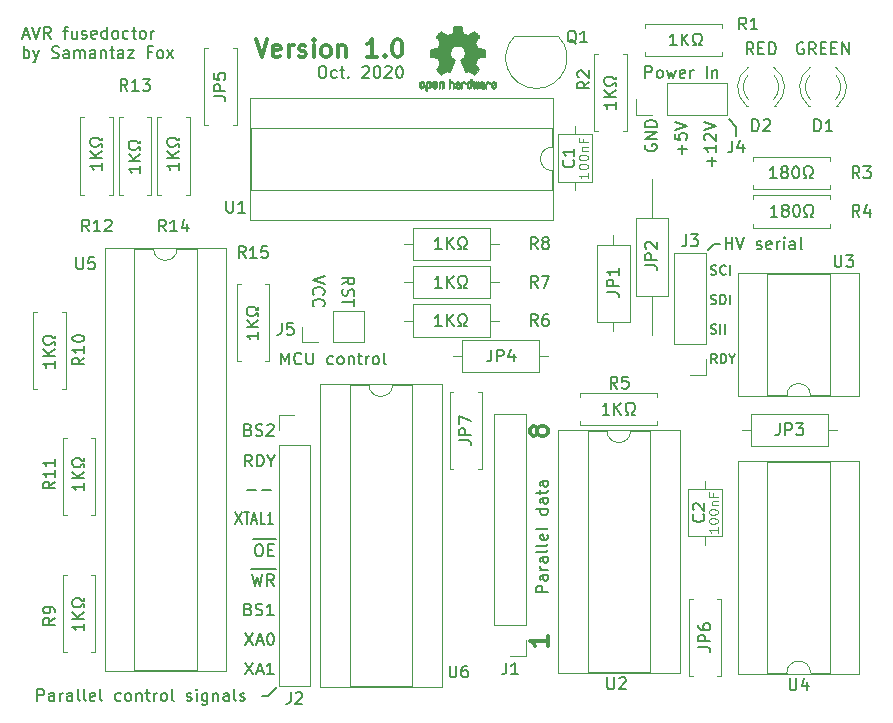
<source format=gbr>
G04 #@! TF.GenerationSoftware,KiCad,Pcbnew,5.1.6-c6e7f7d~87~ubuntu19.10.1*
G04 #@! TF.CreationDate,2020-11-03T03:18:30+01:00*
G04 #@! TF.ProjectId,fusedoctor,66757365-646f-4637-946f-722e6b696361,rev?*
G04 #@! TF.SameCoordinates,Original*
G04 #@! TF.FileFunction,Legend,Top*
G04 #@! TF.FilePolarity,Positive*
%FSLAX46Y46*%
G04 Gerber Fmt 4.6, Leading zero omitted, Abs format (unit mm)*
G04 Created by KiCad (PCBNEW 5.1.6-c6e7f7d~87~ubuntu19.10.1) date 2020-11-03 03:18:30*
%MOMM*%
%LPD*%
G01*
G04 APERTURE LIST*
%ADD10C,0.150000*%
%ADD11C,0.300000*%
%ADD12C,0.200000*%
%ADD13C,0.010000*%
%ADD14C,0.120000*%
%ADD15C,0.125000*%
G04 APERTURE END LIST*
D10*
X76776071Y-104952380D02*
X76966547Y-104952380D01*
X77061785Y-105000000D01*
X77157023Y-105095238D01*
X77204642Y-105285714D01*
X77204642Y-105619047D01*
X77157023Y-105809523D01*
X77061785Y-105904761D01*
X76966547Y-105952380D01*
X76776071Y-105952380D01*
X76680833Y-105904761D01*
X76585595Y-105809523D01*
X76537976Y-105619047D01*
X76537976Y-105285714D01*
X76585595Y-105095238D01*
X76680833Y-105000000D01*
X76776071Y-104952380D01*
X78061785Y-105904761D02*
X77966547Y-105952380D01*
X77776071Y-105952380D01*
X77680833Y-105904761D01*
X77633214Y-105857142D01*
X77585595Y-105761904D01*
X77585595Y-105476190D01*
X77633214Y-105380952D01*
X77680833Y-105333333D01*
X77776071Y-105285714D01*
X77966547Y-105285714D01*
X78061785Y-105333333D01*
X78347500Y-105285714D02*
X78728452Y-105285714D01*
X78490357Y-104952380D02*
X78490357Y-105809523D01*
X78537976Y-105904761D01*
X78633214Y-105952380D01*
X78728452Y-105952380D01*
X79061785Y-105857142D02*
X79109404Y-105904761D01*
X79061785Y-105952380D01*
X79014166Y-105904761D01*
X79061785Y-105857142D01*
X79061785Y-105952380D01*
X80252261Y-105047619D02*
X80299880Y-105000000D01*
X80395119Y-104952380D01*
X80633214Y-104952380D01*
X80728452Y-105000000D01*
X80776071Y-105047619D01*
X80823690Y-105142857D01*
X80823690Y-105238095D01*
X80776071Y-105380952D01*
X80204642Y-105952380D01*
X80823690Y-105952380D01*
X81442738Y-104952380D02*
X81537976Y-104952380D01*
X81633214Y-105000000D01*
X81680833Y-105047619D01*
X81728452Y-105142857D01*
X81776071Y-105333333D01*
X81776071Y-105571428D01*
X81728452Y-105761904D01*
X81680833Y-105857142D01*
X81633214Y-105904761D01*
X81537976Y-105952380D01*
X81442738Y-105952380D01*
X81347500Y-105904761D01*
X81299880Y-105857142D01*
X81252261Y-105761904D01*
X81204642Y-105571428D01*
X81204642Y-105333333D01*
X81252261Y-105142857D01*
X81299880Y-105047619D01*
X81347500Y-105000000D01*
X81442738Y-104952380D01*
X82157023Y-105047619D02*
X82204642Y-105000000D01*
X82299880Y-104952380D01*
X82537976Y-104952380D01*
X82633214Y-105000000D01*
X82680833Y-105047619D01*
X82728452Y-105142857D01*
X82728452Y-105238095D01*
X82680833Y-105380952D01*
X82109404Y-105952380D01*
X82728452Y-105952380D01*
X83347500Y-104952380D02*
X83442738Y-104952380D01*
X83537976Y-105000000D01*
X83585595Y-105047619D01*
X83633214Y-105142857D01*
X83680833Y-105333333D01*
X83680833Y-105571428D01*
X83633214Y-105761904D01*
X83585595Y-105857142D01*
X83537976Y-105904761D01*
X83442738Y-105952380D01*
X83347500Y-105952380D01*
X83252261Y-105904761D01*
X83204642Y-105857142D01*
X83157023Y-105761904D01*
X83109404Y-105571428D01*
X83109404Y-105333333D01*
X83157023Y-105142857D01*
X83204642Y-105047619D01*
X83252261Y-105000000D01*
X83347500Y-104952380D01*
X70500000Y-140821428D02*
X71261904Y-140821428D01*
X71738095Y-140821428D02*
X72500000Y-140821428D01*
X111900000Y-110100000D02*
X111300000Y-109400000D01*
X111900000Y-110900000D02*
X111900000Y-110100000D01*
D11*
X71214285Y-102678571D02*
X71714285Y-104178571D01*
X72214285Y-102678571D01*
X73285714Y-104107142D02*
X73142857Y-104178571D01*
X72857142Y-104178571D01*
X72714285Y-104107142D01*
X72642857Y-103964285D01*
X72642857Y-103392857D01*
X72714285Y-103250000D01*
X72857142Y-103178571D01*
X73142857Y-103178571D01*
X73285714Y-103250000D01*
X73357142Y-103392857D01*
X73357142Y-103535714D01*
X72642857Y-103678571D01*
X74000000Y-104178571D02*
X74000000Y-103178571D01*
X74000000Y-103464285D02*
X74071428Y-103321428D01*
X74142857Y-103250000D01*
X74285714Y-103178571D01*
X74428571Y-103178571D01*
X74857142Y-104107142D02*
X75000000Y-104178571D01*
X75285714Y-104178571D01*
X75428571Y-104107142D01*
X75500000Y-103964285D01*
X75500000Y-103892857D01*
X75428571Y-103750000D01*
X75285714Y-103678571D01*
X75071428Y-103678571D01*
X74928571Y-103607142D01*
X74857142Y-103464285D01*
X74857142Y-103392857D01*
X74928571Y-103250000D01*
X75071428Y-103178571D01*
X75285714Y-103178571D01*
X75428571Y-103250000D01*
X76142857Y-104178571D02*
X76142857Y-103178571D01*
X76142857Y-102678571D02*
X76071428Y-102750000D01*
X76142857Y-102821428D01*
X76214285Y-102750000D01*
X76142857Y-102678571D01*
X76142857Y-102821428D01*
X77071428Y-104178571D02*
X76928571Y-104107142D01*
X76857142Y-104035714D01*
X76785714Y-103892857D01*
X76785714Y-103464285D01*
X76857142Y-103321428D01*
X76928571Y-103250000D01*
X77071428Y-103178571D01*
X77285714Y-103178571D01*
X77428571Y-103250000D01*
X77500000Y-103321428D01*
X77571428Y-103464285D01*
X77571428Y-103892857D01*
X77500000Y-104035714D01*
X77428571Y-104107142D01*
X77285714Y-104178571D01*
X77071428Y-104178571D01*
X78214285Y-103178571D02*
X78214285Y-104178571D01*
X78214285Y-103321428D02*
X78285714Y-103250000D01*
X78428571Y-103178571D01*
X78642857Y-103178571D01*
X78785714Y-103250000D01*
X78857142Y-103392857D01*
X78857142Y-104178571D01*
X81500000Y-104178571D02*
X80642857Y-104178571D01*
X81071428Y-104178571D02*
X81071428Y-102678571D01*
X80928571Y-102892857D01*
X80785714Y-103035714D01*
X80642857Y-103107142D01*
X82142857Y-104035714D02*
X82214285Y-104107142D01*
X82142857Y-104178571D01*
X82071428Y-104107142D01*
X82142857Y-104035714D01*
X82142857Y-104178571D01*
X83142857Y-102678571D02*
X83285714Y-102678571D01*
X83428571Y-102750000D01*
X83500000Y-102821428D01*
X83571428Y-102964285D01*
X83642857Y-103250000D01*
X83642857Y-103607142D01*
X83571428Y-103892857D01*
X83500000Y-104035714D01*
X83428571Y-104107142D01*
X83285714Y-104178571D01*
X83142857Y-104178571D01*
X83000000Y-104107142D01*
X82928571Y-104035714D01*
X82857142Y-103892857D01*
X82785714Y-103607142D01*
X82785714Y-103250000D01*
X82857142Y-102964285D01*
X82928571Y-102821428D01*
X83000000Y-102750000D01*
X83142857Y-102678571D01*
D12*
X69494285Y-142702380D02*
X70027619Y-143702380D01*
X70027619Y-142702380D02*
X69494285Y-143702380D01*
X70218095Y-142702380D02*
X70675238Y-142702380D01*
X70446666Y-143702380D02*
X70446666Y-142702380D01*
X70903809Y-143416666D02*
X71284761Y-143416666D01*
X70827619Y-143702380D02*
X71094285Y-142702380D01*
X71360952Y-143702380D01*
X72008571Y-143702380D02*
X71627619Y-143702380D01*
X71627619Y-142702380D01*
X72694285Y-143702380D02*
X72237142Y-143702380D01*
X72465714Y-143702380D02*
X72465714Y-142702380D01*
X72389523Y-142845238D01*
X72313333Y-142940476D01*
X72237142Y-142988095D01*
D10*
X51537976Y-102341666D02*
X52014166Y-102341666D01*
X51442738Y-102627380D02*
X51776071Y-101627380D01*
X52109404Y-102627380D01*
X52299880Y-101627380D02*
X52633214Y-102627380D01*
X52966547Y-101627380D01*
X53871309Y-102627380D02*
X53537976Y-102151190D01*
X53299880Y-102627380D02*
X53299880Y-101627380D01*
X53680833Y-101627380D01*
X53776071Y-101675000D01*
X53823690Y-101722619D01*
X53871309Y-101817857D01*
X53871309Y-101960714D01*
X53823690Y-102055952D01*
X53776071Y-102103571D01*
X53680833Y-102151190D01*
X53299880Y-102151190D01*
X54918928Y-101960714D02*
X55299880Y-101960714D01*
X55061785Y-102627380D02*
X55061785Y-101770238D01*
X55109404Y-101675000D01*
X55204642Y-101627380D01*
X55299880Y-101627380D01*
X56061785Y-101960714D02*
X56061785Y-102627380D01*
X55633214Y-101960714D02*
X55633214Y-102484523D01*
X55680833Y-102579761D01*
X55776071Y-102627380D01*
X55918928Y-102627380D01*
X56014166Y-102579761D01*
X56061785Y-102532142D01*
X56490357Y-102579761D02*
X56585595Y-102627380D01*
X56776071Y-102627380D01*
X56871309Y-102579761D01*
X56918928Y-102484523D01*
X56918928Y-102436904D01*
X56871309Y-102341666D01*
X56776071Y-102294047D01*
X56633214Y-102294047D01*
X56537976Y-102246428D01*
X56490357Y-102151190D01*
X56490357Y-102103571D01*
X56537976Y-102008333D01*
X56633214Y-101960714D01*
X56776071Y-101960714D01*
X56871309Y-102008333D01*
X57728452Y-102579761D02*
X57633214Y-102627380D01*
X57442738Y-102627380D01*
X57347500Y-102579761D01*
X57299880Y-102484523D01*
X57299880Y-102103571D01*
X57347500Y-102008333D01*
X57442738Y-101960714D01*
X57633214Y-101960714D01*
X57728452Y-102008333D01*
X57776071Y-102103571D01*
X57776071Y-102198809D01*
X57299880Y-102294047D01*
X58633214Y-102627380D02*
X58633214Y-101627380D01*
X58633214Y-102579761D02*
X58537976Y-102627380D01*
X58347500Y-102627380D01*
X58252261Y-102579761D01*
X58204642Y-102532142D01*
X58157023Y-102436904D01*
X58157023Y-102151190D01*
X58204642Y-102055952D01*
X58252261Y-102008333D01*
X58347500Y-101960714D01*
X58537976Y-101960714D01*
X58633214Y-102008333D01*
X59252261Y-102627380D02*
X59157023Y-102579761D01*
X59109404Y-102532142D01*
X59061785Y-102436904D01*
X59061785Y-102151190D01*
X59109404Y-102055952D01*
X59157023Y-102008333D01*
X59252261Y-101960714D01*
X59395119Y-101960714D01*
X59490357Y-102008333D01*
X59537976Y-102055952D01*
X59585595Y-102151190D01*
X59585595Y-102436904D01*
X59537976Y-102532142D01*
X59490357Y-102579761D01*
X59395119Y-102627380D01*
X59252261Y-102627380D01*
X60442738Y-102579761D02*
X60347500Y-102627380D01*
X60157023Y-102627380D01*
X60061785Y-102579761D01*
X60014166Y-102532142D01*
X59966547Y-102436904D01*
X59966547Y-102151190D01*
X60014166Y-102055952D01*
X60061785Y-102008333D01*
X60157023Y-101960714D01*
X60347500Y-101960714D01*
X60442738Y-102008333D01*
X60728452Y-101960714D02*
X61109404Y-101960714D01*
X60871309Y-101627380D02*
X60871309Y-102484523D01*
X60918928Y-102579761D01*
X61014166Y-102627380D01*
X61109404Y-102627380D01*
X61585595Y-102627380D02*
X61490357Y-102579761D01*
X61442738Y-102532142D01*
X61395119Y-102436904D01*
X61395119Y-102151190D01*
X61442738Y-102055952D01*
X61490357Y-102008333D01*
X61585595Y-101960714D01*
X61728452Y-101960714D01*
X61823690Y-102008333D01*
X61871309Y-102055952D01*
X61918928Y-102151190D01*
X61918928Y-102436904D01*
X61871309Y-102532142D01*
X61823690Y-102579761D01*
X61728452Y-102627380D01*
X61585595Y-102627380D01*
X62347500Y-102627380D02*
X62347500Y-101960714D01*
X62347500Y-102151190D02*
X62395119Y-102055952D01*
X62442738Y-102008333D01*
X62537976Y-101960714D01*
X62633214Y-101960714D01*
X51585595Y-104277380D02*
X51585595Y-103277380D01*
X51585595Y-103658333D02*
X51680833Y-103610714D01*
X51871309Y-103610714D01*
X51966547Y-103658333D01*
X52014166Y-103705952D01*
X52061785Y-103801190D01*
X52061785Y-104086904D01*
X52014166Y-104182142D01*
X51966547Y-104229761D01*
X51871309Y-104277380D01*
X51680833Y-104277380D01*
X51585595Y-104229761D01*
X52395119Y-103610714D02*
X52633214Y-104277380D01*
X52871309Y-103610714D02*
X52633214Y-104277380D01*
X52537976Y-104515476D01*
X52490357Y-104563095D01*
X52395119Y-104610714D01*
X53966547Y-104229761D02*
X54109404Y-104277380D01*
X54347500Y-104277380D01*
X54442738Y-104229761D01*
X54490357Y-104182142D01*
X54537976Y-104086904D01*
X54537976Y-103991666D01*
X54490357Y-103896428D01*
X54442738Y-103848809D01*
X54347500Y-103801190D01*
X54157023Y-103753571D01*
X54061785Y-103705952D01*
X54014166Y-103658333D01*
X53966547Y-103563095D01*
X53966547Y-103467857D01*
X54014166Y-103372619D01*
X54061785Y-103325000D01*
X54157023Y-103277380D01*
X54395119Y-103277380D01*
X54537976Y-103325000D01*
X55395119Y-104277380D02*
X55395119Y-103753571D01*
X55347500Y-103658333D01*
X55252261Y-103610714D01*
X55061785Y-103610714D01*
X54966547Y-103658333D01*
X55395119Y-104229761D02*
X55299880Y-104277380D01*
X55061785Y-104277380D01*
X54966547Y-104229761D01*
X54918928Y-104134523D01*
X54918928Y-104039285D01*
X54966547Y-103944047D01*
X55061785Y-103896428D01*
X55299880Y-103896428D01*
X55395119Y-103848809D01*
X55871309Y-104277380D02*
X55871309Y-103610714D01*
X55871309Y-103705952D02*
X55918928Y-103658333D01*
X56014166Y-103610714D01*
X56157023Y-103610714D01*
X56252261Y-103658333D01*
X56299880Y-103753571D01*
X56299880Y-104277380D01*
X56299880Y-103753571D02*
X56347500Y-103658333D01*
X56442738Y-103610714D01*
X56585595Y-103610714D01*
X56680833Y-103658333D01*
X56728452Y-103753571D01*
X56728452Y-104277380D01*
X57633214Y-104277380D02*
X57633214Y-103753571D01*
X57585595Y-103658333D01*
X57490357Y-103610714D01*
X57299880Y-103610714D01*
X57204642Y-103658333D01*
X57633214Y-104229761D02*
X57537976Y-104277380D01*
X57299880Y-104277380D01*
X57204642Y-104229761D01*
X57157023Y-104134523D01*
X57157023Y-104039285D01*
X57204642Y-103944047D01*
X57299880Y-103896428D01*
X57537976Y-103896428D01*
X57633214Y-103848809D01*
X58109404Y-103610714D02*
X58109404Y-104277380D01*
X58109404Y-103705952D02*
X58157023Y-103658333D01*
X58252261Y-103610714D01*
X58395119Y-103610714D01*
X58490357Y-103658333D01*
X58537976Y-103753571D01*
X58537976Y-104277380D01*
X58871309Y-103610714D02*
X59252261Y-103610714D01*
X59014166Y-103277380D02*
X59014166Y-104134523D01*
X59061785Y-104229761D01*
X59157023Y-104277380D01*
X59252261Y-104277380D01*
X60014166Y-104277380D02*
X60014166Y-103753571D01*
X59966547Y-103658333D01*
X59871309Y-103610714D01*
X59680833Y-103610714D01*
X59585595Y-103658333D01*
X60014166Y-104229761D02*
X59918928Y-104277380D01*
X59680833Y-104277380D01*
X59585595Y-104229761D01*
X59537976Y-104134523D01*
X59537976Y-104039285D01*
X59585595Y-103944047D01*
X59680833Y-103896428D01*
X59918928Y-103896428D01*
X60014166Y-103848809D01*
X60395119Y-103610714D02*
X60918928Y-103610714D01*
X60395119Y-104277380D01*
X60918928Y-104277380D01*
X62395119Y-103753571D02*
X62061785Y-103753571D01*
X62061785Y-104277380D02*
X62061785Y-103277380D01*
X62537976Y-103277380D01*
X63061785Y-104277380D02*
X62966547Y-104229761D01*
X62918928Y-104182142D01*
X62871309Y-104086904D01*
X62871309Y-103801190D01*
X62918928Y-103705952D01*
X62966547Y-103658333D01*
X63061785Y-103610714D01*
X63204642Y-103610714D01*
X63299880Y-103658333D01*
X63347500Y-103705952D01*
X63395119Y-103801190D01*
X63395119Y-104086904D01*
X63347500Y-104182142D01*
X63299880Y-104229761D01*
X63204642Y-104277380D01*
X63061785Y-104277380D01*
X63728452Y-104277380D02*
X64252261Y-103610714D01*
X63728452Y-103610714D02*
X64252261Y-104277380D01*
D12*
X104210000Y-111608095D02*
X104162380Y-111703333D01*
X104162380Y-111846190D01*
X104210000Y-111989047D01*
X104305238Y-112084285D01*
X104400476Y-112131904D01*
X104590952Y-112179523D01*
X104733809Y-112179523D01*
X104924285Y-112131904D01*
X105019523Y-112084285D01*
X105114761Y-111989047D01*
X105162380Y-111846190D01*
X105162380Y-111750952D01*
X105114761Y-111608095D01*
X105067142Y-111560476D01*
X104733809Y-111560476D01*
X104733809Y-111750952D01*
X105162380Y-111131904D02*
X104162380Y-111131904D01*
X105162380Y-110560476D01*
X104162380Y-110560476D01*
X105162380Y-110084285D02*
X104162380Y-110084285D01*
X104162380Y-109846190D01*
X104210000Y-109703333D01*
X104305238Y-109608095D01*
X104400476Y-109560476D01*
X104590952Y-109512857D01*
X104733809Y-109512857D01*
X104924285Y-109560476D01*
X105019523Y-109608095D01*
X105114761Y-109703333D01*
X105162380Y-109846190D01*
X105162380Y-110084285D01*
X107321428Y-112381904D02*
X107321428Y-111620000D01*
X107702380Y-112000952D02*
X106940476Y-112000952D01*
X106702380Y-110667619D02*
X106702380Y-111143809D01*
X107178571Y-111191428D01*
X107130952Y-111143809D01*
X107083333Y-111048571D01*
X107083333Y-110810476D01*
X107130952Y-110715238D01*
X107178571Y-110667619D01*
X107273809Y-110620000D01*
X107511904Y-110620000D01*
X107607142Y-110667619D01*
X107654761Y-110715238D01*
X107702380Y-110810476D01*
X107702380Y-111048571D01*
X107654761Y-111143809D01*
X107607142Y-111191428D01*
X106702380Y-110334285D02*
X107702380Y-110000952D01*
X106702380Y-109667619D01*
X109821428Y-113381904D02*
X109821428Y-112620000D01*
X110202380Y-113000952D02*
X109440476Y-113000952D01*
X110202380Y-111620000D02*
X110202380Y-112191428D01*
X110202380Y-111905714D02*
X109202380Y-111905714D01*
X109345238Y-112000952D01*
X109440476Y-112096190D01*
X109488095Y-112191428D01*
X109297619Y-111239047D02*
X109250000Y-111191428D01*
X109202380Y-111096190D01*
X109202380Y-110858095D01*
X109250000Y-110762857D01*
X109297619Y-110715238D01*
X109392857Y-110667619D01*
X109488095Y-110667619D01*
X109630952Y-110715238D01*
X110202380Y-111286666D01*
X110202380Y-110667619D01*
X109202380Y-110381904D02*
X110202380Y-110048571D01*
X109202380Y-109715238D01*
X77047619Y-122725238D02*
X76047619Y-123058571D01*
X77047619Y-123391904D01*
X76142857Y-124296666D02*
X76095238Y-124249047D01*
X76047619Y-124106190D01*
X76047619Y-124010952D01*
X76095238Y-123868095D01*
X76190476Y-123772857D01*
X76285714Y-123725238D01*
X76476190Y-123677619D01*
X76619047Y-123677619D01*
X76809523Y-123725238D01*
X76904761Y-123772857D01*
X77000000Y-123868095D01*
X77047619Y-124010952D01*
X77047619Y-124106190D01*
X77000000Y-124249047D01*
X76952380Y-124296666D01*
X76142857Y-125296666D02*
X76095238Y-125249047D01*
X76047619Y-125106190D01*
X76047619Y-125010952D01*
X76095238Y-124868095D01*
X76190476Y-124772857D01*
X76285714Y-124725238D01*
X76476190Y-124677619D01*
X76619047Y-124677619D01*
X76809523Y-124725238D01*
X76904761Y-124772857D01*
X77000000Y-124868095D01*
X77047619Y-125010952D01*
X77047619Y-125106190D01*
X77000000Y-125249047D01*
X76952380Y-125296666D01*
X78547619Y-123439523D02*
X79023809Y-123106190D01*
X78547619Y-122868095D02*
X79547619Y-122868095D01*
X79547619Y-123249047D01*
X79500000Y-123344285D01*
X79452380Y-123391904D01*
X79357142Y-123439523D01*
X79214285Y-123439523D01*
X79119047Y-123391904D01*
X79071428Y-123344285D01*
X79023809Y-123249047D01*
X79023809Y-122868095D01*
X78595238Y-123820476D02*
X78547619Y-123963333D01*
X78547619Y-124201428D01*
X78595238Y-124296666D01*
X78642857Y-124344285D01*
X78738095Y-124391904D01*
X78833333Y-124391904D01*
X78928571Y-124344285D01*
X78976190Y-124296666D01*
X79023809Y-124201428D01*
X79071428Y-124010952D01*
X79119047Y-123915714D01*
X79166666Y-123868095D01*
X79261904Y-123820476D01*
X79357142Y-123820476D01*
X79452380Y-123868095D01*
X79500000Y-123915714D01*
X79547619Y-124010952D01*
X79547619Y-124249047D01*
X79500000Y-124391904D01*
X79547619Y-124677619D02*
X79547619Y-125249047D01*
X78547619Y-124963333D02*
X79547619Y-124963333D01*
D10*
X110245119Y-130111904D02*
X109978452Y-129730952D01*
X109787976Y-130111904D02*
X109787976Y-129311904D01*
X110092738Y-129311904D01*
X110168928Y-129350000D01*
X110207023Y-129388095D01*
X110245119Y-129464285D01*
X110245119Y-129578571D01*
X110207023Y-129654761D01*
X110168928Y-129692857D01*
X110092738Y-129730952D01*
X109787976Y-129730952D01*
X110587976Y-130111904D02*
X110587976Y-129311904D01*
X110778452Y-129311904D01*
X110892738Y-129350000D01*
X110968928Y-129426190D01*
X111007023Y-129502380D01*
X111045119Y-129654761D01*
X111045119Y-129769047D01*
X111007023Y-129921428D01*
X110968928Y-129997619D01*
X110892738Y-130073809D01*
X110778452Y-130111904D01*
X110587976Y-130111904D01*
X111540357Y-129730952D02*
X111540357Y-130111904D01*
X111273690Y-129311904D02*
X111540357Y-129730952D01*
X111807023Y-129311904D01*
X109749880Y-127573809D02*
X109864166Y-127611904D01*
X110054642Y-127611904D01*
X110130833Y-127573809D01*
X110168928Y-127535714D01*
X110207023Y-127459523D01*
X110207023Y-127383333D01*
X110168928Y-127307142D01*
X110130833Y-127269047D01*
X110054642Y-127230952D01*
X109902261Y-127192857D01*
X109826071Y-127154761D01*
X109787976Y-127116666D01*
X109749880Y-127040476D01*
X109749880Y-126964285D01*
X109787976Y-126888095D01*
X109826071Y-126850000D01*
X109902261Y-126811904D01*
X110092738Y-126811904D01*
X110207023Y-126850000D01*
X110549880Y-127611904D02*
X110549880Y-126811904D01*
X110930833Y-127611904D02*
X110930833Y-126811904D01*
X52738095Y-158702380D02*
X52738095Y-157702380D01*
X53119047Y-157702380D01*
X53214285Y-157750000D01*
X53261904Y-157797619D01*
X53309523Y-157892857D01*
X53309523Y-158035714D01*
X53261904Y-158130952D01*
X53214285Y-158178571D01*
X53119047Y-158226190D01*
X52738095Y-158226190D01*
X54166666Y-158702380D02*
X54166666Y-158178571D01*
X54119047Y-158083333D01*
X54023809Y-158035714D01*
X53833333Y-158035714D01*
X53738095Y-158083333D01*
X54166666Y-158654761D02*
X54071428Y-158702380D01*
X53833333Y-158702380D01*
X53738095Y-158654761D01*
X53690476Y-158559523D01*
X53690476Y-158464285D01*
X53738095Y-158369047D01*
X53833333Y-158321428D01*
X54071428Y-158321428D01*
X54166666Y-158273809D01*
X54642857Y-158702380D02*
X54642857Y-158035714D01*
X54642857Y-158226190D02*
X54690476Y-158130952D01*
X54738095Y-158083333D01*
X54833333Y-158035714D01*
X54928571Y-158035714D01*
X55690476Y-158702380D02*
X55690476Y-158178571D01*
X55642857Y-158083333D01*
X55547619Y-158035714D01*
X55357142Y-158035714D01*
X55261904Y-158083333D01*
X55690476Y-158654761D02*
X55595238Y-158702380D01*
X55357142Y-158702380D01*
X55261904Y-158654761D01*
X55214285Y-158559523D01*
X55214285Y-158464285D01*
X55261904Y-158369047D01*
X55357142Y-158321428D01*
X55595238Y-158321428D01*
X55690476Y-158273809D01*
X56309523Y-158702380D02*
X56214285Y-158654761D01*
X56166666Y-158559523D01*
X56166666Y-157702380D01*
X56833333Y-158702380D02*
X56738095Y-158654761D01*
X56690476Y-158559523D01*
X56690476Y-157702380D01*
X57595238Y-158654761D02*
X57500000Y-158702380D01*
X57309523Y-158702380D01*
X57214285Y-158654761D01*
X57166666Y-158559523D01*
X57166666Y-158178571D01*
X57214285Y-158083333D01*
X57309523Y-158035714D01*
X57500000Y-158035714D01*
X57595238Y-158083333D01*
X57642857Y-158178571D01*
X57642857Y-158273809D01*
X57166666Y-158369047D01*
X58214285Y-158702380D02*
X58119047Y-158654761D01*
X58071428Y-158559523D01*
X58071428Y-157702380D01*
X59785714Y-158654761D02*
X59690476Y-158702380D01*
X59500000Y-158702380D01*
X59404761Y-158654761D01*
X59357142Y-158607142D01*
X59309523Y-158511904D01*
X59309523Y-158226190D01*
X59357142Y-158130952D01*
X59404761Y-158083333D01*
X59500000Y-158035714D01*
X59690476Y-158035714D01*
X59785714Y-158083333D01*
X60357142Y-158702380D02*
X60261904Y-158654761D01*
X60214285Y-158607142D01*
X60166666Y-158511904D01*
X60166666Y-158226190D01*
X60214285Y-158130952D01*
X60261904Y-158083333D01*
X60357142Y-158035714D01*
X60500000Y-158035714D01*
X60595238Y-158083333D01*
X60642857Y-158130952D01*
X60690476Y-158226190D01*
X60690476Y-158511904D01*
X60642857Y-158607142D01*
X60595238Y-158654761D01*
X60500000Y-158702380D01*
X60357142Y-158702380D01*
X61119047Y-158035714D02*
X61119047Y-158702380D01*
X61119047Y-158130952D02*
X61166666Y-158083333D01*
X61261904Y-158035714D01*
X61404761Y-158035714D01*
X61500000Y-158083333D01*
X61547619Y-158178571D01*
X61547619Y-158702380D01*
X61880952Y-158035714D02*
X62261904Y-158035714D01*
X62023809Y-157702380D02*
X62023809Y-158559523D01*
X62071428Y-158654761D01*
X62166666Y-158702380D01*
X62261904Y-158702380D01*
X62595238Y-158702380D02*
X62595238Y-158035714D01*
X62595238Y-158226190D02*
X62642857Y-158130952D01*
X62690476Y-158083333D01*
X62785714Y-158035714D01*
X62880952Y-158035714D01*
X63357142Y-158702380D02*
X63261904Y-158654761D01*
X63214285Y-158607142D01*
X63166666Y-158511904D01*
X63166666Y-158226190D01*
X63214285Y-158130952D01*
X63261904Y-158083333D01*
X63357142Y-158035714D01*
X63500000Y-158035714D01*
X63595238Y-158083333D01*
X63642857Y-158130952D01*
X63690476Y-158226190D01*
X63690476Y-158511904D01*
X63642857Y-158607142D01*
X63595238Y-158654761D01*
X63500000Y-158702380D01*
X63357142Y-158702380D01*
X64261904Y-158702380D02*
X64166666Y-158654761D01*
X64119047Y-158559523D01*
X64119047Y-157702380D01*
X65357142Y-158654761D02*
X65452380Y-158702380D01*
X65642857Y-158702380D01*
X65738095Y-158654761D01*
X65785714Y-158559523D01*
X65785714Y-158511904D01*
X65738095Y-158416666D01*
X65642857Y-158369047D01*
X65500000Y-158369047D01*
X65404761Y-158321428D01*
X65357142Y-158226190D01*
X65357142Y-158178571D01*
X65404761Y-158083333D01*
X65500000Y-158035714D01*
X65642857Y-158035714D01*
X65738095Y-158083333D01*
X66214285Y-158702380D02*
X66214285Y-158035714D01*
X66214285Y-157702380D02*
X66166666Y-157750000D01*
X66214285Y-157797619D01*
X66261904Y-157750000D01*
X66214285Y-157702380D01*
X66214285Y-157797619D01*
X67119047Y-158035714D02*
X67119047Y-158845238D01*
X67071428Y-158940476D01*
X67023809Y-158988095D01*
X66928571Y-159035714D01*
X66785714Y-159035714D01*
X66690476Y-158988095D01*
X67119047Y-158654761D02*
X67023809Y-158702380D01*
X66833333Y-158702380D01*
X66738095Y-158654761D01*
X66690476Y-158607142D01*
X66642857Y-158511904D01*
X66642857Y-158226190D01*
X66690476Y-158130952D01*
X66738095Y-158083333D01*
X66833333Y-158035714D01*
X67023809Y-158035714D01*
X67119047Y-158083333D01*
X67595238Y-158035714D02*
X67595238Y-158702380D01*
X67595238Y-158130952D02*
X67642857Y-158083333D01*
X67738095Y-158035714D01*
X67880952Y-158035714D01*
X67976190Y-158083333D01*
X68023809Y-158178571D01*
X68023809Y-158702380D01*
X68928571Y-158702380D02*
X68928571Y-158178571D01*
X68880952Y-158083333D01*
X68785714Y-158035714D01*
X68595238Y-158035714D01*
X68500000Y-158083333D01*
X68928571Y-158654761D02*
X68833333Y-158702380D01*
X68595238Y-158702380D01*
X68500000Y-158654761D01*
X68452380Y-158559523D01*
X68452380Y-158464285D01*
X68500000Y-158369047D01*
X68595238Y-158321428D01*
X68833333Y-158321428D01*
X68928571Y-158273809D01*
X69547619Y-158702380D02*
X69452380Y-158654761D01*
X69404761Y-158559523D01*
X69404761Y-157702380D01*
X69880952Y-158654761D02*
X69976190Y-158702380D01*
X70166666Y-158702380D01*
X70261904Y-158654761D01*
X70309523Y-158559523D01*
X70309523Y-158511904D01*
X70261904Y-158416666D01*
X70166666Y-158369047D01*
X70023809Y-158369047D01*
X69928571Y-158321428D01*
X69880952Y-158226190D01*
X69880952Y-158178571D01*
X69928571Y-158083333D01*
X70023809Y-158035714D01*
X70166666Y-158035714D01*
X70261904Y-158083333D01*
X72250000Y-158250000D02*
X71750000Y-158250000D01*
X73000000Y-157500000D02*
X72250000Y-158250000D01*
D12*
X70310952Y-155452380D02*
X70977618Y-156452380D01*
X70977618Y-155452380D02*
X70310952Y-156452380D01*
X71310952Y-156166666D02*
X71787142Y-156166666D01*
X71215714Y-156452380D02*
X71549047Y-155452380D01*
X71882380Y-156452380D01*
X72739523Y-156452380D02*
X72168095Y-156452380D01*
X72453809Y-156452380D02*
X72453809Y-155452380D01*
X72358571Y-155595238D01*
X72263333Y-155690476D01*
X72168095Y-155738095D01*
X70310952Y-152952380D02*
X70977618Y-153952380D01*
X70977618Y-152952380D02*
X70310952Y-153952380D01*
X71310952Y-153666666D02*
X71787142Y-153666666D01*
X71215714Y-153952380D02*
X71549047Y-152952380D01*
X71882380Y-153952380D01*
X72406190Y-152952380D02*
X72501428Y-152952380D01*
X72596666Y-153000000D01*
X72644285Y-153047619D01*
X72691904Y-153142857D01*
X72739523Y-153333333D01*
X72739523Y-153571428D01*
X72691904Y-153761904D01*
X72644285Y-153857142D01*
X72596666Y-153904761D01*
X72501428Y-153952380D01*
X72406190Y-153952380D01*
X72310952Y-153904761D01*
X72263333Y-153857142D01*
X72215714Y-153761904D01*
X72168095Y-153571428D01*
X72168095Y-153333333D01*
X72215714Y-153142857D01*
X72263333Y-153047619D01*
X72310952Y-153000000D01*
X72406190Y-152952380D01*
X70596666Y-150928571D02*
X70739523Y-150976190D01*
X70787142Y-151023809D01*
X70834761Y-151119047D01*
X70834761Y-151261904D01*
X70787142Y-151357142D01*
X70739523Y-151404761D01*
X70644285Y-151452380D01*
X70263333Y-151452380D01*
X70263333Y-150452380D01*
X70596666Y-150452380D01*
X70691904Y-150500000D01*
X70739523Y-150547619D01*
X70787142Y-150642857D01*
X70787142Y-150738095D01*
X70739523Y-150833333D01*
X70691904Y-150880952D01*
X70596666Y-150928571D01*
X70263333Y-150928571D01*
X71215714Y-151404761D02*
X71358571Y-151452380D01*
X71596666Y-151452380D01*
X71691904Y-151404761D01*
X71739523Y-151357142D01*
X71787142Y-151261904D01*
X71787142Y-151166666D01*
X71739523Y-151071428D01*
X71691904Y-151023809D01*
X71596666Y-150976190D01*
X71406190Y-150928571D01*
X71310952Y-150880952D01*
X71263333Y-150833333D01*
X71215714Y-150738095D01*
X71215714Y-150642857D01*
X71263333Y-150547619D01*
X71310952Y-150500000D01*
X71406190Y-150452380D01*
X71644285Y-150452380D01*
X71787142Y-150500000D01*
X72739523Y-151452380D02*
X72168095Y-151452380D01*
X72453809Y-151452380D02*
X72453809Y-150452380D01*
X72358571Y-150595238D01*
X72263333Y-150690476D01*
X72168095Y-150738095D01*
X70787143Y-147520000D02*
X71930000Y-147520000D01*
X70930000Y-147952380D02*
X71168095Y-148952380D01*
X71358571Y-148238095D01*
X71549047Y-148952380D01*
X71787143Y-147952380D01*
X71930000Y-147520000D02*
X72930000Y-147520000D01*
X72739523Y-148952380D02*
X72406190Y-148476190D01*
X72168095Y-148952380D02*
X72168095Y-147952380D01*
X72549047Y-147952380D01*
X72644285Y-148000000D01*
X72691904Y-148047619D01*
X72739523Y-148142857D01*
X72739523Y-148285714D01*
X72691904Y-148380952D01*
X72644285Y-148428571D01*
X72549047Y-148476190D01*
X72168095Y-148476190D01*
X70977619Y-145020000D02*
X72025238Y-145020000D01*
X71406190Y-145452380D02*
X71596666Y-145452380D01*
X71691904Y-145500000D01*
X71787142Y-145595238D01*
X71834761Y-145785714D01*
X71834761Y-146119047D01*
X71787142Y-146309523D01*
X71691904Y-146404761D01*
X71596666Y-146452380D01*
X71406190Y-146452380D01*
X71310952Y-146404761D01*
X71215714Y-146309523D01*
X71168095Y-146119047D01*
X71168095Y-145785714D01*
X71215714Y-145595238D01*
X71310952Y-145500000D01*
X71406190Y-145452380D01*
X72025238Y-145020000D02*
X72929999Y-145020000D01*
X72263333Y-145928571D02*
X72596666Y-145928571D01*
X72739523Y-146452380D02*
X72263333Y-146452380D01*
X72263333Y-145452380D01*
X72739523Y-145452380D01*
X70596666Y-135728571D02*
X70739523Y-135776190D01*
X70787142Y-135823809D01*
X70834761Y-135919047D01*
X70834761Y-136061904D01*
X70787142Y-136157142D01*
X70739523Y-136204761D01*
X70644285Y-136252380D01*
X70263333Y-136252380D01*
X70263333Y-135252380D01*
X70596666Y-135252380D01*
X70691904Y-135300000D01*
X70739523Y-135347619D01*
X70787142Y-135442857D01*
X70787142Y-135538095D01*
X70739523Y-135633333D01*
X70691904Y-135680952D01*
X70596666Y-135728571D01*
X70263333Y-135728571D01*
X71215714Y-136204761D02*
X71358571Y-136252380D01*
X71596666Y-136252380D01*
X71691904Y-136204761D01*
X71739523Y-136157142D01*
X71787142Y-136061904D01*
X71787142Y-135966666D01*
X71739523Y-135871428D01*
X71691904Y-135823809D01*
X71596666Y-135776190D01*
X71406190Y-135728571D01*
X71310952Y-135680952D01*
X71263333Y-135633333D01*
X71215714Y-135538095D01*
X71215714Y-135442857D01*
X71263333Y-135347619D01*
X71310952Y-135300000D01*
X71406190Y-135252380D01*
X71644285Y-135252380D01*
X71787142Y-135300000D01*
X72168095Y-135347619D02*
X72215714Y-135300000D01*
X72310952Y-135252380D01*
X72549047Y-135252380D01*
X72644285Y-135300000D01*
X72691904Y-135347619D01*
X72739523Y-135442857D01*
X72739523Y-135538095D01*
X72691904Y-135680952D01*
X72120476Y-136252380D01*
X72739523Y-136252380D01*
X70882380Y-138852380D02*
X70549047Y-138376190D01*
X70310952Y-138852380D02*
X70310952Y-137852380D01*
X70691904Y-137852380D01*
X70787142Y-137900000D01*
X70834761Y-137947619D01*
X70882380Y-138042857D01*
X70882380Y-138185714D01*
X70834761Y-138280952D01*
X70787142Y-138328571D01*
X70691904Y-138376190D01*
X70310952Y-138376190D01*
X71310952Y-138852380D02*
X71310952Y-137852380D01*
X71549047Y-137852380D01*
X71691904Y-137900000D01*
X71787142Y-137995238D01*
X71834761Y-138090476D01*
X71882380Y-138280952D01*
X71882380Y-138423809D01*
X71834761Y-138614285D01*
X71787142Y-138709523D01*
X71691904Y-138804761D01*
X71549047Y-138852380D01*
X71310952Y-138852380D01*
X72501428Y-138376190D02*
X72501428Y-138852380D01*
X72168095Y-137852380D02*
X72501428Y-138376190D01*
X72834761Y-137852380D01*
D10*
X110000000Y-120000000D02*
X109500000Y-120500000D01*
X110500000Y-120000000D02*
X110000000Y-120000000D01*
D11*
X95071428Y-135983571D02*
X95000000Y-136126428D01*
X94928571Y-136197857D01*
X94785714Y-136269285D01*
X94714285Y-136269285D01*
X94571428Y-136197857D01*
X94500000Y-136126428D01*
X94428571Y-135983571D01*
X94428571Y-135697857D01*
X94500000Y-135555000D01*
X94571428Y-135483571D01*
X94714285Y-135412142D01*
X94785714Y-135412142D01*
X94928571Y-135483571D01*
X95000000Y-135555000D01*
X95071428Y-135697857D01*
X95071428Y-135983571D01*
X95142857Y-136126428D01*
X95214285Y-136197857D01*
X95357142Y-136269285D01*
X95642857Y-136269285D01*
X95785714Y-136197857D01*
X95857142Y-136126428D01*
X95928571Y-135983571D01*
X95928571Y-135697857D01*
X95857142Y-135555000D01*
X95785714Y-135483571D01*
X95642857Y-135412142D01*
X95357142Y-135412142D01*
X95214285Y-135483571D01*
X95142857Y-135555000D01*
X95071428Y-135697857D01*
X95928571Y-153162142D02*
X95928571Y-154019285D01*
X95928571Y-153590714D02*
X94428571Y-153590714D01*
X94642857Y-153733571D01*
X94785714Y-153876428D01*
X94857142Y-154019285D01*
D10*
X109749880Y-125073809D02*
X109864166Y-125111904D01*
X110054642Y-125111904D01*
X110130833Y-125073809D01*
X110168928Y-125035714D01*
X110207023Y-124959523D01*
X110207023Y-124883333D01*
X110168928Y-124807142D01*
X110130833Y-124769047D01*
X110054642Y-124730952D01*
X109902261Y-124692857D01*
X109826071Y-124654761D01*
X109787976Y-124616666D01*
X109749880Y-124540476D01*
X109749880Y-124464285D01*
X109787976Y-124388095D01*
X109826071Y-124350000D01*
X109902261Y-124311904D01*
X110092738Y-124311904D01*
X110207023Y-124350000D01*
X110549880Y-125111904D02*
X110549880Y-124311904D01*
X110740357Y-124311904D01*
X110854642Y-124350000D01*
X110930833Y-124426190D01*
X110968928Y-124502380D01*
X111007023Y-124654761D01*
X111007023Y-124769047D01*
X110968928Y-124921428D01*
X110930833Y-124997619D01*
X110854642Y-125073809D01*
X110740357Y-125111904D01*
X110549880Y-125111904D01*
X111349880Y-125111904D02*
X111349880Y-124311904D01*
X109749880Y-122573809D02*
X109864166Y-122611904D01*
X110054642Y-122611904D01*
X110130833Y-122573809D01*
X110168928Y-122535714D01*
X110207023Y-122459523D01*
X110207023Y-122383333D01*
X110168928Y-122307142D01*
X110130833Y-122269047D01*
X110054642Y-122230952D01*
X109902261Y-122192857D01*
X109826071Y-122154761D01*
X109787976Y-122116666D01*
X109749880Y-122040476D01*
X109749880Y-121964285D01*
X109787976Y-121888095D01*
X109826071Y-121850000D01*
X109902261Y-121811904D01*
X110092738Y-121811904D01*
X110207023Y-121850000D01*
X111007023Y-122535714D02*
X110968928Y-122573809D01*
X110854642Y-122611904D01*
X110778452Y-122611904D01*
X110664166Y-122573809D01*
X110587976Y-122497619D01*
X110549880Y-122421428D01*
X110511785Y-122269047D01*
X110511785Y-122154761D01*
X110549880Y-122002380D01*
X110587976Y-121926190D01*
X110664166Y-121850000D01*
X110778452Y-121811904D01*
X110854642Y-121811904D01*
X110968928Y-121850000D01*
X111007023Y-121888095D01*
X111349880Y-122611904D02*
X111349880Y-121811904D01*
D13*
G04 #@! TO.C,REF\u002A\u002A*
G36*
X85899744Y-106219918D02*
G01*
X85955201Y-106247568D01*
X86004148Y-106298480D01*
X86017629Y-106317338D01*
X86032314Y-106342015D01*
X86041842Y-106368816D01*
X86047293Y-106404587D01*
X86049747Y-106456169D01*
X86050286Y-106524267D01*
X86047852Y-106617588D01*
X86039394Y-106687657D01*
X86023174Y-106739931D01*
X85997454Y-106779869D01*
X85960497Y-106812929D01*
X85957782Y-106814886D01*
X85921360Y-106834908D01*
X85877502Y-106844815D01*
X85821724Y-106847257D01*
X85731048Y-106847257D01*
X85731010Y-106935283D01*
X85730166Y-106984308D01*
X85725024Y-107013065D01*
X85711587Y-107030311D01*
X85685858Y-107044808D01*
X85679679Y-107047769D01*
X85650764Y-107061648D01*
X85628376Y-107070414D01*
X85611729Y-107071171D01*
X85600036Y-107061023D01*
X85592510Y-107037073D01*
X85588366Y-106996426D01*
X85586815Y-106936186D01*
X85587071Y-106853455D01*
X85588349Y-106745339D01*
X85588748Y-106713000D01*
X85590185Y-106601524D01*
X85591472Y-106528603D01*
X85730971Y-106528603D01*
X85731755Y-106590499D01*
X85735240Y-106630997D01*
X85743124Y-106657708D01*
X85757105Y-106678244D01*
X85766597Y-106688260D01*
X85805404Y-106717567D01*
X85839763Y-106719952D01*
X85875216Y-106695750D01*
X85876114Y-106694857D01*
X85890539Y-106676153D01*
X85899313Y-106650732D01*
X85903739Y-106611584D01*
X85905118Y-106551697D01*
X85905143Y-106538430D01*
X85901812Y-106455901D01*
X85890969Y-106398691D01*
X85871340Y-106363766D01*
X85841650Y-106348094D01*
X85824491Y-106346514D01*
X85783766Y-106353926D01*
X85755832Y-106378330D01*
X85739017Y-106422980D01*
X85731650Y-106491130D01*
X85730971Y-106528603D01*
X85591472Y-106528603D01*
X85591708Y-106515245D01*
X85593677Y-106450333D01*
X85596450Y-106402958D01*
X85600388Y-106369290D01*
X85605849Y-106345498D01*
X85613192Y-106327753D01*
X85622777Y-106312224D01*
X85626887Y-106306381D01*
X85681405Y-106251185D01*
X85750336Y-106219890D01*
X85830072Y-106211165D01*
X85899744Y-106219918D01*
G37*
X85899744Y-106219918D02*
X85955201Y-106247568D01*
X86004148Y-106298480D01*
X86017629Y-106317338D01*
X86032314Y-106342015D01*
X86041842Y-106368816D01*
X86047293Y-106404587D01*
X86049747Y-106456169D01*
X86050286Y-106524267D01*
X86047852Y-106617588D01*
X86039394Y-106687657D01*
X86023174Y-106739931D01*
X85997454Y-106779869D01*
X85960497Y-106812929D01*
X85957782Y-106814886D01*
X85921360Y-106834908D01*
X85877502Y-106844815D01*
X85821724Y-106847257D01*
X85731048Y-106847257D01*
X85731010Y-106935283D01*
X85730166Y-106984308D01*
X85725024Y-107013065D01*
X85711587Y-107030311D01*
X85685858Y-107044808D01*
X85679679Y-107047769D01*
X85650764Y-107061648D01*
X85628376Y-107070414D01*
X85611729Y-107071171D01*
X85600036Y-107061023D01*
X85592510Y-107037073D01*
X85588366Y-106996426D01*
X85586815Y-106936186D01*
X85587071Y-106853455D01*
X85588349Y-106745339D01*
X85588748Y-106713000D01*
X85590185Y-106601524D01*
X85591472Y-106528603D01*
X85730971Y-106528603D01*
X85731755Y-106590499D01*
X85735240Y-106630997D01*
X85743124Y-106657708D01*
X85757105Y-106678244D01*
X85766597Y-106688260D01*
X85805404Y-106717567D01*
X85839763Y-106719952D01*
X85875216Y-106695750D01*
X85876114Y-106694857D01*
X85890539Y-106676153D01*
X85899313Y-106650732D01*
X85903739Y-106611584D01*
X85905118Y-106551697D01*
X85905143Y-106538430D01*
X85901812Y-106455901D01*
X85890969Y-106398691D01*
X85871340Y-106363766D01*
X85841650Y-106348094D01*
X85824491Y-106346514D01*
X85783766Y-106353926D01*
X85755832Y-106378330D01*
X85739017Y-106422980D01*
X85731650Y-106491130D01*
X85730971Y-106528603D01*
X85591472Y-106528603D01*
X85591708Y-106515245D01*
X85593677Y-106450333D01*
X85596450Y-106402958D01*
X85600388Y-106369290D01*
X85605849Y-106345498D01*
X85613192Y-106327753D01*
X85622777Y-106312224D01*
X85626887Y-106306381D01*
X85681405Y-106251185D01*
X85750336Y-106219890D01*
X85830072Y-106211165D01*
X85899744Y-106219918D01*
G36*
X87016093Y-106227780D02*
G01*
X87062672Y-106254723D01*
X87095057Y-106281466D01*
X87118742Y-106309484D01*
X87135059Y-106343748D01*
X87145339Y-106389227D01*
X87150914Y-106450892D01*
X87153116Y-106533711D01*
X87153371Y-106593246D01*
X87153371Y-106812391D01*
X87091686Y-106840044D01*
X87030000Y-106867697D01*
X87022743Y-106627670D01*
X87019744Y-106538028D01*
X87016598Y-106472962D01*
X87012701Y-106428026D01*
X87007447Y-106398770D01*
X87000231Y-106380748D01*
X86990450Y-106369511D01*
X86987312Y-106367079D01*
X86939761Y-106348083D01*
X86891697Y-106355600D01*
X86863086Y-106375543D01*
X86851447Y-106389675D01*
X86843391Y-106408220D01*
X86838271Y-106436334D01*
X86835441Y-106479173D01*
X86834256Y-106541895D01*
X86834057Y-106607261D01*
X86834018Y-106689268D01*
X86832614Y-106747316D01*
X86827914Y-106786465D01*
X86817987Y-106811780D01*
X86800903Y-106828323D01*
X86774732Y-106841156D01*
X86739775Y-106854491D01*
X86701596Y-106869007D01*
X86706141Y-106611389D01*
X86707971Y-106518519D01*
X86710112Y-106449889D01*
X86713181Y-106400711D01*
X86717794Y-106366198D01*
X86724568Y-106341562D01*
X86734119Y-106322016D01*
X86745634Y-106304770D01*
X86801190Y-106249680D01*
X86868980Y-106217822D01*
X86942713Y-106210191D01*
X87016093Y-106227780D01*
G37*
X87016093Y-106227780D02*
X87062672Y-106254723D01*
X87095057Y-106281466D01*
X87118742Y-106309484D01*
X87135059Y-106343748D01*
X87145339Y-106389227D01*
X87150914Y-106450892D01*
X87153116Y-106533711D01*
X87153371Y-106593246D01*
X87153371Y-106812391D01*
X87091686Y-106840044D01*
X87030000Y-106867697D01*
X87022743Y-106627670D01*
X87019744Y-106538028D01*
X87016598Y-106472962D01*
X87012701Y-106428026D01*
X87007447Y-106398770D01*
X87000231Y-106380748D01*
X86990450Y-106369511D01*
X86987312Y-106367079D01*
X86939761Y-106348083D01*
X86891697Y-106355600D01*
X86863086Y-106375543D01*
X86851447Y-106389675D01*
X86843391Y-106408220D01*
X86838271Y-106436334D01*
X86835441Y-106479173D01*
X86834256Y-106541895D01*
X86834057Y-106607261D01*
X86834018Y-106689268D01*
X86832614Y-106747316D01*
X86827914Y-106786465D01*
X86817987Y-106811780D01*
X86800903Y-106828323D01*
X86774732Y-106841156D01*
X86739775Y-106854491D01*
X86701596Y-106869007D01*
X86706141Y-106611389D01*
X86707971Y-106518519D01*
X86710112Y-106449889D01*
X86713181Y-106400711D01*
X86717794Y-106366198D01*
X86724568Y-106341562D01*
X86734119Y-106322016D01*
X86745634Y-106304770D01*
X86801190Y-106249680D01*
X86868980Y-106217822D01*
X86942713Y-106210191D01*
X87016093Y-106227780D01*
G36*
X85341115Y-106221962D02*
G01*
X85409145Y-106257733D01*
X85459351Y-106315301D01*
X85477185Y-106352312D01*
X85491063Y-106407882D01*
X85498167Y-106478096D01*
X85498840Y-106554727D01*
X85493427Y-106629552D01*
X85482270Y-106694342D01*
X85465714Y-106740873D01*
X85460626Y-106748887D01*
X85400355Y-106808707D01*
X85328769Y-106844535D01*
X85251092Y-106855020D01*
X85172548Y-106838810D01*
X85150689Y-106829092D01*
X85108122Y-106799143D01*
X85070763Y-106759433D01*
X85067232Y-106754397D01*
X85052881Y-106730124D01*
X85043394Y-106704178D01*
X85037790Y-106670022D01*
X85035086Y-106621119D01*
X85034299Y-106550935D01*
X85034286Y-106535200D01*
X85034322Y-106530192D01*
X85179429Y-106530192D01*
X85180273Y-106596430D01*
X85183596Y-106640386D01*
X85190583Y-106668779D01*
X85202416Y-106688325D01*
X85208457Y-106694857D01*
X85243186Y-106719680D01*
X85276903Y-106718548D01*
X85310995Y-106697016D01*
X85331329Y-106674029D01*
X85343371Y-106640478D01*
X85350134Y-106587569D01*
X85350598Y-106581399D01*
X85351752Y-106485513D01*
X85339688Y-106414299D01*
X85314570Y-106368194D01*
X85276560Y-106347635D01*
X85262992Y-106346514D01*
X85227364Y-106352152D01*
X85202994Y-106371686D01*
X85188093Y-106409042D01*
X85180875Y-106468150D01*
X85179429Y-106530192D01*
X85034322Y-106530192D01*
X85034826Y-106460413D01*
X85037096Y-106408159D01*
X85042068Y-106371949D01*
X85050713Y-106345299D01*
X85064005Y-106321722D01*
X85066943Y-106317338D01*
X85116313Y-106258249D01*
X85170109Y-106223947D01*
X85235602Y-106210331D01*
X85257842Y-106209665D01*
X85341115Y-106221962D01*
G37*
X85341115Y-106221962D02*
X85409145Y-106257733D01*
X85459351Y-106315301D01*
X85477185Y-106352312D01*
X85491063Y-106407882D01*
X85498167Y-106478096D01*
X85498840Y-106554727D01*
X85493427Y-106629552D01*
X85482270Y-106694342D01*
X85465714Y-106740873D01*
X85460626Y-106748887D01*
X85400355Y-106808707D01*
X85328769Y-106844535D01*
X85251092Y-106855020D01*
X85172548Y-106838810D01*
X85150689Y-106829092D01*
X85108122Y-106799143D01*
X85070763Y-106759433D01*
X85067232Y-106754397D01*
X85052881Y-106730124D01*
X85043394Y-106704178D01*
X85037790Y-106670022D01*
X85035086Y-106621119D01*
X85034299Y-106550935D01*
X85034286Y-106535200D01*
X85034322Y-106530192D01*
X85179429Y-106530192D01*
X85180273Y-106596430D01*
X85183596Y-106640386D01*
X85190583Y-106668779D01*
X85202416Y-106688325D01*
X85208457Y-106694857D01*
X85243186Y-106719680D01*
X85276903Y-106718548D01*
X85310995Y-106697016D01*
X85331329Y-106674029D01*
X85343371Y-106640478D01*
X85350134Y-106587569D01*
X85350598Y-106581399D01*
X85351752Y-106485513D01*
X85339688Y-106414299D01*
X85314570Y-106368194D01*
X85276560Y-106347635D01*
X85262992Y-106346514D01*
X85227364Y-106352152D01*
X85202994Y-106371686D01*
X85188093Y-106409042D01*
X85180875Y-106468150D01*
X85179429Y-106530192D01*
X85034322Y-106530192D01*
X85034826Y-106460413D01*
X85037096Y-106408159D01*
X85042068Y-106371949D01*
X85050713Y-106345299D01*
X85064005Y-106321722D01*
X85066943Y-106317338D01*
X85116313Y-106258249D01*
X85170109Y-106223947D01*
X85235602Y-106210331D01*
X85257842Y-106209665D01*
X85341115Y-106221962D01*
G36*
X86468303Y-106231239D02*
G01*
X86525527Y-106269735D01*
X86569749Y-106325335D01*
X86596167Y-106396086D01*
X86601510Y-106448162D01*
X86600903Y-106469893D01*
X86595822Y-106486531D01*
X86581855Y-106501437D01*
X86554589Y-106517973D01*
X86509612Y-106539498D01*
X86442511Y-106569374D01*
X86442171Y-106569524D01*
X86380407Y-106597813D01*
X86329759Y-106622933D01*
X86295404Y-106642179D01*
X86282518Y-106652848D01*
X86282514Y-106652934D01*
X86293872Y-106676166D01*
X86320431Y-106701774D01*
X86350923Y-106720221D01*
X86366370Y-106723886D01*
X86408515Y-106711212D01*
X86444808Y-106679471D01*
X86462517Y-106644572D01*
X86479552Y-106618845D01*
X86512922Y-106589546D01*
X86552149Y-106564235D01*
X86586756Y-106550471D01*
X86593993Y-106549714D01*
X86602139Y-106562160D01*
X86602630Y-106593972D01*
X86596643Y-106636866D01*
X86585357Y-106682558D01*
X86569950Y-106722761D01*
X86569171Y-106724322D01*
X86522804Y-106789062D01*
X86462711Y-106833097D01*
X86394465Y-106854711D01*
X86323638Y-106852185D01*
X86255804Y-106823804D01*
X86252788Y-106821808D01*
X86199427Y-106773448D01*
X86164340Y-106710352D01*
X86144922Y-106627387D01*
X86142316Y-106604078D01*
X86137701Y-106494055D01*
X86143233Y-106442748D01*
X86282514Y-106442748D01*
X86284324Y-106474753D01*
X86294222Y-106484093D01*
X86318898Y-106477105D01*
X86357795Y-106460587D01*
X86401275Y-106439881D01*
X86402356Y-106439333D01*
X86439209Y-106419949D01*
X86454000Y-106407013D01*
X86450353Y-106393451D01*
X86434995Y-106375632D01*
X86395923Y-106349845D01*
X86353846Y-106347950D01*
X86316103Y-106366717D01*
X86290034Y-106402915D01*
X86282514Y-106442748D01*
X86143233Y-106442748D01*
X86147194Y-106406027D01*
X86171550Y-106336212D01*
X86205456Y-106287302D01*
X86266653Y-106237878D01*
X86334063Y-106213359D01*
X86402880Y-106211797D01*
X86468303Y-106231239D01*
G37*
X86468303Y-106231239D02*
X86525527Y-106269735D01*
X86569749Y-106325335D01*
X86596167Y-106396086D01*
X86601510Y-106448162D01*
X86600903Y-106469893D01*
X86595822Y-106486531D01*
X86581855Y-106501437D01*
X86554589Y-106517973D01*
X86509612Y-106539498D01*
X86442511Y-106569374D01*
X86442171Y-106569524D01*
X86380407Y-106597813D01*
X86329759Y-106622933D01*
X86295404Y-106642179D01*
X86282518Y-106652848D01*
X86282514Y-106652934D01*
X86293872Y-106676166D01*
X86320431Y-106701774D01*
X86350923Y-106720221D01*
X86366370Y-106723886D01*
X86408515Y-106711212D01*
X86444808Y-106679471D01*
X86462517Y-106644572D01*
X86479552Y-106618845D01*
X86512922Y-106589546D01*
X86552149Y-106564235D01*
X86586756Y-106550471D01*
X86593993Y-106549714D01*
X86602139Y-106562160D01*
X86602630Y-106593972D01*
X86596643Y-106636866D01*
X86585357Y-106682558D01*
X86569950Y-106722761D01*
X86569171Y-106724322D01*
X86522804Y-106789062D01*
X86462711Y-106833097D01*
X86394465Y-106854711D01*
X86323638Y-106852185D01*
X86255804Y-106823804D01*
X86252788Y-106821808D01*
X86199427Y-106773448D01*
X86164340Y-106710352D01*
X86144922Y-106627387D01*
X86142316Y-106604078D01*
X86137701Y-106494055D01*
X86143233Y-106442748D01*
X86282514Y-106442748D01*
X86284324Y-106474753D01*
X86294222Y-106484093D01*
X86318898Y-106477105D01*
X86357795Y-106460587D01*
X86401275Y-106439881D01*
X86402356Y-106439333D01*
X86439209Y-106419949D01*
X86454000Y-106407013D01*
X86450353Y-106393451D01*
X86434995Y-106375632D01*
X86395923Y-106349845D01*
X86353846Y-106347950D01*
X86316103Y-106366717D01*
X86290034Y-106402915D01*
X86282514Y-106442748D01*
X86143233Y-106442748D01*
X86147194Y-106406027D01*
X86171550Y-106336212D01*
X86205456Y-106287302D01*
X86266653Y-106237878D01*
X86334063Y-106213359D01*
X86402880Y-106211797D01*
X86468303Y-106231239D01*
G36*
X87675886Y-106151289D02*
G01*
X87680139Y-106210613D01*
X87685025Y-106245572D01*
X87691795Y-106260820D01*
X87701702Y-106261015D01*
X87704914Y-106259195D01*
X87747644Y-106246015D01*
X87803227Y-106246785D01*
X87859737Y-106260333D01*
X87895082Y-106277861D01*
X87931321Y-106305861D01*
X87957813Y-106337549D01*
X87975999Y-106377813D01*
X87987322Y-106431543D01*
X87993222Y-106503626D01*
X87995143Y-106598951D01*
X87995177Y-106617237D01*
X87995200Y-106822646D01*
X87949491Y-106838580D01*
X87917027Y-106849420D01*
X87899215Y-106854468D01*
X87898691Y-106854514D01*
X87896937Y-106840828D01*
X87895444Y-106803076D01*
X87894326Y-106746224D01*
X87893697Y-106675234D01*
X87893600Y-106632073D01*
X87893398Y-106546973D01*
X87892358Y-106485981D01*
X87889831Y-106444177D01*
X87885164Y-106416642D01*
X87877707Y-106398456D01*
X87866811Y-106384698D01*
X87860007Y-106378073D01*
X87813272Y-106351375D01*
X87762272Y-106349375D01*
X87716001Y-106371955D01*
X87707444Y-106380107D01*
X87694893Y-106395436D01*
X87686188Y-106413618D01*
X87680631Y-106439909D01*
X87677526Y-106479562D01*
X87676176Y-106537832D01*
X87675886Y-106618173D01*
X87675886Y-106822646D01*
X87630177Y-106838580D01*
X87597713Y-106849420D01*
X87579901Y-106854468D01*
X87579377Y-106854514D01*
X87578037Y-106840623D01*
X87576828Y-106801439D01*
X87575801Y-106740700D01*
X87575002Y-106662141D01*
X87574481Y-106569498D01*
X87574286Y-106466509D01*
X87574286Y-106069342D01*
X87621457Y-106049444D01*
X87668629Y-106029547D01*
X87675886Y-106151289D01*
G37*
X87675886Y-106151289D02*
X87680139Y-106210613D01*
X87685025Y-106245572D01*
X87691795Y-106260820D01*
X87701702Y-106261015D01*
X87704914Y-106259195D01*
X87747644Y-106246015D01*
X87803227Y-106246785D01*
X87859737Y-106260333D01*
X87895082Y-106277861D01*
X87931321Y-106305861D01*
X87957813Y-106337549D01*
X87975999Y-106377813D01*
X87987322Y-106431543D01*
X87993222Y-106503626D01*
X87995143Y-106598951D01*
X87995177Y-106617237D01*
X87995200Y-106822646D01*
X87949491Y-106838580D01*
X87917027Y-106849420D01*
X87899215Y-106854468D01*
X87898691Y-106854514D01*
X87896937Y-106840828D01*
X87895444Y-106803076D01*
X87894326Y-106746224D01*
X87893697Y-106675234D01*
X87893600Y-106632073D01*
X87893398Y-106546973D01*
X87892358Y-106485981D01*
X87889831Y-106444177D01*
X87885164Y-106416642D01*
X87877707Y-106398456D01*
X87866811Y-106384698D01*
X87860007Y-106378073D01*
X87813272Y-106351375D01*
X87762272Y-106349375D01*
X87716001Y-106371955D01*
X87707444Y-106380107D01*
X87694893Y-106395436D01*
X87686188Y-106413618D01*
X87680631Y-106439909D01*
X87677526Y-106479562D01*
X87676176Y-106537832D01*
X87675886Y-106618173D01*
X87675886Y-106822646D01*
X87630177Y-106838580D01*
X87597713Y-106849420D01*
X87579901Y-106854468D01*
X87579377Y-106854514D01*
X87578037Y-106840623D01*
X87576828Y-106801439D01*
X87575801Y-106740700D01*
X87575002Y-106662141D01*
X87574481Y-106569498D01*
X87574286Y-106466509D01*
X87574286Y-106069342D01*
X87621457Y-106049444D01*
X87668629Y-106029547D01*
X87675886Y-106151289D01*
G36*
X88339744Y-106250968D02*
G01*
X88396616Y-106272087D01*
X88397267Y-106272493D01*
X88432440Y-106298380D01*
X88458407Y-106328633D01*
X88476670Y-106368058D01*
X88488732Y-106421462D01*
X88496096Y-106493651D01*
X88500264Y-106589432D01*
X88500629Y-106603078D01*
X88505876Y-106808842D01*
X88461716Y-106831678D01*
X88429763Y-106847110D01*
X88410470Y-106854423D01*
X88409578Y-106854514D01*
X88406239Y-106841022D01*
X88403587Y-106804626D01*
X88401956Y-106751452D01*
X88401600Y-106708393D01*
X88401592Y-106638641D01*
X88398403Y-106594837D01*
X88387288Y-106573944D01*
X88363501Y-106572925D01*
X88322296Y-106588741D01*
X88260086Y-106617815D01*
X88214341Y-106641963D01*
X88190813Y-106662913D01*
X88183896Y-106685747D01*
X88183886Y-106686877D01*
X88195299Y-106726212D01*
X88229092Y-106747462D01*
X88280809Y-106750539D01*
X88318061Y-106750006D01*
X88337703Y-106760735D01*
X88349952Y-106786505D01*
X88357002Y-106819337D01*
X88346842Y-106837966D01*
X88343017Y-106840632D01*
X88307001Y-106851340D01*
X88256566Y-106852856D01*
X88204626Y-106845759D01*
X88167822Y-106832788D01*
X88116938Y-106789585D01*
X88088014Y-106729446D01*
X88082286Y-106682462D01*
X88086657Y-106640082D01*
X88102475Y-106605488D01*
X88133797Y-106574763D01*
X88184678Y-106543990D01*
X88259176Y-106509252D01*
X88263714Y-106507288D01*
X88330821Y-106476287D01*
X88372232Y-106450862D01*
X88389981Y-106428014D01*
X88386107Y-106404745D01*
X88362643Y-106378056D01*
X88355627Y-106371914D01*
X88308630Y-106348100D01*
X88259933Y-106349103D01*
X88217522Y-106372451D01*
X88189384Y-106415675D01*
X88186769Y-106424160D01*
X88161308Y-106465308D01*
X88129001Y-106485128D01*
X88082286Y-106504770D01*
X88082286Y-106453950D01*
X88096496Y-106380082D01*
X88138675Y-106312327D01*
X88160624Y-106289661D01*
X88210517Y-106260569D01*
X88273967Y-106247400D01*
X88339744Y-106250968D01*
G37*
X88339744Y-106250968D02*
X88396616Y-106272087D01*
X88397267Y-106272493D01*
X88432440Y-106298380D01*
X88458407Y-106328633D01*
X88476670Y-106368058D01*
X88488732Y-106421462D01*
X88496096Y-106493651D01*
X88500264Y-106589432D01*
X88500629Y-106603078D01*
X88505876Y-106808842D01*
X88461716Y-106831678D01*
X88429763Y-106847110D01*
X88410470Y-106854423D01*
X88409578Y-106854514D01*
X88406239Y-106841022D01*
X88403587Y-106804626D01*
X88401956Y-106751452D01*
X88401600Y-106708393D01*
X88401592Y-106638641D01*
X88398403Y-106594837D01*
X88387288Y-106573944D01*
X88363501Y-106572925D01*
X88322296Y-106588741D01*
X88260086Y-106617815D01*
X88214341Y-106641963D01*
X88190813Y-106662913D01*
X88183896Y-106685747D01*
X88183886Y-106686877D01*
X88195299Y-106726212D01*
X88229092Y-106747462D01*
X88280809Y-106750539D01*
X88318061Y-106750006D01*
X88337703Y-106760735D01*
X88349952Y-106786505D01*
X88357002Y-106819337D01*
X88346842Y-106837966D01*
X88343017Y-106840632D01*
X88307001Y-106851340D01*
X88256566Y-106852856D01*
X88204626Y-106845759D01*
X88167822Y-106832788D01*
X88116938Y-106789585D01*
X88088014Y-106729446D01*
X88082286Y-106682462D01*
X88086657Y-106640082D01*
X88102475Y-106605488D01*
X88133797Y-106574763D01*
X88184678Y-106543990D01*
X88259176Y-106509252D01*
X88263714Y-106507288D01*
X88330821Y-106476287D01*
X88372232Y-106450862D01*
X88389981Y-106428014D01*
X88386107Y-106404745D01*
X88362643Y-106378056D01*
X88355627Y-106371914D01*
X88308630Y-106348100D01*
X88259933Y-106349103D01*
X88217522Y-106372451D01*
X88189384Y-106415675D01*
X88186769Y-106424160D01*
X88161308Y-106465308D01*
X88129001Y-106485128D01*
X88082286Y-106504770D01*
X88082286Y-106453950D01*
X88096496Y-106380082D01*
X88138675Y-106312327D01*
X88160624Y-106289661D01*
X88210517Y-106260569D01*
X88273967Y-106247400D01*
X88339744Y-106250968D01*
G36*
X88829926Y-106249755D02*
G01*
X88895858Y-106274084D01*
X88949273Y-106317117D01*
X88970164Y-106347409D01*
X88992939Y-106402994D01*
X88992466Y-106443186D01*
X88968562Y-106470217D01*
X88959717Y-106474813D01*
X88921530Y-106489144D01*
X88902028Y-106485472D01*
X88895422Y-106461407D01*
X88895086Y-106448114D01*
X88882992Y-106399210D01*
X88851471Y-106364999D01*
X88807659Y-106348476D01*
X88758695Y-106352634D01*
X88718894Y-106374227D01*
X88705450Y-106386544D01*
X88695921Y-106401487D01*
X88689485Y-106424075D01*
X88685317Y-106459328D01*
X88682597Y-106512266D01*
X88680502Y-106587907D01*
X88679960Y-106611857D01*
X88677981Y-106693790D01*
X88675731Y-106751455D01*
X88672357Y-106789608D01*
X88667006Y-106813004D01*
X88658824Y-106826398D01*
X88646959Y-106834545D01*
X88639362Y-106838144D01*
X88607102Y-106850452D01*
X88588111Y-106854514D01*
X88581836Y-106840948D01*
X88578006Y-106799934D01*
X88576600Y-106730999D01*
X88577598Y-106633669D01*
X88577908Y-106618657D01*
X88580101Y-106529859D01*
X88582693Y-106465019D01*
X88586382Y-106419067D01*
X88591864Y-106386935D01*
X88599835Y-106363553D01*
X88610993Y-106343852D01*
X88616830Y-106335410D01*
X88650296Y-106298057D01*
X88687727Y-106269003D01*
X88692309Y-106266467D01*
X88759426Y-106246443D01*
X88829926Y-106249755D01*
G37*
X88829926Y-106249755D02*
X88895858Y-106274084D01*
X88949273Y-106317117D01*
X88970164Y-106347409D01*
X88992939Y-106402994D01*
X88992466Y-106443186D01*
X88968562Y-106470217D01*
X88959717Y-106474813D01*
X88921530Y-106489144D01*
X88902028Y-106485472D01*
X88895422Y-106461407D01*
X88895086Y-106448114D01*
X88882992Y-106399210D01*
X88851471Y-106364999D01*
X88807659Y-106348476D01*
X88758695Y-106352634D01*
X88718894Y-106374227D01*
X88705450Y-106386544D01*
X88695921Y-106401487D01*
X88689485Y-106424075D01*
X88685317Y-106459328D01*
X88682597Y-106512266D01*
X88680502Y-106587907D01*
X88679960Y-106611857D01*
X88677981Y-106693790D01*
X88675731Y-106751455D01*
X88672357Y-106789608D01*
X88667006Y-106813004D01*
X88658824Y-106826398D01*
X88646959Y-106834545D01*
X88639362Y-106838144D01*
X88607102Y-106850452D01*
X88588111Y-106854514D01*
X88581836Y-106840948D01*
X88578006Y-106799934D01*
X88576600Y-106730999D01*
X88577598Y-106633669D01*
X88577908Y-106618657D01*
X88580101Y-106529859D01*
X88582693Y-106465019D01*
X88586382Y-106419067D01*
X88591864Y-106386935D01*
X88599835Y-106363553D01*
X88610993Y-106343852D01*
X88616830Y-106335410D01*
X88650296Y-106298057D01*
X88687727Y-106269003D01*
X88692309Y-106266467D01*
X88759426Y-106246443D01*
X88829926Y-106249755D01*
G36*
X89490117Y-106365358D02*
G01*
X89489933Y-106473837D01*
X89489219Y-106557287D01*
X89487675Y-106619704D01*
X89485001Y-106665085D01*
X89480894Y-106697429D01*
X89475055Y-106720733D01*
X89467182Y-106738995D01*
X89461221Y-106749418D01*
X89411855Y-106805945D01*
X89349264Y-106841377D01*
X89280013Y-106854090D01*
X89210668Y-106842463D01*
X89169375Y-106821568D01*
X89126025Y-106785422D01*
X89096481Y-106741276D01*
X89078655Y-106683462D01*
X89070463Y-106606313D01*
X89069302Y-106549714D01*
X89069458Y-106545647D01*
X89170857Y-106545647D01*
X89171476Y-106610550D01*
X89174314Y-106653514D01*
X89180840Y-106681622D01*
X89192523Y-106701953D01*
X89206483Y-106717288D01*
X89253365Y-106746890D01*
X89303701Y-106749419D01*
X89351276Y-106724705D01*
X89354979Y-106721356D01*
X89370783Y-106703935D01*
X89380693Y-106683209D01*
X89386058Y-106652362D01*
X89388228Y-106604577D01*
X89388571Y-106551748D01*
X89387827Y-106485381D01*
X89384748Y-106441106D01*
X89378061Y-106412009D01*
X89366496Y-106391173D01*
X89357013Y-106380107D01*
X89312960Y-106352198D01*
X89262224Y-106348843D01*
X89213796Y-106370159D01*
X89204450Y-106378073D01*
X89188540Y-106395647D01*
X89178610Y-106416587D01*
X89173278Y-106447782D01*
X89171163Y-106496122D01*
X89170857Y-106545647D01*
X89069458Y-106545647D01*
X89072810Y-106458568D01*
X89084726Y-106390086D01*
X89107135Y-106338600D01*
X89142124Y-106298443D01*
X89169375Y-106277861D01*
X89218907Y-106255625D01*
X89276316Y-106245304D01*
X89329682Y-106248067D01*
X89359543Y-106259212D01*
X89371261Y-106262383D01*
X89379037Y-106250557D01*
X89384465Y-106218866D01*
X89388571Y-106170593D01*
X89393067Y-106116829D01*
X89399313Y-106084482D01*
X89410676Y-106065985D01*
X89430528Y-106053770D01*
X89443000Y-106048362D01*
X89490171Y-106028601D01*
X89490117Y-106365358D01*
G37*
X89490117Y-106365358D02*
X89489933Y-106473837D01*
X89489219Y-106557287D01*
X89487675Y-106619704D01*
X89485001Y-106665085D01*
X89480894Y-106697429D01*
X89475055Y-106720733D01*
X89467182Y-106738995D01*
X89461221Y-106749418D01*
X89411855Y-106805945D01*
X89349264Y-106841377D01*
X89280013Y-106854090D01*
X89210668Y-106842463D01*
X89169375Y-106821568D01*
X89126025Y-106785422D01*
X89096481Y-106741276D01*
X89078655Y-106683462D01*
X89070463Y-106606313D01*
X89069302Y-106549714D01*
X89069458Y-106545647D01*
X89170857Y-106545647D01*
X89171476Y-106610550D01*
X89174314Y-106653514D01*
X89180840Y-106681622D01*
X89192523Y-106701953D01*
X89206483Y-106717288D01*
X89253365Y-106746890D01*
X89303701Y-106749419D01*
X89351276Y-106724705D01*
X89354979Y-106721356D01*
X89370783Y-106703935D01*
X89380693Y-106683209D01*
X89386058Y-106652362D01*
X89388228Y-106604577D01*
X89388571Y-106551748D01*
X89387827Y-106485381D01*
X89384748Y-106441106D01*
X89378061Y-106412009D01*
X89366496Y-106391173D01*
X89357013Y-106380107D01*
X89312960Y-106352198D01*
X89262224Y-106348843D01*
X89213796Y-106370159D01*
X89204450Y-106378073D01*
X89188540Y-106395647D01*
X89178610Y-106416587D01*
X89173278Y-106447782D01*
X89171163Y-106496122D01*
X89170857Y-106545647D01*
X89069458Y-106545647D01*
X89072810Y-106458568D01*
X89084726Y-106390086D01*
X89107135Y-106338600D01*
X89142124Y-106298443D01*
X89169375Y-106277861D01*
X89218907Y-106255625D01*
X89276316Y-106245304D01*
X89329682Y-106248067D01*
X89359543Y-106259212D01*
X89371261Y-106262383D01*
X89379037Y-106250557D01*
X89384465Y-106218866D01*
X89388571Y-106170593D01*
X89393067Y-106116829D01*
X89399313Y-106084482D01*
X89410676Y-106065985D01*
X89430528Y-106053770D01*
X89443000Y-106048362D01*
X89490171Y-106028601D01*
X89490117Y-106365358D01*
G36*
X90079833Y-106258663D02*
G01*
X90082048Y-106296850D01*
X90083784Y-106354886D01*
X90084899Y-106428180D01*
X90085257Y-106505055D01*
X90085257Y-106765196D01*
X90039326Y-106811127D01*
X90007675Y-106839429D01*
X89979890Y-106850893D01*
X89941915Y-106850168D01*
X89926840Y-106848321D01*
X89879726Y-106842948D01*
X89840756Y-106839869D01*
X89831257Y-106839585D01*
X89799233Y-106841445D01*
X89753432Y-106846114D01*
X89735674Y-106848321D01*
X89692057Y-106851735D01*
X89662745Y-106844320D01*
X89633680Y-106821427D01*
X89623188Y-106811127D01*
X89577257Y-106765196D01*
X89577257Y-106278602D01*
X89614226Y-106261758D01*
X89646059Y-106249282D01*
X89664683Y-106244914D01*
X89669458Y-106258718D01*
X89673921Y-106297286D01*
X89677775Y-106356356D01*
X89680722Y-106431663D01*
X89682143Y-106495286D01*
X89686114Y-106745657D01*
X89720759Y-106750556D01*
X89752268Y-106747131D01*
X89767708Y-106736041D01*
X89772023Y-106715308D01*
X89775708Y-106671145D01*
X89778469Y-106609146D01*
X89780012Y-106534909D01*
X89780235Y-106496706D01*
X89780457Y-106276783D01*
X89826166Y-106260849D01*
X89858518Y-106250015D01*
X89876115Y-106244962D01*
X89876623Y-106244914D01*
X89878388Y-106258648D01*
X89880329Y-106296730D01*
X89882282Y-106354482D01*
X89884084Y-106427227D01*
X89885343Y-106495286D01*
X89889314Y-106745657D01*
X89976400Y-106745657D01*
X89980396Y-106517240D01*
X89984392Y-106288822D01*
X90026847Y-106266868D01*
X90058192Y-106251793D01*
X90076744Y-106244951D01*
X90077279Y-106244914D01*
X90079833Y-106258663D01*
G37*
X90079833Y-106258663D02*
X90082048Y-106296850D01*
X90083784Y-106354886D01*
X90084899Y-106428180D01*
X90085257Y-106505055D01*
X90085257Y-106765196D01*
X90039326Y-106811127D01*
X90007675Y-106839429D01*
X89979890Y-106850893D01*
X89941915Y-106850168D01*
X89926840Y-106848321D01*
X89879726Y-106842948D01*
X89840756Y-106839869D01*
X89831257Y-106839585D01*
X89799233Y-106841445D01*
X89753432Y-106846114D01*
X89735674Y-106848321D01*
X89692057Y-106851735D01*
X89662745Y-106844320D01*
X89633680Y-106821427D01*
X89623188Y-106811127D01*
X89577257Y-106765196D01*
X89577257Y-106278602D01*
X89614226Y-106261758D01*
X89646059Y-106249282D01*
X89664683Y-106244914D01*
X89669458Y-106258718D01*
X89673921Y-106297286D01*
X89677775Y-106356356D01*
X89680722Y-106431663D01*
X89682143Y-106495286D01*
X89686114Y-106745657D01*
X89720759Y-106750556D01*
X89752268Y-106747131D01*
X89767708Y-106736041D01*
X89772023Y-106715308D01*
X89775708Y-106671145D01*
X89778469Y-106609146D01*
X89780012Y-106534909D01*
X89780235Y-106496706D01*
X89780457Y-106276783D01*
X89826166Y-106260849D01*
X89858518Y-106250015D01*
X89876115Y-106244962D01*
X89876623Y-106244914D01*
X89878388Y-106258648D01*
X89880329Y-106296730D01*
X89882282Y-106354482D01*
X89884084Y-106427227D01*
X89885343Y-106495286D01*
X89889314Y-106745657D01*
X89976400Y-106745657D01*
X89980396Y-106517240D01*
X89984392Y-106288822D01*
X90026847Y-106266868D01*
X90058192Y-106251793D01*
X90076744Y-106244951D01*
X90077279Y-106244914D01*
X90079833Y-106258663D01*
G36*
X90444876Y-106256335D02*
G01*
X90486667Y-106275344D01*
X90519469Y-106298378D01*
X90543503Y-106324133D01*
X90560097Y-106357358D01*
X90570577Y-106402800D01*
X90576271Y-106465207D01*
X90578507Y-106549327D01*
X90578743Y-106604721D01*
X90578743Y-106820826D01*
X90541774Y-106837670D01*
X90512656Y-106849981D01*
X90498231Y-106854514D01*
X90495472Y-106841025D01*
X90493282Y-106804653D01*
X90491942Y-106751542D01*
X90491657Y-106709372D01*
X90490434Y-106648447D01*
X90487136Y-106600115D01*
X90482321Y-106570518D01*
X90478496Y-106564229D01*
X90452783Y-106570652D01*
X90412418Y-106587125D01*
X90365679Y-106609458D01*
X90320845Y-106633457D01*
X90286193Y-106654930D01*
X90270002Y-106669685D01*
X90269938Y-106669845D01*
X90271330Y-106697152D01*
X90283818Y-106723219D01*
X90305743Y-106744392D01*
X90337743Y-106751474D01*
X90365092Y-106750649D01*
X90403826Y-106750042D01*
X90424158Y-106759116D01*
X90436369Y-106783092D01*
X90437909Y-106787613D01*
X90443203Y-106821806D01*
X90429047Y-106842568D01*
X90392148Y-106852462D01*
X90352289Y-106854292D01*
X90280562Y-106840727D01*
X90243432Y-106821355D01*
X90197576Y-106775845D01*
X90173256Y-106719983D01*
X90171073Y-106660957D01*
X90191629Y-106605953D01*
X90222549Y-106571486D01*
X90253420Y-106552189D01*
X90301942Y-106527759D01*
X90358485Y-106502985D01*
X90367910Y-106499199D01*
X90430019Y-106471791D01*
X90465822Y-106447634D01*
X90477337Y-106423619D01*
X90466580Y-106396635D01*
X90448114Y-106375543D01*
X90404469Y-106349572D01*
X90356446Y-106347624D01*
X90312406Y-106367637D01*
X90280709Y-106407551D01*
X90276549Y-106417848D01*
X90252327Y-106455724D01*
X90216965Y-106483842D01*
X90172343Y-106506917D01*
X90172343Y-106441485D01*
X90174969Y-106401506D01*
X90186230Y-106369997D01*
X90211199Y-106336378D01*
X90235169Y-106310484D01*
X90272441Y-106273817D01*
X90301401Y-106254121D01*
X90332505Y-106246220D01*
X90367713Y-106244914D01*
X90444876Y-106256335D01*
G37*
X90444876Y-106256335D02*
X90486667Y-106275344D01*
X90519469Y-106298378D01*
X90543503Y-106324133D01*
X90560097Y-106357358D01*
X90570577Y-106402800D01*
X90576271Y-106465207D01*
X90578507Y-106549327D01*
X90578743Y-106604721D01*
X90578743Y-106820826D01*
X90541774Y-106837670D01*
X90512656Y-106849981D01*
X90498231Y-106854514D01*
X90495472Y-106841025D01*
X90493282Y-106804653D01*
X90491942Y-106751542D01*
X90491657Y-106709372D01*
X90490434Y-106648447D01*
X90487136Y-106600115D01*
X90482321Y-106570518D01*
X90478496Y-106564229D01*
X90452783Y-106570652D01*
X90412418Y-106587125D01*
X90365679Y-106609458D01*
X90320845Y-106633457D01*
X90286193Y-106654930D01*
X90270002Y-106669685D01*
X90269938Y-106669845D01*
X90271330Y-106697152D01*
X90283818Y-106723219D01*
X90305743Y-106744392D01*
X90337743Y-106751474D01*
X90365092Y-106750649D01*
X90403826Y-106750042D01*
X90424158Y-106759116D01*
X90436369Y-106783092D01*
X90437909Y-106787613D01*
X90443203Y-106821806D01*
X90429047Y-106842568D01*
X90392148Y-106852462D01*
X90352289Y-106854292D01*
X90280562Y-106840727D01*
X90243432Y-106821355D01*
X90197576Y-106775845D01*
X90173256Y-106719983D01*
X90171073Y-106660957D01*
X90191629Y-106605953D01*
X90222549Y-106571486D01*
X90253420Y-106552189D01*
X90301942Y-106527759D01*
X90358485Y-106502985D01*
X90367910Y-106499199D01*
X90430019Y-106471791D01*
X90465822Y-106447634D01*
X90477337Y-106423619D01*
X90466580Y-106396635D01*
X90448114Y-106375543D01*
X90404469Y-106349572D01*
X90356446Y-106347624D01*
X90312406Y-106367637D01*
X90280709Y-106407551D01*
X90276549Y-106417848D01*
X90252327Y-106455724D01*
X90216965Y-106483842D01*
X90172343Y-106506917D01*
X90172343Y-106441485D01*
X90174969Y-106401506D01*
X90186230Y-106369997D01*
X90211199Y-106336378D01*
X90235169Y-106310484D01*
X90272441Y-106273817D01*
X90301401Y-106254121D01*
X90332505Y-106246220D01*
X90367713Y-106244914D01*
X90444876Y-106256335D01*
G36*
X90952600Y-106258752D02*
G01*
X90969948Y-106266334D01*
X91011356Y-106299128D01*
X91046765Y-106346547D01*
X91068664Y-106397151D01*
X91072229Y-106422098D01*
X91060279Y-106456927D01*
X91034067Y-106475357D01*
X91005964Y-106486516D01*
X90993095Y-106488572D01*
X90986829Y-106473649D01*
X90974456Y-106441175D01*
X90969028Y-106426502D01*
X90938590Y-106375744D01*
X90894520Y-106350427D01*
X90838010Y-106351206D01*
X90833825Y-106352203D01*
X90803655Y-106366507D01*
X90781476Y-106394393D01*
X90766327Y-106439287D01*
X90757250Y-106504615D01*
X90753286Y-106593804D01*
X90752914Y-106641261D01*
X90752730Y-106716071D01*
X90751522Y-106767069D01*
X90748309Y-106799471D01*
X90742109Y-106818495D01*
X90731940Y-106829356D01*
X90716819Y-106837272D01*
X90715946Y-106837670D01*
X90686828Y-106849981D01*
X90672403Y-106854514D01*
X90670186Y-106840809D01*
X90668289Y-106802925D01*
X90666847Y-106745715D01*
X90665998Y-106674027D01*
X90665829Y-106621565D01*
X90666692Y-106520047D01*
X90670070Y-106443032D01*
X90677142Y-106386023D01*
X90689088Y-106344526D01*
X90707090Y-106314043D01*
X90732327Y-106290080D01*
X90757247Y-106273355D01*
X90817171Y-106251097D01*
X90886911Y-106246076D01*
X90952600Y-106258752D01*
G37*
X90952600Y-106258752D02*
X90969948Y-106266334D01*
X91011356Y-106299128D01*
X91046765Y-106346547D01*
X91068664Y-106397151D01*
X91072229Y-106422098D01*
X91060279Y-106456927D01*
X91034067Y-106475357D01*
X91005964Y-106486516D01*
X90993095Y-106488572D01*
X90986829Y-106473649D01*
X90974456Y-106441175D01*
X90969028Y-106426502D01*
X90938590Y-106375744D01*
X90894520Y-106350427D01*
X90838010Y-106351206D01*
X90833825Y-106352203D01*
X90803655Y-106366507D01*
X90781476Y-106394393D01*
X90766327Y-106439287D01*
X90757250Y-106504615D01*
X90753286Y-106593804D01*
X90752914Y-106641261D01*
X90752730Y-106716071D01*
X90751522Y-106767069D01*
X90748309Y-106799471D01*
X90742109Y-106818495D01*
X90731940Y-106829356D01*
X90716819Y-106837272D01*
X90715946Y-106837670D01*
X90686828Y-106849981D01*
X90672403Y-106854514D01*
X90670186Y-106840809D01*
X90668289Y-106802925D01*
X90666847Y-106745715D01*
X90665998Y-106674027D01*
X90665829Y-106621565D01*
X90666692Y-106520047D01*
X90670070Y-106443032D01*
X90677142Y-106386023D01*
X90689088Y-106344526D01*
X90707090Y-106314043D01*
X90732327Y-106290080D01*
X90757247Y-106273355D01*
X90817171Y-106251097D01*
X90886911Y-106246076D01*
X90952600Y-106258752D01*
G36*
X91453595Y-106266966D02*
G01*
X91511021Y-106304497D01*
X91538719Y-106338096D01*
X91560662Y-106399064D01*
X91562405Y-106447308D01*
X91558457Y-106511816D01*
X91409686Y-106576934D01*
X91337349Y-106610202D01*
X91290084Y-106636964D01*
X91265507Y-106660144D01*
X91261237Y-106682667D01*
X91274889Y-106707455D01*
X91289943Y-106723886D01*
X91333746Y-106750235D01*
X91381389Y-106752081D01*
X91425145Y-106731546D01*
X91457289Y-106690752D01*
X91463038Y-106676347D01*
X91490576Y-106631356D01*
X91522258Y-106612182D01*
X91565714Y-106595779D01*
X91565714Y-106657966D01*
X91561872Y-106700283D01*
X91546823Y-106735969D01*
X91515280Y-106776943D01*
X91510592Y-106782267D01*
X91475506Y-106818720D01*
X91445347Y-106838283D01*
X91407615Y-106847283D01*
X91376335Y-106850230D01*
X91320385Y-106850965D01*
X91280555Y-106841660D01*
X91255708Y-106827846D01*
X91216656Y-106797467D01*
X91189625Y-106764613D01*
X91172517Y-106723294D01*
X91163238Y-106667521D01*
X91159693Y-106591305D01*
X91159410Y-106552622D01*
X91160372Y-106506247D01*
X91248007Y-106506247D01*
X91249023Y-106531126D01*
X91251556Y-106535200D01*
X91268274Y-106529665D01*
X91304249Y-106515017D01*
X91352331Y-106494190D01*
X91362386Y-106489714D01*
X91423152Y-106458814D01*
X91456632Y-106431657D01*
X91463990Y-106406220D01*
X91446391Y-106380481D01*
X91431856Y-106369109D01*
X91379410Y-106346364D01*
X91330322Y-106350122D01*
X91289227Y-106377884D01*
X91260758Y-106427152D01*
X91251631Y-106466257D01*
X91248007Y-106506247D01*
X91160372Y-106506247D01*
X91161285Y-106462249D01*
X91168196Y-106395384D01*
X91181884Y-106346695D01*
X91204096Y-106310849D01*
X91236574Y-106282513D01*
X91250733Y-106273355D01*
X91315053Y-106249507D01*
X91385473Y-106248006D01*
X91453595Y-106266966D01*
G37*
X91453595Y-106266966D02*
X91511021Y-106304497D01*
X91538719Y-106338096D01*
X91560662Y-106399064D01*
X91562405Y-106447308D01*
X91558457Y-106511816D01*
X91409686Y-106576934D01*
X91337349Y-106610202D01*
X91290084Y-106636964D01*
X91265507Y-106660144D01*
X91261237Y-106682667D01*
X91274889Y-106707455D01*
X91289943Y-106723886D01*
X91333746Y-106750235D01*
X91381389Y-106752081D01*
X91425145Y-106731546D01*
X91457289Y-106690752D01*
X91463038Y-106676347D01*
X91490576Y-106631356D01*
X91522258Y-106612182D01*
X91565714Y-106595779D01*
X91565714Y-106657966D01*
X91561872Y-106700283D01*
X91546823Y-106735969D01*
X91515280Y-106776943D01*
X91510592Y-106782267D01*
X91475506Y-106818720D01*
X91445347Y-106838283D01*
X91407615Y-106847283D01*
X91376335Y-106850230D01*
X91320385Y-106850965D01*
X91280555Y-106841660D01*
X91255708Y-106827846D01*
X91216656Y-106797467D01*
X91189625Y-106764613D01*
X91172517Y-106723294D01*
X91163238Y-106667521D01*
X91159693Y-106591305D01*
X91159410Y-106552622D01*
X91160372Y-106506247D01*
X91248007Y-106506247D01*
X91249023Y-106531126D01*
X91251556Y-106535200D01*
X91268274Y-106529665D01*
X91304249Y-106515017D01*
X91352331Y-106494190D01*
X91362386Y-106489714D01*
X91423152Y-106458814D01*
X91456632Y-106431657D01*
X91463990Y-106406220D01*
X91446391Y-106380481D01*
X91431856Y-106369109D01*
X91379410Y-106346364D01*
X91330322Y-106350122D01*
X91289227Y-106377884D01*
X91260758Y-106427152D01*
X91251631Y-106466257D01*
X91248007Y-106506247D01*
X91160372Y-106506247D01*
X91161285Y-106462249D01*
X91168196Y-106395384D01*
X91181884Y-106346695D01*
X91204096Y-106310849D01*
X91236574Y-106282513D01*
X91250733Y-106273355D01*
X91315053Y-106249507D01*
X91385473Y-106248006D01*
X91453595Y-106266966D01*
G36*
X88403910Y-101542348D02*
G01*
X88482454Y-101542778D01*
X88539298Y-101543942D01*
X88578105Y-101546207D01*
X88602538Y-101549940D01*
X88616262Y-101555506D01*
X88622940Y-101563273D01*
X88626236Y-101573605D01*
X88626556Y-101574943D01*
X88631562Y-101599079D01*
X88640829Y-101646701D01*
X88653392Y-101712741D01*
X88668287Y-101792128D01*
X88684551Y-101879796D01*
X88685119Y-101882875D01*
X88701410Y-101968789D01*
X88716652Y-102044696D01*
X88729861Y-102106045D01*
X88740054Y-102148282D01*
X88746248Y-102166855D01*
X88746543Y-102167184D01*
X88764788Y-102176253D01*
X88802405Y-102191367D01*
X88851271Y-102209262D01*
X88851543Y-102209358D01*
X88913093Y-102232493D01*
X88985657Y-102261965D01*
X89054057Y-102291597D01*
X89057294Y-102293062D01*
X89168702Y-102343626D01*
X89415399Y-102175160D01*
X89491077Y-102123803D01*
X89559631Y-102077889D01*
X89617088Y-102040030D01*
X89659476Y-102012837D01*
X89682825Y-101998921D01*
X89685042Y-101997889D01*
X89702010Y-102002484D01*
X89733701Y-102024655D01*
X89781352Y-102065447D01*
X89846198Y-102125905D01*
X89912397Y-102190227D01*
X89976214Y-102253612D01*
X90033329Y-102311451D01*
X90080305Y-102360175D01*
X90113703Y-102396210D01*
X90130085Y-102415984D01*
X90130694Y-102417002D01*
X90132505Y-102430572D01*
X90125683Y-102452733D01*
X90108540Y-102486478D01*
X90079393Y-102534800D01*
X90036555Y-102600692D01*
X89979448Y-102685517D01*
X89928766Y-102760177D01*
X89883461Y-102827140D01*
X89846150Y-102882516D01*
X89819452Y-102922420D01*
X89805985Y-102942962D01*
X89805137Y-102944356D01*
X89806781Y-102964038D01*
X89819245Y-103002293D01*
X89840048Y-103051889D01*
X89847462Y-103067728D01*
X89879814Y-103138290D01*
X89914328Y-103218353D01*
X89942365Y-103287629D01*
X89962568Y-103339045D01*
X89978615Y-103378119D01*
X89987888Y-103398541D01*
X89989041Y-103400114D01*
X90006096Y-103402721D01*
X90046298Y-103409863D01*
X90104302Y-103420523D01*
X90174763Y-103433685D01*
X90252335Y-103448333D01*
X90331672Y-103463449D01*
X90407431Y-103478018D01*
X90474264Y-103491022D01*
X90526828Y-103501445D01*
X90559776Y-103508270D01*
X90567857Y-103510199D01*
X90576205Y-103514962D01*
X90582506Y-103525718D01*
X90587045Y-103546098D01*
X90590104Y-103579734D01*
X90591967Y-103630255D01*
X90592918Y-103701292D01*
X90593240Y-103796476D01*
X90593257Y-103835492D01*
X90593257Y-104152799D01*
X90517057Y-104167839D01*
X90474663Y-104175995D01*
X90411400Y-104187899D01*
X90334962Y-104202116D01*
X90253043Y-104217210D01*
X90230400Y-104221355D01*
X90154806Y-104236053D01*
X90088953Y-104250505D01*
X90038366Y-104263375D01*
X90008574Y-104273322D01*
X90003612Y-104276287D01*
X89991426Y-104297283D01*
X89973953Y-104337967D01*
X89954577Y-104390322D01*
X89950734Y-104401600D01*
X89925339Y-104471523D01*
X89893817Y-104550418D01*
X89862969Y-104621266D01*
X89862817Y-104621595D01*
X89811447Y-104732733D01*
X89980399Y-104981253D01*
X90149352Y-105229772D01*
X89932429Y-105447058D01*
X89866819Y-105511726D01*
X89806979Y-105568733D01*
X89756267Y-105615033D01*
X89718046Y-105647584D01*
X89695675Y-105663343D01*
X89692466Y-105664343D01*
X89673626Y-105656469D01*
X89635180Y-105634578D01*
X89581330Y-105601267D01*
X89516276Y-105559131D01*
X89445940Y-105511943D01*
X89374555Y-105463810D01*
X89310908Y-105421928D01*
X89259041Y-105388871D01*
X89222995Y-105367218D01*
X89206867Y-105359543D01*
X89187189Y-105366037D01*
X89149875Y-105383150D01*
X89102621Y-105407326D01*
X89097612Y-105410013D01*
X89033977Y-105441927D01*
X88990341Y-105457579D01*
X88963202Y-105457745D01*
X88949057Y-105443204D01*
X88948975Y-105443000D01*
X88941905Y-105425779D01*
X88925042Y-105384899D01*
X88899695Y-105323525D01*
X88867171Y-105244819D01*
X88828778Y-105151947D01*
X88785822Y-105048072D01*
X88744222Y-104947502D01*
X88698504Y-104836516D01*
X88656526Y-104733703D01*
X88619548Y-104642215D01*
X88588827Y-104565201D01*
X88565622Y-104505815D01*
X88551190Y-104467209D01*
X88546743Y-104452800D01*
X88557896Y-104436272D01*
X88587069Y-104409930D01*
X88625971Y-104380887D01*
X88736757Y-104289039D01*
X88823351Y-104183759D01*
X88884716Y-104067266D01*
X88919815Y-103941776D01*
X88927608Y-103809507D01*
X88921943Y-103748457D01*
X88891078Y-103621795D01*
X88837920Y-103509941D01*
X88765767Y-103414001D01*
X88677917Y-103335076D01*
X88577665Y-103274270D01*
X88468310Y-103232687D01*
X88353147Y-103211428D01*
X88235475Y-103211599D01*
X88118590Y-103234301D01*
X88005789Y-103280638D01*
X87900369Y-103351713D01*
X87856368Y-103391911D01*
X87771979Y-103495129D01*
X87713222Y-103607925D01*
X87679704Y-103727010D01*
X87671035Y-103849095D01*
X87686823Y-103970893D01*
X87726678Y-104089116D01*
X87790207Y-104200475D01*
X87877021Y-104301684D01*
X87974029Y-104380887D01*
X88014437Y-104411162D01*
X88042982Y-104437219D01*
X88053257Y-104452825D01*
X88047877Y-104469843D01*
X88032575Y-104510500D01*
X88008612Y-104571642D01*
X87977244Y-104650119D01*
X87939732Y-104742780D01*
X87897333Y-104846472D01*
X87855663Y-104947526D01*
X87809690Y-105058607D01*
X87767107Y-105161541D01*
X87729221Y-105253165D01*
X87697340Y-105330316D01*
X87672771Y-105389831D01*
X87656820Y-105428544D01*
X87650910Y-105443000D01*
X87636948Y-105457685D01*
X87609940Y-105457642D01*
X87566413Y-105442099D01*
X87502890Y-105410284D01*
X87502388Y-105410013D01*
X87454560Y-105385323D01*
X87415897Y-105367338D01*
X87394095Y-105359614D01*
X87393133Y-105359543D01*
X87376721Y-105367378D01*
X87340487Y-105389165D01*
X87288474Y-105422328D01*
X87224725Y-105464291D01*
X87154060Y-105511943D01*
X87082116Y-105560191D01*
X87017274Y-105602151D01*
X86963735Y-105635227D01*
X86925697Y-105656821D01*
X86907533Y-105664343D01*
X86890808Y-105654457D01*
X86857180Y-105626826D01*
X86810010Y-105584495D01*
X86752658Y-105530505D01*
X86688484Y-105467899D01*
X86667497Y-105446983D01*
X86450499Y-105229623D01*
X86615668Y-104987220D01*
X86665864Y-104912781D01*
X86709919Y-104845972D01*
X86745362Y-104790665D01*
X86769719Y-104750729D01*
X86780522Y-104730036D01*
X86780838Y-104728563D01*
X86775143Y-104709058D01*
X86759826Y-104669822D01*
X86737537Y-104617430D01*
X86721893Y-104582355D01*
X86692641Y-104515201D01*
X86665094Y-104447358D01*
X86643737Y-104390034D01*
X86637935Y-104372572D01*
X86621452Y-104325938D01*
X86605340Y-104289905D01*
X86596490Y-104276287D01*
X86576960Y-104267952D01*
X86534334Y-104256137D01*
X86474145Y-104242181D01*
X86401922Y-104227422D01*
X86369600Y-104221355D01*
X86287522Y-104206273D01*
X86208795Y-104191669D01*
X86141109Y-104178980D01*
X86092160Y-104169642D01*
X86082943Y-104167839D01*
X86006743Y-104152799D01*
X86006743Y-103835492D01*
X86006914Y-103731154D01*
X86007616Y-103652213D01*
X86009134Y-103595038D01*
X86011749Y-103555999D01*
X86015746Y-103531465D01*
X86021409Y-103517805D01*
X86029020Y-103511389D01*
X86032143Y-103510199D01*
X86050978Y-103505980D01*
X86092588Y-103497562D01*
X86151630Y-103485961D01*
X86222757Y-103472195D01*
X86300625Y-103457280D01*
X86379887Y-103442232D01*
X86455198Y-103428069D01*
X86521213Y-103415806D01*
X86572587Y-103406461D01*
X86603975Y-103401050D01*
X86610959Y-103400114D01*
X86617285Y-103387596D01*
X86631290Y-103354246D01*
X86650355Y-103306377D01*
X86657634Y-103287629D01*
X86686996Y-103215195D01*
X86721571Y-103135170D01*
X86752537Y-103067728D01*
X86775323Y-103016159D01*
X86790482Y-102973785D01*
X86795542Y-102947834D01*
X86794736Y-102944356D01*
X86784041Y-102927936D01*
X86759620Y-102891417D01*
X86724095Y-102838687D01*
X86680087Y-102773635D01*
X86630217Y-102700151D01*
X86620356Y-102685645D01*
X86562492Y-102599704D01*
X86519956Y-102534261D01*
X86491054Y-102486304D01*
X86474090Y-102452820D01*
X86467367Y-102430795D01*
X86469190Y-102417217D01*
X86469236Y-102417131D01*
X86483586Y-102399297D01*
X86515323Y-102364817D01*
X86561010Y-102317268D01*
X86617204Y-102260222D01*
X86680468Y-102197255D01*
X86687602Y-102190227D01*
X86767330Y-102113020D01*
X86828857Y-102056330D01*
X86873421Y-102019110D01*
X86902257Y-102000315D01*
X86914958Y-101997889D01*
X86933494Y-102008471D01*
X86971961Y-102032916D01*
X87026386Y-102068612D01*
X87092798Y-102112947D01*
X87167225Y-102163311D01*
X87184601Y-102175160D01*
X87431297Y-102343626D01*
X87542706Y-102293062D01*
X87610457Y-102263595D01*
X87683183Y-102233959D01*
X87745703Y-102210330D01*
X87748457Y-102209358D01*
X87797360Y-102191457D01*
X87835057Y-102176320D01*
X87853425Y-102167210D01*
X87853456Y-102167184D01*
X87859285Y-102150717D01*
X87869192Y-102110219D01*
X87882195Y-102050242D01*
X87897309Y-101975340D01*
X87913552Y-101890064D01*
X87914881Y-101882875D01*
X87931175Y-101795014D01*
X87946133Y-101715260D01*
X87958791Y-101648681D01*
X87968186Y-101600347D01*
X87973354Y-101575325D01*
X87973444Y-101574943D01*
X87976589Y-101564299D01*
X87982704Y-101556262D01*
X87995453Y-101550467D01*
X88018500Y-101546547D01*
X88055509Y-101544135D01*
X88110144Y-101542865D01*
X88186067Y-101542371D01*
X88286944Y-101542286D01*
X88300000Y-101542286D01*
X88403910Y-101542348D01*
G37*
X88403910Y-101542348D02*
X88482454Y-101542778D01*
X88539298Y-101543942D01*
X88578105Y-101546207D01*
X88602538Y-101549940D01*
X88616262Y-101555506D01*
X88622940Y-101563273D01*
X88626236Y-101573605D01*
X88626556Y-101574943D01*
X88631562Y-101599079D01*
X88640829Y-101646701D01*
X88653392Y-101712741D01*
X88668287Y-101792128D01*
X88684551Y-101879796D01*
X88685119Y-101882875D01*
X88701410Y-101968789D01*
X88716652Y-102044696D01*
X88729861Y-102106045D01*
X88740054Y-102148282D01*
X88746248Y-102166855D01*
X88746543Y-102167184D01*
X88764788Y-102176253D01*
X88802405Y-102191367D01*
X88851271Y-102209262D01*
X88851543Y-102209358D01*
X88913093Y-102232493D01*
X88985657Y-102261965D01*
X89054057Y-102291597D01*
X89057294Y-102293062D01*
X89168702Y-102343626D01*
X89415399Y-102175160D01*
X89491077Y-102123803D01*
X89559631Y-102077889D01*
X89617088Y-102040030D01*
X89659476Y-102012837D01*
X89682825Y-101998921D01*
X89685042Y-101997889D01*
X89702010Y-102002484D01*
X89733701Y-102024655D01*
X89781352Y-102065447D01*
X89846198Y-102125905D01*
X89912397Y-102190227D01*
X89976214Y-102253612D01*
X90033329Y-102311451D01*
X90080305Y-102360175D01*
X90113703Y-102396210D01*
X90130085Y-102415984D01*
X90130694Y-102417002D01*
X90132505Y-102430572D01*
X90125683Y-102452733D01*
X90108540Y-102486478D01*
X90079393Y-102534800D01*
X90036555Y-102600692D01*
X89979448Y-102685517D01*
X89928766Y-102760177D01*
X89883461Y-102827140D01*
X89846150Y-102882516D01*
X89819452Y-102922420D01*
X89805985Y-102942962D01*
X89805137Y-102944356D01*
X89806781Y-102964038D01*
X89819245Y-103002293D01*
X89840048Y-103051889D01*
X89847462Y-103067728D01*
X89879814Y-103138290D01*
X89914328Y-103218353D01*
X89942365Y-103287629D01*
X89962568Y-103339045D01*
X89978615Y-103378119D01*
X89987888Y-103398541D01*
X89989041Y-103400114D01*
X90006096Y-103402721D01*
X90046298Y-103409863D01*
X90104302Y-103420523D01*
X90174763Y-103433685D01*
X90252335Y-103448333D01*
X90331672Y-103463449D01*
X90407431Y-103478018D01*
X90474264Y-103491022D01*
X90526828Y-103501445D01*
X90559776Y-103508270D01*
X90567857Y-103510199D01*
X90576205Y-103514962D01*
X90582506Y-103525718D01*
X90587045Y-103546098D01*
X90590104Y-103579734D01*
X90591967Y-103630255D01*
X90592918Y-103701292D01*
X90593240Y-103796476D01*
X90593257Y-103835492D01*
X90593257Y-104152799D01*
X90517057Y-104167839D01*
X90474663Y-104175995D01*
X90411400Y-104187899D01*
X90334962Y-104202116D01*
X90253043Y-104217210D01*
X90230400Y-104221355D01*
X90154806Y-104236053D01*
X90088953Y-104250505D01*
X90038366Y-104263375D01*
X90008574Y-104273322D01*
X90003612Y-104276287D01*
X89991426Y-104297283D01*
X89973953Y-104337967D01*
X89954577Y-104390322D01*
X89950734Y-104401600D01*
X89925339Y-104471523D01*
X89893817Y-104550418D01*
X89862969Y-104621266D01*
X89862817Y-104621595D01*
X89811447Y-104732733D01*
X89980399Y-104981253D01*
X90149352Y-105229772D01*
X89932429Y-105447058D01*
X89866819Y-105511726D01*
X89806979Y-105568733D01*
X89756267Y-105615033D01*
X89718046Y-105647584D01*
X89695675Y-105663343D01*
X89692466Y-105664343D01*
X89673626Y-105656469D01*
X89635180Y-105634578D01*
X89581330Y-105601267D01*
X89516276Y-105559131D01*
X89445940Y-105511943D01*
X89374555Y-105463810D01*
X89310908Y-105421928D01*
X89259041Y-105388871D01*
X89222995Y-105367218D01*
X89206867Y-105359543D01*
X89187189Y-105366037D01*
X89149875Y-105383150D01*
X89102621Y-105407326D01*
X89097612Y-105410013D01*
X89033977Y-105441927D01*
X88990341Y-105457579D01*
X88963202Y-105457745D01*
X88949057Y-105443204D01*
X88948975Y-105443000D01*
X88941905Y-105425779D01*
X88925042Y-105384899D01*
X88899695Y-105323525D01*
X88867171Y-105244819D01*
X88828778Y-105151947D01*
X88785822Y-105048072D01*
X88744222Y-104947502D01*
X88698504Y-104836516D01*
X88656526Y-104733703D01*
X88619548Y-104642215D01*
X88588827Y-104565201D01*
X88565622Y-104505815D01*
X88551190Y-104467209D01*
X88546743Y-104452800D01*
X88557896Y-104436272D01*
X88587069Y-104409930D01*
X88625971Y-104380887D01*
X88736757Y-104289039D01*
X88823351Y-104183759D01*
X88884716Y-104067266D01*
X88919815Y-103941776D01*
X88927608Y-103809507D01*
X88921943Y-103748457D01*
X88891078Y-103621795D01*
X88837920Y-103509941D01*
X88765767Y-103414001D01*
X88677917Y-103335076D01*
X88577665Y-103274270D01*
X88468310Y-103232687D01*
X88353147Y-103211428D01*
X88235475Y-103211599D01*
X88118590Y-103234301D01*
X88005789Y-103280638D01*
X87900369Y-103351713D01*
X87856368Y-103391911D01*
X87771979Y-103495129D01*
X87713222Y-103607925D01*
X87679704Y-103727010D01*
X87671035Y-103849095D01*
X87686823Y-103970893D01*
X87726678Y-104089116D01*
X87790207Y-104200475D01*
X87877021Y-104301684D01*
X87974029Y-104380887D01*
X88014437Y-104411162D01*
X88042982Y-104437219D01*
X88053257Y-104452825D01*
X88047877Y-104469843D01*
X88032575Y-104510500D01*
X88008612Y-104571642D01*
X87977244Y-104650119D01*
X87939732Y-104742780D01*
X87897333Y-104846472D01*
X87855663Y-104947526D01*
X87809690Y-105058607D01*
X87767107Y-105161541D01*
X87729221Y-105253165D01*
X87697340Y-105330316D01*
X87672771Y-105389831D01*
X87656820Y-105428544D01*
X87650910Y-105443000D01*
X87636948Y-105457685D01*
X87609940Y-105457642D01*
X87566413Y-105442099D01*
X87502890Y-105410284D01*
X87502388Y-105410013D01*
X87454560Y-105385323D01*
X87415897Y-105367338D01*
X87394095Y-105359614D01*
X87393133Y-105359543D01*
X87376721Y-105367378D01*
X87340487Y-105389165D01*
X87288474Y-105422328D01*
X87224725Y-105464291D01*
X87154060Y-105511943D01*
X87082116Y-105560191D01*
X87017274Y-105602151D01*
X86963735Y-105635227D01*
X86925697Y-105656821D01*
X86907533Y-105664343D01*
X86890808Y-105654457D01*
X86857180Y-105626826D01*
X86810010Y-105584495D01*
X86752658Y-105530505D01*
X86688484Y-105467899D01*
X86667497Y-105446983D01*
X86450499Y-105229623D01*
X86615668Y-104987220D01*
X86665864Y-104912781D01*
X86709919Y-104845972D01*
X86745362Y-104790665D01*
X86769719Y-104750729D01*
X86780522Y-104730036D01*
X86780838Y-104728563D01*
X86775143Y-104709058D01*
X86759826Y-104669822D01*
X86737537Y-104617430D01*
X86721893Y-104582355D01*
X86692641Y-104515201D01*
X86665094Y-104447358D01*
X86643737Y-104390034D01*
X86637935Y-104372572D01*
X86621452Y-104325938D01*
X86605340Y-104289905D01*
X86596490Y-104276287D01*
X86576960Y-104267952D01*
X86534334Y-104256137D01*
X86474145Y-104242181D01*
X86401922Y-104227422D01*
X86369600Y-104221355D01*
X86287522Y-104206273D01*
X86208795Y-104191669D01*
X86141109Y-104178980D01*
X86092160Y-104169642D01*
X86082943Y-104167839D01*
X86006743Y-104152799D01*
X86006743Y-103835492D01*
X86006914Y-103731154D01*
X86007616Y-103652213D01*
X86009134Y-103595038D01*
X86011749Y-103555999D01*
X86015746Y-103531465D01*
X86021409Y-103517805D01*
X86029020Y-103511389D01*
X86032143Y-103510199D01*
X86050978Y-103505980D01*
X86092588Y-103497562D01*
X86151630Y-103485961D01*
X86222757Y-103472195D01*
X86300625Y-103457280D01*
X86379887Y-103442232D01*
X86455198Y-103428069D01*
X86521213Y-103415806D01*
X86572587Y-103406461D01*
X86603975Y-103401050D01*
X86610959Y-103400114D01*
X86617285Y-103387596D01*
X86631290Y-103354246D01*
X86650355Y-103306377D01*
X86657634Y-103287629D01*
X86686996Y-103215195D01*
X86721571Y-103135170D01*
X86752537Y-103067728D01*
X86775323Y-103016159D01*
X86790482Y-102973785D01*
X86795542Y-102947834D01*
X86794736Y-102944356D01*
X86784041Y-102927936D01*
X86759620Y-102891417D01*
X86724095Y-102838687D01*
X86680087Y-102773635D01*
X86630217Y-102700151D01*
X86620356Y-102685645D01*
X86562492Y-102599704D01*
X86519956Y-102534261D01*
X86491054Y-102486304D01*
X86474090Y-102452820D01*
X86467367Y-102430795D01*
X86469190Y-102417217D01*
X86469236Y-102417131D01*
X86483586Y-102399297D01*
X86515323Y-102364817D01*
X86561010Y-102317268D01*
X86617204Y-102260222D01*
X86680468Y-102197255D01*
X86687602Y-102190227D01*
X86767330Y-102113020D01*
X86828857Y-102056330D01*
X86873421Y-102019110D01*
X86902257Y-102000315D01*
X86914958Y-101997889D01*
X86933494Y-102008471D01*
X86971961Y-102032916D01*
X87026386Y-102068612D01*
X87092798Y-102112947D01*
X87167225Y-102163311D01*
X87184601Y-102175160D01*
X87431297Y-102343626D01*
X87542706Y-102293062D01*
X87610457Y-102263595D01*
X87683183Y-102233959D01*
X87745703Y-102210330D01*
X87748457Y-102209358D01*
X87797360Y-102191457D01*
X87835057Y-102176320D01*
X87853425Y-102167210D01*
X87853456Y-102167184D01*
X87859285Y-102150717D01*
X87869192Y-102110219D01*
X87882195Y-102050242D01*
X87897309Y-101975340D01*
X87913552Y-101890064D01*
X87914881Y-101882875D01*
X87931175Y-101795014D01*
X87946133Y-101715260D01*
X87958791Y-101648681D01*
X87968186Y-101600347D01*
X87973354Y-101575325D01*
X87973444Y-101574943D01*
X87976589Y-101564299D01*
X87982704Y-101556262D01*
X87995453Y-101550467D01*
X88018500Y-101546547D01*
X88055509Y-101544135D01*
X88110144Y-101542865D01*
X88186067Y-101542371D01*
X88286944Y-101542286D01*
X88300000Y-101542286D01*
X88403910Y-101542348D01*
D14*
G04 #@! TO.C,JP5*
X67210000Y-109960000D02*
X66880000Y-109960000D01*
X66880000Y-109960000D02*
X66880000Y-103420000D01*
X66880000Y-103420000D02*
X67210000Y-103420000D01*
X69290000Y-109960000D02*
X69620000Y-109960000D01*
X69620000Y-109960000D02*
X69620000Y-103420000D01*
X69620000Y-103420000D02*
X69290000Y-103420000D01*
G04 #@! TO.C,R1*
X104170000Y-101710000D02*
X104170000Y-101380000D01*
X104170000Y-101380000D02*
X110710000Y-101380000D01*
X110710000Y-101380000D02*
X110710000Y-101710000D01*
X104170000Y-103790000D02*
X104170000Y-104120000D01*
X104170000Y-104120000D02*
X110710000Y-104120000D01*
X110710000Y-104120000D02*
X110710000Y-103790000D01*
G04 #@! TO.C,JP2*
X106120000Y-117850000D02*
X103380000Y-117850000D01*
X103380000Y-117850000D02*
X103380000Y-124390000D01*
X103380000Y-124390000D02*
X106120000Y-124390000D01*
X106120000Y-124390000D02*
X106120000Y-117850000D01*
X104750000Y-114540000D02*
X104750000Y-117850000D01*
X104750000Y-127700000D02*
X104750000Y-124390000D01*
G04 #@! TO.C,JP1*
X102870000Y-120060000D02*
X100130000Y-120060000D01*
X100130000Y-120060000D02*
X100130000Y-126600000D01*
X100130000Y-126600000D02*
X102870000Y-126600000D01*
X102870000Y-126600000D02*
X102870000Y-120060000D01*
X101500000Y-119290000D02*
X101500000Y-120060000D01*
X101500000Y-127370000D02*
X101500000Y-126600000D01*
G04 #@! TO.C,R8*
X91060000Y-121370000D02*
X91060000Y-118630000D01*
X91060000Y-118630000D02*
X84520000Y-118630000D01*
X84520000Y-118630000D02*
X84520000Y-121370000D01*
X84520000Y-121370000D02*
X91060000Y-121370000D01*
X91830000Y-120000000D02*
X91060000Y-120000000D01*
X83750000Y-120000000D02*
X84520000Y-120000000D01*
G04 #@! TO.C,R7*
X91060000Y-124620000D02*
X91060000Y-121880000D01*
X91060000Y-121880000D02*
X84520000Y-121880000D01*
X84520000Y-121880000D02*
X84520000Y-124620000D01*
X84520000Y-124620000D02*
X91060000Y-124620000D01*
X91830000Y-123250000D02*
X91060000Y-123250000D01*
X83750000Y-123250000D02*
X84520000Y-123250000D01*
G04 #@! TO.C,R6*
X91060000Y-127870000D02*
X91060000Y-125130000D01*
X91060000Y-125130000D02*
X84520000Y-125130000D01*
X84520000Y-125130000D02*
X84520000Y-127870000D01*
X84520000Y-127870000D02*
X91060000Y-127870000D01*
X91830000Y-126500000D02*
X91060000Y-126500000D01*
X83750000Y-126500000D02*
X84520000Y-126500000D01*
G04 #@! TO.C,U5*
X62560000Y-120400000D02*
X60910000Y-120400000D01*
X60910000Y-120400000D02*
X60910000Y-156080000D01*
X60910000Y-156080000D02*
X66210000Y-156080000D01*
X66210000Y-156080000D02*
X66210000Y-120400000D01*
X66210000Y-120400000D02*
X64560000Y-120400000D01*
X58420000Y-120340000D02*
X58420000Y-156140000D01*
X58420000Y-156140000D02*
X68700000Y-156140000D01*
X68700000Y-156140000D02*
X68700000Y-120340000D01*
X68700000Y-120340000D02*
X58420000Y-120340000D01*
X64560000Y-120400000D02*
G75*
G02*
X62560000Y-120400000I-1000000J0D01*
G01*
G04 #@! TO.C,JP4*
X88650000Y-128130000D02*
X88650000Y-130870000D01*
X88650000Y-130870000D02*
X95190000Y-130870000D01*
X95190000Y-130870000D02*
X95190000Y-128130000D01*
X95190000Y-128130000D02*
X88650000Y-128130000D01*
X87880000Y-129500000D02*
X88650000Y-129500000D01*
X95960000Y-129500000D02*
X95190000Y-129500000D01*
G04 #@! TO.C,U1*
X96390000Y-117950000D02*
X96390000Y-107670000D01*
X70750000Y-117950000D02*
X96390000Y-117950000D01*
X70750000Y-107670000D02*
X70750000Y-117950000D01*
X96390000Y-107670000D02*
X70750000Y-107670000D01*
X96330000Y-115460000D02*
X96330000Y-113810000D01*
X70810000Y-115460000D02*
X96330000Y-115460000D01*
X70810000Y-110160000D02*
X70810000Y-115460000D01*
X96330000Y-110160000D02*
X70810000Y-110160000D01*
X96330000Y-111810000D02*
X96330000Y-110160000D01*
X96330000Y-113810000D02*
G75*
G02*
X96330000Y-111810000I0J1000000D01*
G01*
G04 #@! TO.C,J2*
X73170000Y-157450000D02*
X75830000Y-157450000D01*
X73170000Y-137070000D02*
X73170000Y-157450000D01*
X75830000Y-137070000D02*
X75830000Y-157450000D01*
X73170000Y-137070000D02*
X75830000Y-137070000D01*
X73170000Y-135800000D02*
X73170000Y-134470000D01*
X73170000Y-134470000D02*
X74500000Y-134470000D01*
G04 #@! TO.C,U6*
X86950000Y-131860000D02*
X76670000Y-131860000D01*
X86950000Y-157500000D02*
X86950000Y-131860000D01*
X76670000Y-157500000D02*
X86950000Y-157500000D01*
X76670000Y-131860000D02*
X76670000Y-157500000D01*
X84460000Y-131920000D02*
X82810000Y-131920000D01*
X84460000Y-157440000D02*
X84460000Y-131920000D01*
X79160000Y-157440000D02*
X84460000Y-157440000D01*
X79160000Y-131920000D02*
X79160000Y-157440000D01*
X80810000Y-131920000D02*
X79160000Y-131920000D01*
X82810000Y-131920000D02*
G75*
G02*
X80810000Y-131920000I-1000000J0D01*
G01*
G04 #@! TO.C,Q1*
X96780000Y-102400000D02*
X93180000Y-102400000D01*
X96818478Y-102411522D02*
G75*
G02*
X94980000Y-106850000I-1838478J-1838478D01*
G01*
X93141522Y-102411522D02*
G75*
G03*
X94980000Y-106850000I1838478J-1838478D01*
G01*
G04 #@! TO.C,JP7*
X90370000Y-132540000D02*
X90040000Y-132540000D01*
X90370000Y-139080000D02*
X90370000Y-132540000D01*
X90040000Y-139080000D02*
X90370000Y-139080000D01*
X87630000Y-132540000D02*
X87960000Y-132540000D01*
X87630000Y-139080000D02*
X87630000Y-132540000D01*
X87960000Y-139080000D02*
X87630000Y-139080000D01*
G04 #@! TO.C,JP3*
X113150000Y-134380000D02*
X113150000Y-137120000D01*
X113150000Y-137120000D02*
X119690000Y-137120000D01*
X119690000Y-137120000D02*
X119690000Y-134380000D01*
X119690000Y-134380000D02*
X113150000Y-134380000D01*
X112380000Y-135750000D02*
X113150000Y-135750000D01*
X120460000Y-135750000D02*
X119690000Y-135750000D01*
G04 #@! TO.C,JP6*
X110290000Y-150040000D02*
X110620000Y-150040000D01*
X110620000Y-150040000D02*
X110620000Y-156580000D01*
X110620000Y-156580000D02*
X110290000Y-156580000D01*
X108210000Y-150040000D02*
X107880000Y-150040000D01*
X107880000Y-150040000D02*
X107880000Y-156580000D01*
X107880000Y-156580000D02*
X108210000Y-156580000D01*
G04 #@! TO.C,R2*
X102290000Y-103920000D02*
X102620000Y-103920000D01*
X102620000Y-103920000D02*
X102620000Y-110460000D01*
X102620000Y-110460000D02*
X102290000Y-110460000D01*
X100210000Y-103920000D02*
X99880000Y-103920000D01*
X99880000Y-103920000D02*
X99880000Y-110460000D01*
X99880000Y-110460000D02*
X100210000Y-110460000D01*
G04 #@! TO.C,J5*
X80370000Y-128330000D02*
X80370000Y-125670000D01*
X77770000Y-128330000D02*
X80370000Y-128330000D01*
X77770000Y-125670000D02*
X80370000Y-125670000D01*
X77770000Y-128330000D02*
X77770000Y-125670000D01*
X76500000Y-128330000D02*
X75170000Y-128330000D01*
X75170000Y-128330000D02*
X75170000Y-127000000D01*
G04 #@! TO.C,J3*
X109330000Y-120800000D02*
X106670000Y-120800000D01*
X109330000Y-128480000D02*
X109330000Y-120800000D01*
X106670000Y-128480000D02*
X106670000Y-120800000D01*
X109330000Y-128480000D02*
X106670000Y-128480000D01*
X109330000Y-129750000D02*
X109330000Y-131080000D01*
X109330000Y-131080000D02*
X108000000Y-131080000D01*
G04 #@! TO.C,U2*
X100960000Y-135820000D02*
X99310000Y-135820000D01*
X99310000Y-135820000D02*
X99310000Y-156260000D01*
X99310000Y-156260000D02*
X104610000Y-156260000D01*
X104610000Y-156260000D02*
X104610000Y-135820000D01*
X104610000Y-135820000D02*
X102960000Y-135820000D01*
X96820000Y-135760000D02*
X96820000Y-156320000D01*
X96820000Y-156320000D02*
X107100000Y-156320000D01*
X107100000Y-156320000D02*
X107100000Y-135760000D01*
X107100000Y-135760000D02*
X96820000Y-135760000D01*
X102960000Y-135820000D02*
G75*
G02*
X100960000Y-135820000I-1000000J0D01*
G01*
G04 #@! TO.C,C2*
X110670000Y-140730000D02*
X107830000Y-140730000D01*
X107830000Y-140730000D02*
X107830000Y-144770000D01*
X107830000Y-144770000D02*
X110670000Y-144770000D01*
X110670000Y-144770000D02*
X110670000Y-140730000D01*
X109250000Y-140040000D02*
X109250000Y-140730000D01*
X109250000Y-145460000D02*
X109250000Y-144770000D01*
G04 #@! TO.C,C1*
X96830000Y-114770000D02*
X99670000Y-114770000D01*
X99670000Y-114770000D02*
X99670000Y-110730000D01*
X99670000Y-110730000D02*
X96830000Y-110730000D01*
X96830000Y-110730000D02*
X96830000Y-114770000D01*
X98250000Y-115460000D02*
X98250000Y-114770000D01*
X98250000Y-110040000D02*
X98250000Y-110730000D01*
G04 #@! TO.C,R14*
X63210000Y-115830000D02*
X62880000Y-115830000D01*
X62880000Y-115830000D02*
X62880000Y-109290000D01*
X62880000Y-109290000D02*
X63210000Y-109290000D01*
X65290000Y-115830000D02*
X65620000Y-115830000D01*
X65620000Y-115830000D02*
X65620000Y-109290000D01*
X65620000Y-109290000D02*
X65290000Y-109290000D01*
G04 #@! TO.C,J1*
X94080000Y-134430000D02*
X91420000Y-134430000D01*
X94080000Y-152270000D02*
X94080000Y-134430000D01*
X91420000Y-152270000D02*
X91420000Y-134430000D01*
X94080000Y-152270000D02*
X91420000Y-152270000D01*
X94080000Y-153540000D02*
X94080000Y-154870000D01*
X94080000Y-154870000D02*
X92750000Y-154870000D01*
G04 #@! TO.C,R15*
X69960000Y-129960000D02*
X69630000Y-129960000D01*
X69630000Y-129960000D02*
X69630000Y-123420000D01*
X69630000Y-123420000D02*
X69960000Y-123420000D01*
X72040000Y-129960000D02*
X72370000Y-129960000D01*
X72370000Y-129960000D02*
X72370000Y-123420000D01*
X72370000Y-123420000D02*
X72040000Y-123420000D01*
G04 #@! TO.C,R10*
X52710000Y-132330000D02*
X52380000Y-132330000D01*
X52380000Y-132330000D02*
X52380000Y-125790000D01*
X52380000Y-125790000D02*
X52710000Y-125790000D01*
X54790000Y-132330000D02*
X55120000Y-132330000D01*
X55120000Y-132330000D02*
X55120000Y-125790000D01*
X55120000Y-125790000D02*
X54790000Y-125790000D01*
G04 #@! TO.C,R9*
X57290000Y-148040000D02*
X57620000Y-148040000D01*
X57620000Y-148040000D02*
X57620000Y-154580000D01*
X57620000Y-154580000D02*
X57290000Y-154580000D01*
X55210000Y-148040000D02*
X54880000Y-148040000D01*
X54880000Y-148040000D02*
X54880000Y-154580000D01*
X54880000Y-154580000D02*
X55210000Y-154580000D01*
G04 #@! TO.C,R5*
X105210000Y-135370000D02*
X105210000Y-135040000D01*
X98670000Y-135370000D02*
X105210000Y-135370000D01*
X98670000Y-135040000D02*
X98670000Y-135370000D01*
X105210000Y-132630000D02*
X105210000Y-132960000D01*
X98670000Y-132630000D02*
X105210000Y-132630000D01*
X98670000Y-132960000D02*
X98670000Y-132630000D01*
G04 #@! TO.C,R4*
X113290000Y-116210000D02*
X113290000Y-115880000D01*
X113290000Y-115880000D02*
X119830000Y-115880000D01*
X119830000Y-115880000D02*
X119830000Y-116210000D01*
X113290000Y-118290000D02*
X113290000Y-118620000D01*
X113290000Y-118620000D02*
X119830000Y-118620000D01*
X119830000Y-118620000D02*
X119830000Y-118290000D01*
G04 #@! TO.C,R3*
X113290000Y-112960000D02*
X113290000Y-112630000D01*
X113290000Y-112630000D02*
X119830000Y-112630000D01*
X119830000Y-112630000D02*
X119830000Y-112960000D01*
X113290000Y-115040000D02*
X113290000Y-115370000D01*
X113290000Y-115370000D02*
X119830000Y-115370000D01*
X119830000Y-115370000D02*
X119830000Y-115040000D01*
G04 #@! TO.C,D2*
X112764000Y-108290000D02*
X112920000Y-108290000D01*
X115080000Y-108290000D02*
X115236000Y-108290000D01*
X115079837Y-105688870D02*
G75*
G02*
X115080000Y-107770961I-1079837J-1041130D01*
G01*
X112920163Y-105688870D02*
G75*
G03*
X112920000Y-107770961I1079837J-1041130D01*
G01*
X115078608Y-105057665D02*
G75*
G02*
X115235516Y-108290000I-1078608J-1672335D01*
G01*
X112921392Y-105057665D02*
G75*
G03*
X112764484Y-108290000I1078608J-1672335D01*
G01*
G04 #@! TO.C,D1*
X118014000Y-108290000D02*
X118170000Y-108290000D01*
X120330000Y-108290000D02*
X120486000Y-108290000D01*
X120329837Y-105688870D02*
G75*
G02*
X120330000Y-107770961I-1079837J-1041130D01*
G01*
X118170163Y-105688870D02*
G75*
G03*
X118170000Y-107770961I1079837J-1041130D01*
G01*
X120328608Y-105057665D02*
G75*
G02*
X120485516Y-108290000I-1078608J-1672335D01*
G01*
X118171392Y-105057665D02*
G75*
G03*
X118014484Y-108290000I1078608J-1672335D01*
G01*
G04 #@! TO.C,J4*
X111160000Y-109080000D02*
X111160000Y-106420000D01*
X106020000Y-109080000D02*
X111160000Y-109080000D01*
X106020000Y-106420000D02*
X111160000Y-106420000D01*
X106020000Y-109080000D02*
X106020000Y-106420000D01*
X104750000Y-109080000D02*
X103420000Y-109080000D01*
X103420000Y-109080000D02*
X103420000Y-107750000D01*
G04 #@! TO.C,U4*
X112050000Y-156390000D02*
X122330000Y-156390000D01*
X112050000Y-138370000D02*
X112050000Y-156390000D01*
X122330000Y-138370000D02*
X112050000Y-138370000D01*
X122330000Y-156390000D02*
X122330000Y-138370000D01*
X114540000Y-156330000D02*
X116190000Y-156330000D01*
X114540000Y-138430000D02*
X114540000Y-156330000D01*
X119840000Y-138430000D02*
X114540000Y-138430000D01*
X119840000Y-156330000D02*
X119840000Y-138430000D01*
X118190000Y-156330000D02*
X119840000Y-156330000D01*
X116190000Y-156330000D02*
G75*
G02*
X118190000Y-156330000I1000000J0D01*
G01*
G04 #@! TO.C,U3*
X112050000Y-132890000D02*
X122330000Y-132890000D01*
X112050000Y-122490000D02*
X112050000Y-132890000D01*
X122330000Y-122490000D02*
X112050000Y-122490000D01*
X122330000Y-132890000D02*
X122330000Y-122490000D01*
X114540000Y-132830000D02*
X116190000Y-132830000D01*
X114540000Y-122550000D02*
X114540000Y-132830000D01*
X119840000Y-122550000D02*
X114540000Y-122550000D01*
X119840000Y-132830000D02*
X119840000Y-122550000D01*
X118190000Y-132830000D02*
X119840000Y-132830000D01*
X116190000Y-132830000D02*
G75*
G02*
X118190000Y-132830000I1000000J0D01*
G01*
G04 #@! TO.C,R13*
X59960000Y-115830000D02*
X59630000Y-115830000D01*
X59630000Y-115830000D02*
X59630000Y-109290000D01*
X59630000Y-109290000D02*
X59960000Y-109290000D01*
X62040000Y-115830000D02*
X62370000Y-115830000D01*
X62370000Y-115830000D02*
X62370000Y-109290000D01*
X62370000Y-109290000D02*
X62040000Y-109290000D01*
G04 #@! TO.C,R12*
X59120000Y-109290000D02*
X58790000Y-109290000D01*
X59120000Y-115830000D02*
X59120000Y-109290000D01*
X58790000Y-115830000D02*
X59120000Y-115830000D01*
X56380000Y-109290000D02*
X56710000Y-109290000D01*
X56380000Y-115830000D02*
X56380000Y-109290000D01*
X56710000Y-115830000D02*
X56380000Y-115830000D01*
G04 #@! TO.C,R11*
X55210000Y-142960000D02*
X54880000Y-142960000D01*
X54880000Y-142960000D02*
X54880000Y-136420000D01*
X54880000Y-136420000D02*
X55210000Y-136420000D01*
X57290000Y-142960000D02*
X57620000Y-142960000D01*
X57620000Y-142960000D02*
X57620000Y-136420000D01*
X57620000Y-136420000D02*
X57290000Y-136420000D01*
G04 #@! TO.C,JP5*
D10*
X67652380Y-107523333D02*
X68366666Y-107523333D01*
X68509523Y-107570952D01*
X68604761Y-107666190D01*
X68652380Y-107809047D01*
X68652380Y-107904285D01*
X68652380Y-107047142D02*
X67652380Y-107047142D01*
X67652380Y-106666190D01*
X67700000Y-106570952D01*
X67747619Y-106523333D01*
X67842857Y-106475714D01*
X67985714Y-106475714D01*
X68080952Y-106523333D01*
X68128571Y-106570952D01*
X68176190Y-106666190D01*
X68176190Y-107047142D01*
X67652380Y-105570952D02*
X67652380Y-106047142D01*
X68128571Y-106094761D01*
X68080952Y-106047142D01*
X68033333Y-105951904D01*
X68033333Y-105713809D01*
X68080952Y-105618571D01*
X68128571Y-105570952D01*
X68223809Y-105523333D01*
X68461904Y-105523333D01*
X68557142Y-105570952D01*
X68604761Y-105618571D01*
X68652380Y-105713809D01*
X68652380Y-105951904D01*
X68604761Y-106047142D01*
X68557142Y-106094761D01*
G04 #@! TO.C,R1*
X112733333Y-101852380D02*
X112400000Y-101376190D01*
X112161904Y-101852380D02*
X112161904Y-100852380D01*
X112542857Y-100852380D01*
X112638095Y-100900000D01*
X112685714Y-100947619D01*
X112733333Y-101042857D01*
X112733333Y-101185714D01*
X112685714Y-101280952D01*
X112638095Y-101328571D01*
X112542857Y-101376190D01*
X112161904Y-101376190D01*
X113685714Y-101852380D02*
X113114285Y-101852380D01*
X113400000Y-101852380D02*
X113400000Y-100852380D01*
X113304761Y-100995238D01*
X113209523Y-101090476D01*
X113114285Y-101138095D01*
X106844285Y-103202380D02*
X106272857Y-103202380D01*
X106558571Y-103202380D02*
X106558571Y-102202380D01*
X106463333Y-102345238D01*
X106368095Y-102440476D01*
X106272857Y-102488095D01*
X107272857Y-103202380D02*
X107272857Y-102202380D01*
X107844285Y-103202380D02*
X107415714Y-102630952D01*
X107844285Y-102202380D02*
X107272857Y-102773809D01*
X108225238Y-103202380D02*
X108463333Y-103202380D01*
X108463333Y-103011904D01*
X108368095Y-102964285D01*
X108272857Y-102869047D01*
X108225238Y-102726190D01*
X108225238Y-102488095D01*
X108272857Y-102345238D01*
X108368095Y-102250000D01*
X108510952Y-102202380D01*
X108701428Y-102202380D01*
X108844285Y-102250000D01*
X108939523Y-102345238D01*
X108987142Y-102488095D01*
X108987142Y-102726190D01*
X108939523Y-102869047D01*
X108844285Y-102964285D01*
X108749047Y-103011904D01*
X108749047Y-103202380D01*
X108987142Y-103202380D01*
G04 #@! TO.C,JP2*
X104202380Y-121833333D02*
X104916666Y-121833333D01*
X105059523Y-121880952D01*
X105154761Y-121976190D01*
X105202380Y-122119047D01*
X105202380Y-122214285D01*
X105202380Y-121357142D02*
X104202380Y-121357142D01*
X104202380Y-120976190D01*
X104250000Y-120880952D01*
X104297619Y-120833333D01*
X104392857Y-120785714D01*
X104535714Y-120785714D01*
X104630952Y-120833333D01*
X104678571Y-120880952D01*
X104726190Y-120976190D01*
X104726190Y-121357142D01*
X104297619Y-120404761D02*
X104250000Y-120357142D01*
X104202380Y-120261904D01*
X104202380Y-120023809D01*
X104250000Y-119928571D01*
X104297619Y-119880952D01*
X104392857Y-119833333D01*
X104488095Y-119833333D01*
X104630952Y-119880952D01*
X105202380Y-120452380D01*
X105202380Y-119833333D01*
G04 #@! TO.C,JP1*
X100952380Y-124083333D02*
X101666666Y-124083333D01*
X101809523Y-124130952D01*
X101904761Y-124226190D01*
X101952380Y-124369047D01*
X101952380Y-124464285D01*
X101952380Y-123607142D02*
X100952380Y-123607142D01*
X100952380Y-123226190D01*
X101000000Y-123130952D01*
X101047619Y-123083333D01*
X101142857Y-123035714D01*
X101285714Y-123035714D01*
X101380952Y-123083333D01*
X101428571Y-123130952D01*
X101476190Y-123226190D01*
X101476190Y-123607142D01*
X101952380Y-122083333D02*
X101952380Y-122654761D01*
X101952380Y-122369047D02*
X100952380Y-122369047D01*
X101095238Y-122464285D01*
X101190476Y-122559523D01*
X101238095Y-122654761D01*
G04 #@! TO.C,R8*
X95083333Y-120452380D02*
X94750000Y-119976190D01*
X94511904Y-120452380D02*
X94511904Y-119452380D01*
X94892857Y-119452380D01*
X94988095Y-119500000D01*
X95035714Y-119547619D01*
X95083333Y-119642857D01*
X95083333Y-119785714D01*
X95035714Y-119880952D01*
X94988095Y-119928571D01*
X94892857Y-119976190D01*
X94511904Y-119976190D01*
X95654761Y-119880952D02*
X95559523Y-119833333D01*
X95511904Y-119785714D01*
X95464285Y-119690476D01*
X95464285Y-119642857D01*
X95511904Y-119547619D01*
X95559523Y-119500000D01*
X95654761Y-119452380D01*
X95845238Y-119452380D01*
X95940476Y-119500000D01*
X95988095Y-119547619D01*
X96035714Y-119642857D01*
X96035714Y-119690476D01*
X95988095Y-119785714D01*
X95940476Y-119833333D01*
X95845238Y-119880952D01*
X95654761Y-119880952D01*
X95559523Y-119928571D01*
X95511904Y-119976190D01*
X95464285Y-120071428D01*
X95464285Y-120261904D01*
X95511904Y-120357142D01*
X95559523Y-120404761D01*
X95654761Y-120452380D01*
X95845238Y-120452380D01*
X95940476Y-120404761D01*
X95988095Y-120357142D01*
X96035714Y-120261904D01*
X96035714Y-120071428D01*
X95988095Y-119976190D01*
X95940476Y-119928571D01*
X95845238Y-119880952D01*
X86964285Y-120452380D02*
X86392857Y-120452380D01*
X86678571Y-120452380D02*
X86678571Y-119452380D01*
X86583333Y-119595238D01*
X86488095Y-119690476D01*
X86392857Y-119738095D01*
X87392857Y-120452380D02*
X87392857Y-119452380D01*
X87964285Y-120452380D02*
X87535714Y-119880952D01*
X87964285Y-119452380D02*
X87392857Y-120023809D01*
X88345238Y-120452380D02*
X88583333Y-120452380D01*
X88583333Y-120261904D01*
X88488095Y-120214285D01*
X88392857Y-120119047D01*
X88345238Y-119976190D01*
X88345238Y-119738095D01*
X88392857Y-119595238D01*
X88488095Y-119500000D01*
X88630952Y-119452380D01*
X88821428Y-119452380D01*
X88964285Y-119500000D01*
X89059523Y-119595238D01*
X89107142Y-119738095D01*
X89107142Y-119976190D01*
X89059523Y-120119047D01*
X88964285Y-120214285D01*
X88869047Y-120261904D01*
X88869047Y-120452380D01*
X89107142Y-120452380D01*
G04 #@! TO.C,R7*
X95083333Y-123702380D02*
X94750000Y-123226190D01*
X94511904Y-123702380D02*
X94511904Y-122702380D01*
X94892857Y-122702380D01*
X94988095Y-122750000D01*
X95035714Y-122797619D01*
X95083333Y-122892857D01*
X95083333Y-123035714D01*
X95035714Y-123130952D01*
X94988095Y-123178571D01*
X94892857Y-123226190D01*
X94511904Y-123226190D01*
X95416666Y-122702380D02*
X96083333Y-122702380D01*
X95654761Y-123702380D01*
X86964285Y-123702380D02*
X86392857Y-123702380D01*
X86678571Y-123702380D02*
X86678571Y-122702380D01*
X86583333Y-122845238D01*
X86488095Y-122940476D01*
X86392857Y-122988095D01*
X87392857Y-123702380D02*
X87392857Y-122702380D01*
X87964285Y-123702380D02*
X87535714Y-123130952D01*
X87964285Y-122702380D02*
X87392857Y-123273809D01*
X88345238Y-123702380D02*
X88583333Y-123702380D01*
X88583333Y-123511904D01*
X88488095Y-123464285D01*
X88392857Y-123369047D01*
X88345238Y-123226190D01*
X88345238Y-122988095D01*
X88392857Y-122845238D01*
X88488095Y-122750000D01*
X88630952Y-122702380D01*
X88821428Y-122702380D01*
X88964285Y-122750000D01*
X89059523Y-122845238D01*
X89107142Y-122988095D01*
X89107142Y-123226190D01*
X89059523Y-123369047D01*
X88964285Y-123464285D01*
X88869047Y-123511904D01*
X88869047Y-123702380D01*
X89107142Y-123702380D01*
G04 #@! TO.C,R6*
X95083333Y-126952380D02*
X94750000Y-126476190D01*
X94511904Y-126952380D02*
X94511904Y-125952380D01*
X94892857Y-125952380D01*
X94988095Y-126000000D01*
X95035714Y-126047619D01*
X95083333Y-126142857D01*
X95083333Y-126285714D01*
X95035714Y-126380952D01*
X94988095Y-126428571D01*
X94892857Y-126476190D01*
X94511904Y-126476190D01*
X95940476Y-125952380D02*
X95750000Y-125952380D01*
X95654761Y-126000000D01*
X95607142Y-126047619D01*
X95511904Y-126190476D01*
X95464285Y-126380952D01*
X95464285Y-126761904D01*
X95511904Y-126857142D01*
X95559523Y-126904761D01*
X95654761Y-126952380D01*
X95845238Y-126952380D01*
X95940476Y-126904761D01*
X95988095Y-126857142D01*
X96035714Y-126761904D01*
X96035714Y-126523809D01*
X95988095Y-126428571D01*
X95940476Y-126380952D01*
X95845238Y-126333333D01*
X95654761Y-126333333D01*
X95559523Y-126380952D01*
X95511904Y-126428571D01*
X95464285Y-126523809D01*
X86964285Y-126952380D02*
X86392857Y-126952380D01*
X86678571Y-126952380D02*
X86678571Y-125952380D01*
X86583333Y-126095238D01*
X86488095Y-126190476D01*
X86392857Y-126238095D01*
X87392857Y-126952380D02*
X87392857Y-125952380D01*
X87964285Y-126952380D02*
X87535714Y-126380952D01*
X87964285Y-125952380D02*
X87392857Y-126523809D01*
X88345238Y-126952380D02*
X88583333Y-126952380D01*
X88583333Y-126761904D01*
X88488095Y-126714285D01*
X88392857Y-126619047D01*
X88345238Y-126476190D01*
X88345238Y-126238095D01*
X88392857Y-126095238D01*
X88488095Y-126000000D01*
X88630952Y-125952380D01*
X88821428Y-125952380D01*
X88964285Y-126000000D01*
X89059523Y-126095238D01*
X89107142Y-126238095D01*
X89107142Y-126476190D01*
X89059523Y-126619047D01*
X88964285Y-126714285D01*
X88869047Y-126761904D01*
X88869047Y-126952380D01*
X89107142Y-126952380D01*
G04 #@! TO.C,U5*
X56038095Y-121152380D02*
X56038095Y-121961904D01*
X56085714Y-122057142D01*
X56133333Y-122104761D01*
X56228571Y-122152380D01*
X56419047Y-122152380D01*
X56514285Y-122104761D01*
X56561904Y-122057142D01*
X56609523Y-121961904D01*
X56609523Y-121152380D01*
X57561904Y-121152380D02*
X57085714Y-121152380D01*
X57038095Y-121628571D01*
X57085714Y-121580952D01*
X57180952Y-121533333D01*
X57419047Y-121533333D01*
X57514285Y-121580952D01*
X57561904Y-121628571D01*
X57609523Y-121723809D01*
X57609523Y-121961904D01*
X57561904Y-122057142D01*
X57514285Y-122104761D01*
X57419047Y-122152380D01*
X57180952Y-122152380D01*
X57085714Y-122104761D01*
X57038095Y-122057142D01*
G04 #@! TO.C,JP4*
X91166666Y-128952380D02*
X91166666Y-129666666D01*
X91119047Y-129809523D01*
X91023809Y-129904761D01*
X90880952Y-129952380D01*
X90785714Y-129952380D01*
X91642857Y-129952380D02*
X91642857Y-128952380D01*
X92023809Y-128952380D01*
X92119047Y-129000000D01*
X92166666Y-129047619D01*
X92214285Y-129142857D01*
X92214285Y-129285714D01*
X92166666Y-129380952D01*
X92119047Y-129428571D01*
X92023809Y-129476190D01*
X91642857Y-129476190D01*
X93071428Y-129285714D02*
X93071428Y-129952380D01*
X92833333Y-128904761D02*
X92595238Y-129619047D01*
X93214285Y-129619047D01*
G04 #@! TO.C,U1*
X68738095Y-116352380D02*
X68738095Y-117161904D01*
X68785714Y-117257142D01*
X68833333Y-117304761D01*
X68928571Y-117352380D01*
X69119047Y-117352380D01*
X69214285Y-117304761D01*
X69261904Y-117257142D01*
X69309523Y-117161904D01*
X69309523Y-116352380D01*
X70309523Y-117352380D02*
X69738095Y-117352380D01*
X70023809Y-117352380D02*
X70023809Y-116352380D01*
X69928571Y-116495238D01*
X69833333Y-116590476D01*
X69738095Y-116638095D01*
G04 #@! TO.C,J2*
X74166666Y-157952380D02*
X74166666Y-158666666D01*
X74119047Y-158809523D01*
X74023809Y-158904761D01*
X73880952Y-158952380D01*
X73785714Y-158952380D01*
X74595238Y-158047619D02*
X74642857Y-158000000D01*
X74738095Y-157952380D01*
X74976190Y-157952380D01*
X75071428Y-158000000D01*
X75119047Y-158047619D01*
X75166666Y-158142857D01*
X75166666Y-158238095D01*
X75119047Y-158380952D01*
X74547619Y-158952380D01*
X75166666Y-158952380D01*
G04 #@! TO.C,U6*
X87638095Y-155702380D02*
X87638095Y-156511904D01*
X87685714Y-156607142D01*
X87733333Y-156654761D01*
X87828571Y-156702380D01*
X88019047Y-156702380D01*
X88114285Y-156654761D01*
X88161904Y-156607142D01*
X88209523Y-156511904D01*
X88209523Y-155702380D01*
X89114285Y-155702380D02*
X88923809Y-155702380D01*
X88828571Y-155750000D01*
X88780952Y-155797619D01*
X88685714Y-155940476D01*
X88638095Y-156130952D01*
X88638095Y-156511904D01*
X88685714Y-156607142D01*
X88733333Y-156654761D01*
X88828571Y-156702380D01*
X89019047Y-156702380D01*
X89114285Y-156654761D01*
X89161904Y-156607142D01*
X89209523Y-156511904D01*
X89209523Y-156273809D01*
X89161904Y-156178571D01*
X89114285Y-156130952D01*
X89019047Y-156083333D01*
X88828571Y-156083333D01*
X88733333Y-156130952D01*
X88685714Y-156178571D01*
X88638095Y-156273809D01*
G04 #@! TO.C,Q1*
X98364761Y-103047619D02*
X98269523Y-103000000D01*
X98174285Y-102904761D01*
X98031428Y-102761904D01*
X97936190Y-102714285D01*
X97840952Y-102714285D01*
X97888571Y-102952380D02*
X97793333Y-102904761D01*
X97698095Y-102809523D01*
X97650476Y-102619047D01*
X97650476Y-102285714D01*
X97698095Y-102095238D01*
X97793333Y-102000000D01*
X97888571Y-101952380D01*
X98079047Y-101952380D01*
X98174285Y-102000000D01*
X98269523Y-102095238D01*
X98317142Y-102285714D01*
X98317142Y-102619047D01*
X98269523Y-102809523D01*
X98174285Y-102904761D01*
X98079047Y-102952380D01*
X97888571Y-102952380D01*
X99269523Y-102952380D02*
X98698095Y-102952380D01*
X98983809Y-102952380D02*
X98983809Y-101952380D01*
X98888571Y-102095238D01*
X98793333Y-102190476D01*
X98698095Y-102238095D01*
G04 #@! TO.C,JP7*
X88452380Y-136643333D02*
X89166666Y-136643333D01*
X89309523Y-136690952D01*
X89404761Y-136786190D01*
X89452380Y-136929047D01*
X89452380Y-137024285D01*
X89452380Y-136167142D02*
X88452380Y-136167142D01*
X88452380Y-135786190D01*
X88500000Y-135690952D01*
X88547619Y-135643333D01*
X88642857Y-135595714D01*
X88785714Y-135595714D01*
X88880952Y-135643333D01*
X88928571Y-135690952D01*
X88976190Y-135786190D01*
X88976190Y-136167142D01*
X88452380Y-135262380D02*
X88452380Y-134595714D01*
X89452380Y-135024285D01*
G04 #@! TO.C,JP3*
X115586666Y-135202380D02*
X115586666Y-135916666D01*
X115539047Y-136059523D01*
X115443809Y-136154761D01*
X115300952Y-136202380D01*
X115205714Y-136202380D01*
X116062857Y-136202380D02*
X116062857Y-135202380D01*
X116443809Y-135202380D01*
X116539047Y-135250000D01*
X116586666Y-135297619D01*
X116634285Y-135392857D01*
X116634285Y-135535714D01*
X116586666Y-135630952D01*
X116539047Y-135678571D01*
X116443809Y-135726190D01*
X116062857Y-135726190D01*
X116967619Y-135202380D02*
X117586666Y-135202380D01*
X117253333Y-135583333D01*
X117396190Y-135583333D01*
X117491428Y-135630952D01*
X117539047Y-135678571D01*
X117586666Y-135773809D01*
X117586666Y-136011904D01*
X117539047Y-136107142D01*
X117491428Y-136154761D01*
X117396190Y-136202380D01*
X117110476Y-136202380D01*
X117015238Y-136154761D01*
X116967619Y-136107142D01*
G04 #@! TO.C,JP6*
X108702380Y-154143333D02*
X109416666Y-154143333D01*
X109559523Y-154190952D01*
X109654761Y-154286190D01*
X109702380Y-154429047D01*
X109702380Y-154524285D01*
X109702380Y-153667142D02*
X108702380Y-153667142D01*
X108702380Y-153286190D01*
X108750000Y-153190952D01*
X108797619Y-153143333D01*
X108892857Y-153095714D01*
X109035714Y-153095714D01*
X109130952Y-153143333D01*
X109178571Y-153190952D01*
X109226190Y-153286190D01*
X109226190Y-153667142D01*
X108702380Y-152238571D02*
X108702380Y-152429047D01*
X108750000Y-152524285D01*
X108797619Y-152571904D01*
X108940476Y-152667142D01*
X109130952Y-152714761D01*
X109511904Y-152714761D01*
X109607142Y-152667142D01*
X109654761Y-152619523D01*
X109702380Y-152524285D01*
X109702380Y-152333809D01*
X109654761Y-152238571D01*
X109607142Y-152190952D01*
X109511904Y-152143333D01*
X109273809Y-152143333D01*
X109178571Y-152190952D01*
X109130952Y-152238571D01*
X109083333Y-152333809D01*
X109083333Y-152524285D01*
X109130952Y-152619523D01*
X109178571Y-152667142D01*
X109273809Y-152714761D01*
G04 #@! TO.C,R2*
X99452380Y-106266666D02*
X98976190Y-106600000D01*
X99452380Y-106838095D02*
X98452380Y-106838095D01*
X98452380Y-106457142D01*
X98500000Y-106361904D01*
X98547619Y-106314285D01*
X98642857Y-106266666D01*
X98785714Y-106266666D01*
X98880952Y-106314285D01*
X98928571Y-106361904D01*
X98976190Y-106457142D01*
X98976190Y-106838095D01*
X98547619Y-105885714D02*
X98500000Y-105838095D01*
X98452380Y-105742857D01*
X98452380Y-105504761D01*
X98500000Y-105409523D01*
X98547619Y-105361904D01*
X98642857Y-105314285D01*
X98738095Y-105314285D01*
X98880952Y-105361904D01*
X99452380Y-105933333D01*
X99452380Y-105314285D01*
X101702380Y-107975714D02*
X101702380Y-108547142D01*
X101702380Y-108261428D02*
X100702380Y-108261428D01*
X100845238Y-108356666D01*
X100940476Y-108451904D01*
X100988095Y-108547142D01*
X101702380Y-107547142D02*
X100702380Y-107547142D01*
X101702380Y-106975714D02*
X101130952Y-107404285D01*
X100702380Y-106975714D02*
X101273809Y-107547142D01*
X101702380Y-106594761D02*
X101702380Y-106356666D01*
X101511904Y-106356666D01*
X101464285Y-106451904D01*
X101369047Y-106547142D01*
X101226190Y-106594761D01*
X100988095Y-106594761D01*
X100845238Y-106547142D01*
X100750000Y-106451904D01*
X100702380Y-106309047D01*
X100702380Y-106118571D01*
X100750000Y-105975714D01*
X100845238Y-105880476D01*
X100988095Y-105832857D01*
X101226190Y-105832857D01*
X101369047Y-105880476D01*
X101464285Y-105975714D01*
X101511904Y-106070952D01*
X101702380Y-106070952D01*
X101702380Y-105832857D01*
G04 #@! TO.C,J5*
X73416666Y-126702380D02*
X73416666Y-127416666D01*
X73369047Y-127559523D01*
X73273809Y-127654761D01*
X73130952Y-127702380D01*
X73035714Y-127702380D01*
X74369047Y-126702380D02*
X73892857Y-126702380D01*
X73845238Y-127178571D01*
X73892857Y-127130952D01*
X73988095Y-127083333D01*
X74226190Y-127083333D01*
X74321428Y-127130952D01*
X74369047Y-127178571D01*
X74416666Y-127273809D01*
X74416666Y-127511904D01*
X74369047Y-127607142D01*
X74321428Y-127654761D01*
X74226190Y-127702380D01*
X73988095Y-127702380D01*
X73892857Y-127654761D01*
X73845238Y-127607142D01*
X73369047Y-130202380D02*
X73369047Y-129202380D01*
X73702380Y-129916666D01*
X74035714Y-129202380D01*
X74035714Y-130202380D01*
X75083333Y-130107142D02*
X75035714Y-130154761D01*
X74892857Y-130202380D01*
X74797619Y-130202380D01*
X74654761Y-130154761D01*
X74559523Y-130059523D01*
X74511904Y-129964285D01*
X74464285Y-129773809D01*
X74464285Y-129630952D01*
X74511904Y-129440476D01*
X74559523Y-129345238D01*
X74654761Y-129250000D01*
X74797619Y-129202380D01*
X74892857Y-129202380D01*
X75035714Y-129250000D01*
X75083333Y-129297619D01*
X75511904Y-129202380D02*
X75511904Y-130011904D01*
X75559523Y-130107142D01*
X75607142Y-130154761D01*
X75702380Y-130202380D01*
X75892857Y-130202380D01*
X75988095Y-130154761D01*
X76035714Y-130107142D01*
X76083333Y-130011904D01*
X76083333Y-129202380D01*
X77750000Y-130154761D02*
X77654761Y-130202380D01*
X77464285Y-130202380D01*
X77369047Y-130154761D01*
X77321428Y-130107142D01*
X77273809Y-130011904D01*
X77273809Y-129726190D01*
X77321428Y-129630952D01*
X77369047Y-129583333D01*
X77464285Y-129535714D01*
X77654761Y-129535714D01*
X77750000Y-129583333D01*
X78321428Y-130202380D02*
X78226190Y-130154761D01*
X78178571Y-130107142D01*
X78130952Y-130011904D01*
X78130952Y-129726190D01*
X78178571Y-129630952D01*
X78226190Y-129583333D01*
X78321428Y-129535714D01*
X78464285Y-129535714D01*
X78559523Y-129583333D01*
X78607142Y-129630952D01*
X78654761Y-129726190D01*
X78654761Y-130011904D01*
X78607142Y-130107142D01*
X78559523Y-130154761D01*
X78464285Y-130202380D01*
X78321428Y-130202380D01*
X79083333Y-129535714D02*
X79083333Y-130202380D01*
X79083333Y-129630952D02*
X79130952Y-129583333D01*
X79226190Y-129535714D01*
X79369047Y-129535714D01*
X79464285Y-129583333D01*
X79511904Y-129678571D01*
X79511904Y-130202380D01*
X79845238Y-129535714D02*
X80226190Y-129535714D01*
X79988095Y-129202380D02*
X79988095Y-130059523D01*
X80035714Y-130154761D01*
X80130952Y-130202380D01*
X80226190Y-130202380D01*
X80559523Y-130202380D02*
X80559523Y-129535714D01*
X80559523Y-129726190D02*
X80607142Y-129630952D01*
X80654761Y-129583333D01*
X80750000Y-129535714D01*
X80845238Y-129535714D01*
X81321428Y-130202380D02*
X81226190Y-130154761D01*
X81178571Y-130107142D01*
X81130952Y-130011904D01*
X81130952Y-129726190D01*
X81178571Y-129630952D01*
X81226190Y-129583333D01*
X81321428Y-129535714D01*
X81464285Y-129535714D01*
X81559523Y-129583333D01*
X81607142Y-129630952D01*
X81654761Y-129726190D01*
X81654761Y-130011904D01*
X81607142Y-130107142D01*
X81559523Y-130154761D01*
X81464285Y-130202380D01*
X81321428Y-130202380D01*
X82226190Y-130202380D02*
X82130952Y-130154761D01*
X82083333Y-130059523D01*
X82083333Y-129202380D01*
G04 #@! TO.C,J3*
X107666666Y-119202380D02*
X107666666Y-119916666D01*
X107619047Y-120059523D01*
X107523809Y-120154761D01*
X107380952Y-120202380D01*
X107285714Y-120202380D01*
X108047619Y-119202380D02*
X108666666Y-119202380D01*
X108333333Y-119583333D01*
X108476190Y-119583333D01*
X108571428Y-119630952D01*
X108619047Y-119678571D01*
X108666666Y-119773809D01*
X108666666Y-120011904D01*
X108619047Y-120107142D01*
X108571428Y-120154761D01*
X108476190Y-120202380D01*
X108190476Y-120202380D01*
X108095238Y-120154761D01*
X108047619Y-120107142D01*
X111009523Y-120452380D02*
X111009523Y-119452380D01*
X111009523Y-119928571D02*
X111580952Y-119928571D01*
X111580952Y-120452380D02*
X111580952Y-119452380D01*
X111914285Y-119452380D02*
X112247619Y-120452380D01*
X112580952Y-119452380D01*
X113628571Y-120404761D02*
X113723809Y-120452380D01*
X113914285Y-120452380D01*
X114009523Y-120404761D01*
X114057142Y-120309523D01*
X114057142Y-120261904D01*
X114009523Y-120166666D01*
X113914285Y-120119047D01*
X113771428Y-120119047D01*
X113676190Y-120071428D01*
X113628571Y-119976190D01*
X113628571Y-119928571D01*
X113676190Y-119833333D01*
X113771428Y-119785714D01*
X113914285Y-119785714D01*
X114009523Y-119833333D01*
X114866666Y-120404761D02*
X114771428Y-120452380D01*
X114580952Y-120452380D01*
X114485714Y-120404761D01*
X114438095Y-120309523D01*
X114438095Y-119928571D01*
X114485714Y-119833333D01*
X114580952Y-119785714D01*
X114771428Y-119785714D01*
X114866666Y-119833333D01*
X114914285Y-119928571D01*
X114914285Y-120023809D01*
X114438095Y-120119047D01*
X115342857Y-120452380D02*
X115342857Y-119785714D01*
X115342857Y-119976190D02*
X115390476Y-119880952D01*
X115438095Y-119833333D01*
X115533333Y-119785714D01*
X115628571Y-119785714D01*
X115961904Y-120452380D02*
X115961904Y-119785714D01*
X115961904Y-119452380D02*
X115914285Y-119500000D01*
X115961904Y-119547619D01*
X116009523Y-119500000D01*
X115961904Y-119452380D01*
X115961904Y-119547619D01*
X116866666Y-120452380D02*
X116866666Y-119928571D01*
X116819047Y-119833333D01*
X116723809Y-119785714D01*
X116533333Y-119785714D01*
X116438095Y-119833333D01*
X116866666Y-120404761D02*
X116771428Y-120452380D01*
X116533333Y-120452380D01*
X116438095Y-120404761D01*
X116390476Y-120309523D01*
X116390476Y-120214285D01*
X116438095Y-120119047D01*
X116533333Y-120071428D01*
X116771428Y-120071428D01*
X116866666Y-120023809D01*
X117485714Y-120452380D02*
X117390476Y-120404761D01*
X117342857Y-120309523D01*
X117342857Y-119452380D01*
G04 #@! TO.C,U2*
X100988095Y-156702380D02*
X100988095Y-157511904D01*
X101035714Y-157607142D01*
X101083333Y-157654761D01*
X101178571Y-157702380D01*
X101369047Y-157702380D01*
X101464285Y-157654761D01*
X101511904Y-157607142D01*
X101559523Y-157511904D01*
X101559523Y-156702380D01*
X101988095Y-156797619D02*
X102035714Y-156750000D01*
X102130952Y-156702380D01*
X102369047Y-156702380D01*
X102464285Y-156750000D01*
X102511904Y-156797619D01*
X102559523Y-156892857D01*
X102559523Y-156988095D01*
X102511904Y-157130952D01*
X101940476Y-157702380D01*
X102559523Y-157702380D01*
G04 #@! TO.C,C2*
X109107142Y-142916666D02*
X109154761Y-142964285D01*
X109202380Y-143107142D01*
X109202380Y-143202380D01*
X109154761Y-143345238D01*
X109059523Y-143440476D01*
X108964285Y-143488095D01*
X108773809Y-143535714D01*
X108630952Y-143535714D01*
X108440476Y-143488095D01*
X108345238Y-143440476D01*
X108250000Y-143345238D01*
X108202380Y-143202380D01*
X108202380Y-143107142D01*
X108250000Y-142964285D01*
X108297619Y-142916666D01*
X108297619Y-142535714D02*
X108250000Y-142488095D01*
X108202380Y-142392857D01*
X108202380Y-142154761D01*
X108250000Y-142059523D01*
X108297619Y-142011904D01*
X108392857Y-141964285D01*
X108488095Y-141964285D01*
X108630952Y-142011904D01*
X109202380Y-142583333D01*
X109202380Y-141964285D01*
D15*
X110361904Y-143988095D02*
X110361904Y-144445238D01*
X110361904Y-144216666D02*
X109561904Y-144216666D01*
X109676190Y-144292857D01*
X109752380Y-144369047D01*
X109790476Y-144445238D01*
X109561904Y-143492857D02*
X109561904Y-143416666D01*
X109600000Y-143340476D01*
X109638095Y-143302380D01*
X109714285Y-143264285D01*
X109866666Y-143226190D01*
X110057142Y-143226190D01*
X110209523Y-143264285D01*
X110285714Y-143302380D01*
X110323809Y-143340476D01*
X110361904Y-143416666D01*
X110361904Y-143492857D01*
X110323809Y-143569047D01*
X110285714Y-143607142D01*
X110209523Y-143645238D01*
X110057142Y-143683333D01*
X109866666Y-143683333D01*
X109714285Y-143645238D01*
X109638095Y-143607142D01*
X109600000Y-143569047D01*
X109561904Y-143492857D01*
X109561904Y-142730952D02*
X109561904Y-142654761D01*
X109600000Y-142578571D01*
X109638095Y-142540476D01*
X109714285Y-142502380D01*
X109866666Y-142464285D01*
X110057142Y-142464285D01*
X110209523Y-142502380D01*
X110285714Y-142540476D01*
X110323809Y-142578571D01*
X110361904Y-142654761D01*
X110361904Y-142730952D01*
X110323809Y-142807142D01*
X110285714Y-142845238D01*
X110209523Y-142883333D01*
X110057142Y-142921428D01*
X109866666Y-142921428D01*
X109714285Y-142883333D01*
X109638095Y-142845238D01*
X109600000Y-142807142D01*
X109561904Y-142730952D01*
X109828571Y-142121428D02*
X110361904Y-142121428D01*
X109904761Y-142121428D02*
X109866666Y-142083333D01*
X109828571Y-142007142D01*
X109828571Y-141892857D01*
X109866666Y-141816666D01*
X109942857Y-141778571D01*
X110361904Y-141778571D01*
X109942857Y-141130952D02*
X109942857Y-141397619D01*
X110361904Y-141397619D02*
X109561904Y-141397619D01*
X109561904Y-141016666D01*
G04 #@! TO.C,C1*
D10*
X98107142Y-112916666D02*
X98154761Y-112964285D01*
X98202380Y-113107142D01*
X98202380Y-113202380D01*
X98154761Y-113345238D01*
X98059523Y-113440476D01*
X97964285Y-113488095D01*
X97773809Y-113535714D01*
X97630952Y-113535714D01*
X97440476Y-113488095D01*
X97345238Y-113440476D01*
X97250000Y-113345238D01*
X97202380Y-113202380D01*
X97202380Y-113107142D01*
X97250000Y-112964285D01*
X97297619Y-112916666D01*
X98202380Y-111964285D02*
X98202380Y-112535714D01*
X98202380Y-112250000D02*
X97202380Y-112250000D01*
X97345238Y-112345238D01*
X97440476Y-112440476D01*
X97488095Y-112535714D01*
D15*
X99361904Y-113988095D02*
X99361904Y-114445238D01*
X99361904Y-114216666D02*
X98561904Y-114216666D01*
X98676190Y-114292857D01*
X98752380Y-114369047D01*
X98790476Y-114445238D01*
X98561904Y-113492857D02*
X98561904Y-113416666D01*
X98600000Y-113340476D01*
X98638095Y-113302380D01*
X98714285Y-113264285D01*
X98866666Y-113226190D01*
X99057142Y-113226190D01*
X99209523Y-113264285D01*
X99285714Y-113302380D01*
X99323809Y-113340476D01*
X99361904Y-113416666D01*
X99361904Y-113492857D01*
X99323809Y-113569047D01*
X99285714Y-113607142D01*
X99209523Y-113645238D01*
X99057142Y-113683333D01*
X98866666Y-113683333D01*
X98714285Y-113645238D01*
X98638095Y-113607142D01*
X98600000Y-113569047D01*
X98561904Y-113492857D01*
X98561904Y-112730952D02*
X98561904Y-112654761D01*
X98600000Y-112578571D01*
X98638095Y-112540476D01*
X98714285Y-112502380D01*
X98866666Y-112464285D01*
X99057142Y-112464285D01*
X99209523Y-112502380D01*
X99285714Y-112540476D01*
X99323809Y-112578571D01*
X99361904Y-112654761D01*
X99361904Y-112730952D01*
X99323809Y-112807142D01*
X99285714Y-112845238D01*
X99209523Y-112883333D01*
X99057142Y-112921428D01*
X98866666Y-112921428D01*
X98714285Y-112883333D01*
X98638095Y-112845238D01*
X98600000Y-112807142D01*
X98561904Y-112730952D01*
X98828571Y-112121428D02*
X99361904Y-112121428D01*
X98904761Y-112121428D02*
X98866666Y-112083333D01*
X98828571Y-112007142D01*
X98828571Y-111892857D01*
X98866666Y-111816666D01*
X98942857Y-111778571D01*
X99361904Y-111778571D01*
X98942857Y-111130952D02*
X98942857Y-111397619D01*
X99361904Y-111397619D02*
X98561904Y-111397619D01*
X98561904Y-111016666D01*
G04 #@! TO.C,R14*
D10*
X63607142Y-118952380D02*
X63273809Y-118476190D01*
X63035714Y-118952380D02*
X63035714Y-117952380D01*
X63416666Y-117952380D01*
X63511904Y-118000000D01*
X63559523Y-118047619D01*
X63607142Y-118142857D01*
X63607142Y-118285714D01*
X63559523Y-118380952D01*
X63511904Y-118428571D01*
X63416666Y-118476190D01*
X63035714Y-118476190D01*
X64559523Y-118952380D02*
X63988095Y-118952380D01*
X64273809Y-118952380D02*
X64273809Y-117952380D01*
X64178571Y-118095238D01*
X64083333Y-118190476D01*
X63988095Y-118238095D01*
X65416666Y-118285714D02*
X65416666Y-118952380D01*
X65178571Y-117904761D02*
X64940476Y-118619047D01*
X65559523Y-118619047D01*
X64702380Y-113155714D02*
X64702380Y-113727142D01*
X64702380Y-113441428D02*
X63702380Y-113441428D01*
X63845238Y-113536666D01*
X63940476Y-113631904D01*
X63988095Y-113727142D01*
X64702380Y-112727142D02*
X63702380Y-112727142D01*
X64702380Y-112155714D02*
X64130952Y-112584285D01*
X63702380Y-112155714D02*
X64273809Y-112727142D01*
X64702380Y-111774761D02*
X64702380Y-111536666D01*
X64511904Y-111536666D01*
X64464285Y-111631904D01*
X64369047Y-111727142D01*
X64226190Y-111774761D01*
X63988095Y-111774761D01*
X63845238Y-111727142D01*
X63750000Y-111631904D01*
X63702380Y-111489047D01*
X63702380Y-111298571D01*
X63750000Y-111155714D01*
X63845238Y-111060476D01*
X63988095Y-111012857D01*
X64226190Y-111012857D01*
X64369047Y-111060476D01*
X64464285Y-111155714D01*
X64511904Y-111250952D01*
X64702380Y-111250952D01*
X64702380Y-111012857D01*
G04 #@! TO.C,J1*
X92416666Y-155452380D02*
X92416666Y-156166666D01*
X92369047Y-156309523D01*
X92273809Y-156404761D01*
X92130952Y-156452380D01*
X92035714Y-156452380D01*
X93416666Y-156452380D02*
X92845238Y-156452380D01*
X93130952Y-156452380D02*
X93130952Y-155452380D01*
X93035714Y-155595238D01*
X92940476Y-155690476D01*
X92845238Y-155738095D01*
X95952380Y-149504285D02*
X94952380Y-149504285D01*
X94952380Y-149123333D01*
X95000000Y-149028095D01*
X95047619Y-148980476D01*
X95142857Y-148932857D01*
X95285714Y-148932857D01*
X95380952Y-148980476D01*
X95428571Y-149028095D01*
X95476190Y-149123333D01*
X95476190Y-149504285D01*
X95952380Y-148075714D02*
X95428571Y-148075714D01*
X95333333Y-148123333D01*
X95285714Y-148218571D01*
X95285714Y-148409047D01*
X95333333Y-148504285D01*
X95904761Y-148075714D02*
X95952380Y-148170952D01*
X95952380Y-148409047D01*
X95904761Y-148504285D01*
X95809523Y-148551904D01*
X95714285Y-148551904D01*
X95619047Y-148504285D01*
X95571428Y-148409047D01*
X95571428Y-148170952D01*
X95523809Y-148075714D01*
X95952380Y-147599523D02*
X95285714Y-147599523D01*
X95476190Y-147599523D02*
X95380952Y-147551904D01*
X95333333Y-147504285D01*
X95285714Y-147409047D01*
X95285714Y-147313809D01*
X95952380Y-146551904D02*
X95428571Y-146551904D01*
X95333333Y-146599523D01*
X95285714Y-146694761D01*
X95285714Y-146885238D01*
X95333333Y-146980476D01*
X95904761Y-146551904D02*
X95952380Y-146647142D01*
X95952380Y-146885238D01*
X95904761Y-146980476D01*
X95809523Y-147028095D01*
X95714285Y-147028095D01*
X95619047Y-146980476D01*
X95571428Y-146885238D01*
X95571428Y-146647142D01*
X95523809Y-146551904D01*
X95952380Y-145932857D02*
X95904761Y-146028095D01*
X95809523Y-146075714D01*
X94952380Y-146075714D01*
X95952380Y-145409047D02*
X95904761Y-145504285D01*
X95809523Y-145551904D01*
X94952380Y-145551904D01*
X95904761Y-144647142D02*
X95952380Y-144742380D01*
X95952380Y-144932857D01*
X95904761Y-145028095D01*
X95809523Y-145075714D01*
X95428571Y-145075714D01*
X95333333Y-145028095D01*
X95285714Y-144932857D01*
X95285714Y-144742380D01*
X95333333Y-144647142D01*
X95428571Y-144599523D01*
X95523809Y-144599523D01*
X95619047Y-145075714D01*
X95952380Y-144028095D02*
X95904761Y-144123333D01*
X95809523Y-144170952D01*
X94952380Y-144170952D01*
X95952380Y-142456666D02*
X94952380Y-142456666D01*
X95904761Y-142456666D02*
X95952380Y-142551904D01*
X95952380Y-142742380D01*
X95904761Y-142837619D01*
X95857142Y-142885238D01*
X95761904Y-142932857D01*
X95476190Y-142932857D01*
X95380952Y-142885238D01*
X95333333Y-142837619D01*
X95285714Y-142742380D01*
X95285714Y-142551904D01*
X95333333Y-142456666D01*
X95952380Y-141551904D02*
X95428571Y-141551904D01*
X95333333Y-141599523D01*
X95285714Y-141694761D01*
X95285714Y-141885238D01*
X95333333Y-141980476D01*
X95904761Y-141551904D02*
X95952380Y-141647142D01*
X95952380Y-141885238D01*
X95904761Y-141980476D01*
X95809523Y-142028095D01*
X95714285Y-142028095D01*
X95619047Y-141980476D01*
X95571428Y-141885238D01*
X95571428Y-141647142D01*
X95523809Y-141551904D01*
X95285714Y-141218571D02*
X95285714Y-140837619D01*
X94952380Y-141075714D02*
X95809523Y-141075714D01*
X95904761Y-141028095D01*
X95952380Y-140932857D01*
X95952380Y-140837619D01*
X95952380Y-140075714D02*
X95428571Y-140075714D01*
X95333333Y-140123333D01*
X95285714Y-140218571D01*
X95285714Y-140409047D01*
X95333333Y-140504285D01*
X95904761Y-140075714D02*
X95952380Y-140170952D01*
X95952380Y-140409047D01*
X95904761Y-140504285D01*
X95809523Y-140551904D01*
X95714285Y-140551904D01*
X95619047Y-140504285D01*
X95571428Y-140409047D01*
X95571428Y-140170952D01*
X95523809Y-140075714D01*
G04 #@! TO.C,R15*
X70357142Y-121202380D02*
X70023809Y-120726190D01*
X69785714Y-121202380D02*
X69785714Y-120202380D01*
X70166666Y-120202380D01*
X70261904Y-120250000D01*
X70309523Y-120297619D01*
X70357142Y-120392857D01*
X70357142Y-120535714D01*
X70309523Y-120630952D01*
X70261904Y-120678571D01*
X70166666Y-120726190D01*
X69785714Y-120726190D01*
X71309523Y-121202380D02*
X70738095Y-121202380D01*
X71023809Y-121202380D02*
X71023809Y-120202380D01*
X70928571Y-120345238D01*
X70833333Y-120440476D01*
X70738095Y-120488095D01*
X72214285Y-120202380D02*
X71738095Y-120202380D01*
X71690476Y-120678571D01*
X71738095Y-120630952D01*
X71833333Y-120583333D01*
X72071428Y-120583333D01*
X72166666Y-120630952D01*
X72214285Y-120678571D01*
X72261904Y-120773809D01*
X72261904Y-121011904D01*
X72214285Y-121107142D01*
X72166666Y-121154761D01*
X72071428Y-121202380D01*
X71833333Y-121202380D01*
X71738095Y-121154761D01*
X71690476Y-121107142D01*
X71452380Y-127475714D02*
X71452380Y-128047142D01*
X71452380Y-127761428D02*
X70452380Y-127761428D01*
X70595238Y-127856666D01*
X70690476Y-127951904D01*
X70738095Y-128047142D01*
X71452380Y-127047142D02*
X70452380Y-127047142D01*
X71452380Y-126475714D02*
X70880952Y-126904285D01*
X70452380Y-126475714D02*
X71023809Y-127047142D01*
X71452380Y-126094761D02*
X71452380Y-125856666D01*
X71261904Y-125856666D01*
X71214285Y-125951904D01*
X71119047Y-126047142D01*
X70976190Y-126094761D01*
X70738095Y-126094761D01*
X70595238Y-126047142D01*
X70500000Y-125951904D01*
X70452380Y-125809047D01*
X70452380Y-125618571D01*
X70500000Y-125475714D01*
X70595238Y-125380476D01*
X70738095Y-125332857D01*
X70976190Y-125332857D01*
X71119047Y-125380476D01*
X71214285Y-125475714D01*
X71261904Y-125570952D01*
X71452380Y-125570952D01*
X71452380Y-125332857D01*
G04 #@! TO.C,R10*
X56702380Y-129642857D02*
X56226190Y-129976190D01*
X56702380Y-130214285D02*
X55702380Y-130214285D01*
X55702380Y-129833333D01*
X55750000Y-129738095D01*
X55797619Y-129690476D01*
X55892857Y-129642857D01*
X56035714Y-129642857D01*
X56130952Y-129690476D01*
X56178571Y-129738095D01*
X56226190Y-129833333D01*
X56226190Y-130214285D01*
X56702380Y-128690476D02*
X56702380Y-129261904D01*
X56702380Y-128976190D02*
X55702380Y-128976190D01*
X55845238Y-129071428D01*
X55940476Y-129166666D01*
X55988095Y-129261904D01*
X55702380Y-128071428D02*
X55702380Y-127976190D01*
X55750000Y-127880952D01*
X55797619Y-127833333D01*
X55892857Y-127785714D01*
X56083333Y-127738095D01*
X56321428Y-127738095D01*
X56511904Y-127785714D01*
X56607142Y-127833333D01*
X56654761Y-127880952D01*
X56702380Y-127976190D01*
X56702380Y-128071428D01*
X56654761Y-128166666D01*
X56607142Y-128214285D01*
X56511904Y-128261904D01*
X56321428Y-128309523D01*
X56083333Y-128309523D01*
X55892857Y-128261904D01*
X55797619Y-128214285D01*
X55750000Y-128166666D01*
X55702380Y-128071428D01*
X54202380Y-129905714D02*
X54202380Y-130477142D01*
X54202380Y-130191428D02*
X53202380Y-130191428D01*
X53345238Y-130286666D01*
X53440476Y-130381904D01*
X53488095Y-130477142D01*
X54202380Y-129477142D02*
X53202380Y-129477142D01*
X54202380Y-128905714D02*
X53630952Y-129334285D01*
X53202380Y-128905714D02*
X53773809Y-129477142D01*
X54202380Y-128524761D02*
X54202380Y-128286666D01*
X54011904Y-128286666D01*
X53964285Y-128381904D01*
X53869047Y-128477142D01*
X53726190Y-128524761D01*
X53488095Y-128524761D01*
X53345238Y-128477142D01*
X53250000Y-128381904D01*
X53202380Y-128239047D01*
X53202380Y-128048571D01*
X53250000Y-127905714D01*
X53345238Y-127810476D01*
X53488095Y-127762857D01*
X53726190Y-127762857D01*
X53869047Y-127810476D01*
X53964285Y-127905714D01*
X54011904Y-128000952D01*
X54202380Y-128000952D01*
X54202380Y-127762857D01*
G04 #@! TO.C,R9*
X54202380Y-151666666D02*
X53726190Y-152000000D01*
X54202380Y-152238095D02*
X53202380Y-152238095D01*
X53202380Y-151857142D01*
X53250000Y-151761904D01*
X53297619Y-151714285D01*
X53392857Y-151666666D01*
X53535714Y-151666666D01*
X53630952Y-151714285D01*
X53678571Y-151761904D01*
X53726190Y-151857142D01*
X53726190Y-152238095D01*
X54202380Y-151190476D02*
X54202380Y-151000000D01*
X54154761Y-150904761D01*
X54107142Y-150857142D01*
X53964285Y-150761904D01*
X53773809Y-150714285D01*
X53392857Y-150714285D01*
X53297619Y-150761904D01*
X53250000Y-150809523D01*
X53202380Y-150904761D01*
X53202380Y-151095238D01*
X53250000Y-151190476D01*
X53297619Y-151238095D01*
X53392857Y-151285714D01*
X53630952Y-151285714D01*
X53726190Y-151238095D01*
X53773809Y-151190476D01*
X53821428Y-151095238D01*
X53821428Y-150904761D01*
X53773809Y-150809523D01*
X53726190Y-150761904D01*
X53630952Y-150714285D01*
X56702380Y-152155714D02*
X56702380Y-152727142D01*
X56702380Y-152441428D02*
X55702380Y-152441428D01*
X55845238Y-152536666D01*
X55940476Y-152631904D01*
X55988095Y-152727142D01*
X56702380Y-151727142D02*
X55702380Y-151727142D01*
X56702380Y-151155714D02*
X56130952Y-151584285D01*
X55702380Y-151155714D02*
X56273809Y-151727142D01*
X56702380Y-150774761D02*
X56702380Y-150536666D01*
X56511904Y-150536666D01*
X56464285Y-150631904D01*
X56369047Y-150727142D01*
X56226190Y-150774761D01*
X55988095Y-150774761D01*
X55845238Y-150727142D01*
X55750000Y-150631904D01*
X55702380Y-150489047D01*
X55702380Y-150298571D01*
X55750000Y-150155714D01*
X55845238Y-150060476D01*
X55988095Y-150012857D01*
X56226190Y-150012857D01*
X56369047Y-150060476D01*
X56464285Y-150155714D01*
X56511904Y-150250952D01*
X56702380Y-150250952D01*
X56702380Y-150012857D01*
G04 #@! TO.C,R5*
X101833333Y-132252380D02*
X101500000Y-131776190D01*
X101261904Y-132252380D02*
X101261904Y-131252380D01*
X101642857Y-131252380D01*
X101738095Y-131300000D01*
X101785714Y-131347619D01*
X101833333Y-131442857D01*
X101833333Y-131585714D01*
X101785714Y-131680952D01*
X101738095Y-131728571D01*
X101642857Y-131776190D01*
X101261904Y-131776190D01*
X102738095Y-131252380D02*
X102261904Y-131252380D01*
X102214285Y-131728571D01*
X102261904Y-131680952D01*
X102357142Y-131633333D01*
X102595238Y-131633333D01*
X102690476Y-131680952D01*
X102738095Y-131728571D01*
X102785714Y-131823809D01*
X102785714Y-132061904D01*
X102738095Y-132157142D01*
X102690476Y-132204761D01*
X102595238Y-132252380D01*
X102357142Y-132252380D01*
X102261904Y-132204761D01*
X102214285Y-132157142D01*
X101154285Y-134452380D02*
X100582857Y-134452380D01*
X100868571Y-134452380D02*
X100868571Y-133452380D01*
X100773333Y-133595238D01*
X100678095Y-133690476D01*
X100582857Y-133738095D01*
X101582857Y-134452380D02*
X101582857Y-133452380D01*
X102154285Y-134452380D02*
X101725714Y-133880952D01*
X102154285Y-133452380D02*
X101582857Y-134023809D01*
X102535238Y-134452380D02*
X102773333Y-134452380D01*
X102773333Y-134261904D01*
X102678095Y-134214285D01*
X102582857Y-134119047D01*
X102535238Y-133976190D01*
X102535238Y-133738095D01*
X102582857Y-133595238D01*
X102678095Y-133500000D01*
X102820952Y-133452380D01*
X103011428Y-133452380D01*
X103154285Y-133500000D01*
X103249523Y-133595238D01*
X103297142Y-133738095D01*
X103297142Y-133976190D01*
X103249523Y-134119047D01*
X103154285Y-134214285D01*
X103059047Y-134261904D01*
X103059047Y-134452380D01*
X103297142Y-134452380D01*
G04 #@! TO.C,R4*
X122333333Y-117702380D02*
X122000000Y-117226190D01*
X121761904Y-117702380D02*
X121761904Y-116702380D01*
X122142857Y-116702380D01*
X122238095Y-116750000D01*
X122285714Y-116797619D01*
X122333333Y-116892857D01*
X122333333Y-117035714D01*
X122285714Y-117130952D01*
X122238095Y-117178571D01*
X122142857Y-117226190D01*
X121761904Y-117226190D01*
X123190476Y-117035714D02*
X123190476Y-117702380D01*
X122952380Y-116654761D02*
X122714285Y-117369047D01*
X123333333Y-117369047D01*
X115381904Y-117702380D02*
X114810476Y-117702380D01*
X115096190Y-117702380D02*
X115096190Y-116702380D01*
X115000952Y-116845238D01*
X114905714Y-116940476D01*
X114810476Y-116988095D01*
X115953333Y-117130952D02*
X115858095Y-117083333D01*
X115810476Y-117035714D01*
X115762857Y-116940476D01*
X115762857Y-116892857D01*
X115810476Y-116797619D01*
X115858095Y-116750000D01*
X115953333Y-116702380D01*
X116143809Y-116702380D01*
X116239047Y-116750000D01*
X116286666Y-116797619D01*
X116334285Y-116892857D01*
X116334285Y-116940476D01*
X116286666Y-117035714D01*
X116239047Y-117083333D01*
X116143809Y-117130952D01*
X115953333Y-117130952D01*
X115858095Y-117178571D01*
X115810476Y-117226190D01*
X115762857Y-117321428D01*
X115762857Y-117511904D01*
X115810476Y-117607142D01*
X115858095Y-117654761D01*
X115953333Y-117702380D01*
X116143809Y-117702380D01*
X116239047Y-117654761D01*
X116286666Y-117607142D01*
X116334285Y-117511904D01*
X116334285Y-117321428D01*
X116286666Y-117226190D01*
X116239047Y-117178571D01*
X116143809Y-117130952D01*
X116953333Y-116702380D02*
X117048571Y-116702380D01*
X117143809Y-116750000D01*
X117191428Y-116797619D01*
X117239047Y-116892857D01*
X117286666Y-117083333D01*
X117286666Y-117321428D01*
X117239047Y-117511904D01*
X117191428Y-117607142D01*
X117143809Y-117654761D01*
X117048571Y-117702380D01*
X116953333Y-117702380D01*
X116858095Y-117654761D01*
X116810476Y-117607142D01*
X116762857Y-117511904D01*
X116715238Y-117321428D01*
X116715238Y-117083333D01*
X116762857Y-116892857D01*
X116810476Y-116797619D01*
X116858095Y-116750000D01*
X116953333Y-116702380D01*
X117667619Y-117702380D02*
X117905714Y-117702380D01*
X117905714Y-117511904D01*
X117810476Y-117464285D01*
X117715238Y-117369047D01*
X117667619Y-117226190D01*
X117667619Y-116988095D01*
X117715238Y-116845238D01*
X117810476Y-116750000D01*
X117953333Y-116702380D01*
X118143809Y-116702380D01*
X118286666Y-116750000D01*
X118381904Y-116845238D01*
X118429523Y-116988095D01*
X118429523Y-117226190D01*
X118381904Y-117369047D01*
X118286666Y-117464285D01*
X118191428Y-117511904D01*
X118191428Y-117702380D01*
X118429523Y-117702380D01*
G04 #@! TO.C,R3*
X122333333Y-114452380D02*
X122000000Y-113976190D01*
X121761904Y-114452380D02*
X121761904Y-113452380D01*
X122142857Y-113452380D01*
X122238095Y-113500000D01*
X122285714Y-113547619D01*
X122333333Y-113642857D01*
X122333333Y-113785714D01*
X122285714Y-113880952D01*
X122238095Y-113928571D01*
X122142857Y-113976190D01*
X121761904Y-113976190D01*
X122666666Y-113452380D02*
X123285714Y-113452380D01*
X122952380Y-113833333D01*
X123095238Y-113833333D01*
X123190476Y-113880952D01*
X123238095Y-113928571D01*
X123285714Y-114023809D01*
X123285714Y-114261904D01*
X123238095Y-114357142D01*
X123190476Y-114404761D01*
X123095238Y-114452380D01*
X122809523Y-114452380D01*
X122714285Y-114404761D01*
X122666666Y-114357142D01*
X115321904Y-114452380D02*
X114750476Y-114452380D01*
X115036190Y-114452380D02*
X115036190Y-113452380D01*
X114940952Y-113595238D01*
X114845714Y-113690476D01*
X114750476Y-113738095D01*
X115893333Y-113880952D02*
X115798095Y-113833333D01*
X115750476Y-113785714D01*
X115702857Y-113690476D01*
X115702857Y-113642857D01*
X115750476Y-113547619D01*
X115798095Y-113500000D01*
X115893333Y-113452380D01*
X116083809Y-113452380D01*
X116179047Y-113500000D01*
X116226666Y-113547619D01*
X116274285Y-113642857D01*
X116274285Y-113690476D01*
X116226666Y-113785714D01*
X116179047Y-113833333D01*
X116083809Y-113880952D01*
X115893333Y-113880952D01*
X115798095Y-113928571D01*
X115750476Y-113976190D01*
X115702857Y-114071428D01*
X115702857Y-114261904D01*
X115750476Y-114357142D01*
X115798095Y-114404761D01*
X115893333Y-114452380D01*
X116083809Y-114452380D01*
X116179047Y-114404761D01*
X116226666Y-114357142D01*
X116274285Y-114261904D01*
X116274285Y-114071428D01*
X116226666Y-113976190D01*
X116179047Y-113928571D01*
X116083809Y-113880952D01*
X116893333Y-113452380D02*
X116988571Y-113452380D01*
X117083809Y-113500000D01*
X117131428Y-113547619D01*
X117179047Y-113642857D01*
X117226666Y-113833333D01*
X117226666Y-114071428D01*
X117179047Y-114261904D01*
X117131428Y-114357142D01*
X117083809Y-114404761D01*
X116988571Y-114452380D01*
X116893333Y-114452380D01*
X116798095Y-114404761D01*
X116750476Y-114357142D01*
X116702857Y-114261904D01*
X116655238Y-114071428D01*
X116655238Y-113833333D01*
X116702857Y-113642857D01*
X116750476Y-113547619D01*
X116798095Y-113500000D01*
X116893333Y-113452380D01*
X117607619Y-114452380D02*
X117845714Y-114452380D01*
X117845714Y-114261904D01*
X117750476Y-114214285D01*
X117655238Y-114119047D01*
X117607619Y-113976190D01*
X117607619Y-113738095D01*
X117655238Y-113595238D01*
X117750476Y-113500000D01*
X117893333Y-113452380D01*
X118083809Y-113452380D01*
X118226666Y-113500000D01*
X118321904Y-113595238D01*
X118369523Y-113738095D01*
X118369523Y-113976190D01*
X118321904Y-114119047D01*
X118226666Y-114214285D01*
X118131428Y-114261904D01*
X118131428Y-114452380D01*
X118369523Y-114452380D01*
G04 #@! TO.C,D2*
X113261904Y-110452380D02*
X113261904Y-109452380D01*
X113500000Y-109452380D01*
X113642857Y-109500000D01*
X113738095Y-109595238D01*
X113785714Y-109690476D01*
X113833333Y-109880952D01*
X113833333Y-110023809D01*
X113785714Y-110214285D01*
X113738095Y-110309523D01*
X113642857Y-110404761D01*
X113500000Y-110452380D01*
X113261904Y-110452380D01*
X114214285Y-109547619D02*
X114261904Y-109500000D01*
X114357142Y-109452380D01*
X114595238Y-109452380D01*
X114690476Y-109500000D01*
X114738095Y-109547619D01*
X114785714Y-109642857D01*
X114785714Y-109738095D01*
X114738095Y-109880952D01*
X114166666Y-110452380D01*
X114785714Y-110452380D01*
X113357142Y-103952380D02*
X113023809Y-103476190D01*
X112785714Y-103952380D02*
X112785714Y-102952380D01*
X113166666Y-102952380D01*
X113261904Y-103000000D01*
X113309523Y-103047619D01*
X113357142Y-103142857D01*
X113357142Y-103285714D01*
X113309523Y-103380952D01*
X113261904Y-103428571D01*
X113166666Y-103476190D01*
X112785714Y-103476190D01*
X113785714Y-103428571D02*
X114119047Y-103428571D01*
X114261904Y-103952380D02*
X113785714Y-103952380D01*
X113785714Y-102952380D01*
X114261904Y-102952380D01*
X114690476Y-103952380D02*
X114690476Y-102952380D01*
X114928571Y-102952380D01*
X115071428Y-103000000D01*
X115166666Y-103095238D01*
X115214285Y-103190476D01*
X115261904Y-103380952D01*
X115261904Y-103523809D01*
X115214285Y-103714285D01*
X115166666Y-103809523D01*
X115071428Y-103904761D01*
X114928571Y-103952380D01*
X114690476Y-103952380D01*
G04 #@! TO.C,D1*
X118511904Y-110452380D02*
X118511904Y-109452380D01*
X118750000Y-109452380D01*
X118892857Y-109500000D01*
X118988095Y-109595238D01*
X119035714Y-109690476D01*
X119083333Y-109880952D01*
X119083333Y-110023809D01*
X119035714Y-110214285D01*
X118988095Y-110309523D01*
X118892857Y-110404761D01*
X118750000Y-110452380D01*
X118511904Y-110452380D01*
X120035714Y-110452380D02*
X119464285Y-110452380D01*
X119750000Y-110452380D02*
X119750000Y-109452380D01*
X119654761Y-109595238D01*
X119559523Y-109690476D01*
X119464285Y-109738095D01*
X117583333Y-103000000D02*
X117488095Y-102952380D01*
X117345238Y-102952380D01*
X117202380Y-103000000D01*
X117107142Y-103095238D01*
X117059523Y-103190476D01*
X117011904Y-103380952D01*
X117011904Y-103523809D01*
X117059523Y-103714285D01*
X117107142Y-103809523D01*
X117202380Y-103904761D01*
X117345238Y-103952380D01*
X117440476Y-103952380D01*
X117583333Y-103904761D01*
X117630952Y-103857142D01*
X117630952Y-103523809D01*
X117440476Y-103523809D01*
X118630952Y-103952380D02*
X118297619Y-103476190D01*
X118059523Y-103952380D02*
X118059523Y-102952380D01*
X118440476Y-102952380D01*
X118535714Y-103000000D01*
X118583333Y-103047619D01*
X118630952Y-103142857D01*
X118630952Y-103285714D01*
X118583333Y-103380952D01*
X118535714Y-103428571D01*
X118440476Y-103476190D01*
X118059523Y-103476190D01*
X119059523Y-103428571D02*
X119392857Y-103428571D01*
X119535714Y-103952380D02*
X119059523Y-103952380D01*
X119059523Y-102952380D01*
X119535714Y-102952380D01*
X119964285Y-103428571D02*
X120297619Y-103428571D01*
X120440476Y-103952380D02*
X119964285Y-103952380D01*
X119964285Y-102952380D01*
X120440476Y-102952380D01*
X120869047Y-103952380D02*
X120869047Y-102952380D01*
X121440476Y-103952380D01*
X121440476Y-102952380D01*
G04 #@! TO.C,J4*
X111566666Y-111252380D02*
X111566666Y-111966666D01*
X111519047Y-112109523D01*
X111423809Y-112204761D01*
X111280952Y-112252380D01*
X111185714Y-112252380D01*
X112471428Y-111585714D02*
X112471428Y-112252380D01*
X112233333Y-111204761D02*
X111995238Y-111919047D01*
X112614285Y-111919047D01*
X104202380Y-105952380D02*
X104202380Y-104952380D01*
X104583333Y-104952380D01*
X104678571Y-105000000D01*
X104726190Y-105047619D01*
X104773809Y-105142857D01*
X104773809Y-105285714D01*
X104726190Y-105380952D01*
X104678571Y-105428571D01*
X104583333Y-105476190D01*
X104202380Y-105476190D01*
X105345238Y-105952380D02*
X105250000Y-105904761D01*
X105202380Y-105857142D01*
X105154761Y-105761904D01*
X105154761Y-105476190D01*
X105202380Y-105380952D01*
X105250000Y-105333333D01*
X105345238Y-105285714D01*
X105488095Y-105285714D01*
X105583333Y-105333333D01*
X105630952Y-105380952D01*
X105678571Y-105476190D01*
X105678571Y-105761904D01*
X105630952Y-105857142D01*
X105583333Y-105904761D01*
X105488095Y-105952380D01*
X105345238Y-105952380D01*
X106011904Y-105285714D02*
X106202380Y-105952380D01*
X106392857Y-105476190D01*
X106583333Y-105952380D01*
X106773809Y-105285714D01*
X107535714Y-105904761D02*
X107440476Y-105952380D01*
X107250000Y-105952380D01*
X107154761Y-105904761D01*
X107107142Y-105809523D01*
X107107142Y-105428571D01*
X107154761Y-105333333D01*
X107250000Y-105285714D01*
X107440476Y-105285714D01*
X107535714Y-105333333D01*
X107583333Y-105428571D01*
X107583333Y-105523809D01*
X107107142Y-105619047D01*
X108011904Y-105952380D02*
X108011904Y-105285714D01*
X108011904Y-105476190D02*
X108059523Y-105380952D01*
X108107142Y-105333333D01*
X108202380Y-105285714D01*
X108297619Y-105285714D01*
X109392857Y-105952380D02*
X109392857Y-104952380D01*
X109869047Y-105285714D02*
X109869047Y-105952380D01*
X109869047Y-105380952D02*
X109916666Y-105333333D01*
X110011904Y-105285714D01*
X110154761Y-105285714D01*
X110250000Y-105333333D01*
X110297619Y-105428571D01*
X110297619Y-105952380D01*
G04 #@! TO.C,U4*
X116428095Y-156782380D02*
X116428095Y-157591904D01*
X116475714Y-157687142D01*
X116523333Y-157734761D01*
X116618571Y-157782380D01*
X116809047Y-157782380D01*
X116904285Y-157734761D01*
X116951904Y-157687142D01*
X116999523Y-157591904D01*
X116999523Y-156782380D01*
X117904285Y-157115714D02*
X117904285Y-157782380D01*
X117666190Y-156734761D02*
X117428095Y-157449047D01*
X118047142Y-157449047D01*
G04 #@! TO.C,U3*
X120238095Y-120952380D02*
X120238095Y-121761904D01*
X120285714Y-121857142D01*
X120333333Y-121904761D01*
X120428571Y-121952380D01*
X120619047Y-121952380D01*
X120714285Y-121904761D01*
X120761904Y-121857142D01*
X120809523Y-121761904D01*
X120809523Y-120952380D01*
X121190476Y-120952380D02*
X121809523Y-120952380D01*
X121476190Y-121333333D01*
X121619047Y-121333333D01*
X121714285Y-121380952D01*
X121761904Y-121428571D01*
X121809523Y-121523809D01*
X121809523Y-121761904D01*
X121761904Y-121857142D01*
X121714285Y-121904761D01*
X121619047Y-121952380D01*
X121333333Y-121952380D01*
X121238095Y-121904761D01*
X121190476Y-121857142D01*
G04 #@! TO.C,R13*
X60357142Y-107052380D02*
X60023809Y-106576190D01*
X59785714Y-107052380D02*
X59785714Y-106052380D01*
X60166666Y-106052380D01*
X60261904Y-106100000D01*
X60309523Y-106147619D01*
X60357142Y-106242857D01*
X60357142Y-106385714D01*
X60309523Y-106480952D01*
X60261904Y-106528571D01*
X60166666Y-106576190D01*
X59785714Y-106576190D01*
X61309523Y-107052380D02*
X60738095Y-107052380D01*
X61023809Y-107052380D02*
X61023809Y-106052380D01*
X60928571Y-106195238D01*
X60833333Y-106290476D01*
X60738095Y-106338095D01*
X61642857Y-106052380D02*
X62261904Y-106052380D01*
X61928571Y-106433333D01*
X62071428Y-106433333D01*
X62166666Y-106480952D01*
X62214285Y-106528571D01*
X62261904Y-106623809D01*
X62261904Y-106861904D01*
X62214285Y-106957142D01*
X62166666Y-107004761D01*
X62071428Y-107052380D01*
X61785714Y-107052380D01*
X61690476Y-107004761D01*
X61642857Y-106957142D01*
X61452380Y-113405714D02*
X61452380Y-113977142D01*
X61452380Y-113691428D02*
X60452380Y-113691428D01*
X60595238Y-113786666D01*
X60690476Y-113881904D01*
X60738095Y-113977142D01*
X61452380Y-112977142D02*
X60452380Y-112977142D01*
X61452380Y-112405714D02*
X60880952Y-112834285D01*
X60452380Y-112405714D02*
X61023809Y-112977142D01*
X61452380Y-112024761D02*
X61452380Y-111786666D01*
X61261904Y-111786666D01*
X61214285Y-111881904D01*
X61119047Y-111977142D01*
X60976190Y-112024761D01*
X60738095Y-112024761D01*
X60595238Y-111977142D01*
X60500000Y-111881904D01*
X60452380Y-111739047D01*
X60452380Y-111548571D01*
X60500000Y-111405714D01*
X60595238Y-111310476D01*
X60738095Y-111262857D01*
X60976190Y-111262857D01*
X61119047Y-111310476D01*
X61214285Y-111405714D01*
X61261904Y-111500952D01*
X61452380Y-111500952D01*
X61452380Y-111262857D01*
G04 #@! TO.C,R12*
X57107142Y-118952380D02*
X56773809Y-118476190D01*
X56535714Y-118952380D02*
X56535714Y-117952380D01*
X56916666Y-117952380D01*
X57011904Y-118000000D01*
X57059523Y-118047619D01*
X57107142Y-118142857D01*
X57107142Y-118285714D01*
X57059523Y-118380952D01*
X57011904Y-118428571D01*
X56916666Y-118476190D01*
X56535714Y-118476190D01*
X58059523Y-118952380D02*
X57488095Y-118952380D01*
X57773809Y-118952380D02*
X57773809Y-117952380D01*
X57678571Y-118095238D01*
X57583333Y-118190476D01*
X57488095Y-118238095D01*
X58440476Y-118047619D02*
X58488095Y-118000000D01*
X58583333Y-117952380D01*
X58821428Y-117952380D01*
X58916666Y-118000000D01*
X58964285Y-118047619D01*
X59011904Y-118142857D01*
X59011904Y-118238095D01*
X58964285Y-118380952D01*
X58392857Y-118952380D01*
X59011904Y-118952380D01*
X58202380Y-113155714D02*
X58202380Y-113727142D01*
X58202380Y-113441428D02*
X57202380Y-113441428D01*
X57345238Y-113536666D01*
X57440476Y-113631904D01*
X57488095Y-113727142D01*
X58202380Y-112727142D02*
X57202380Y-112727142D01*
X58202380Y-112155714D02*
X57630952Y-112584285D01*
X57202380Y-112155714D02*
X57773809Y-112727142D01*
X58202380Y-111774761D02*
X58202380Y-111536666D01*
X58011904Y-111536666D01*
X57964285Y-111631904D01*
X57869047Y-111727142D01*
X57726190Y-111774761D01*
X57488095Y-111774761D01*
X57345238Y-111727142D01*
X57250000Y-111631904D01*
X57202380Y-111489047D01*
X57202380Y-111298571D01*
X57250000Y-111155714D01*
X57345238Y-111060476D01*
X57488095Y-111012857D01*
X57726190Y-111012857D01*
X57869047Y-111060476D01*
X57964285Y-111155714D01*
X58011904Y-111250952D01*
X58202380Y-111250952D01*
X58202380Y-111012857D01*
G04 #@! TO.C,R11*
X54202380Y-140142857D02*
X53726190Y-140476190D01*
X54202380Y-140714285D02*
X53202380Y-140714285D01*
X53202380Y-140333333D01*
X53250000Y-140238095D01*
X53297619Y-140190476D01*
X53392857Y-140142857D01*
X53535714Y-140142857D01*
X53630952Y-140190476D01*
X53678571Y-140238095D01*
X53726190Y-140333333D01*
X53726190Y-140714285D01*
X54202380Y-139190476D02*
X54202380Y-139761904D01*
X54202380Y-139476190D02*
X53202380Y-139476190D01*
X53345238Y-139571428D01*
X53440476Y-139666666D01*
X53488095Y-139761904D01*
X54202380Y-138238095D02*
X54202380Y-138809523D01*
X54202380Y-138523809D02*
X53202380Y-138523809D01*
X53345238Y-138619047D01*
X53440476Y-138714285D01*
X53488095Y-138809523D01*
X56702380Y-140285714D02*
X56702380Y-140857142D01*
X56702380Y-140571428D02*
X55702380Y-140571428D01*
X55845238Y-140666666D01*
X55940476Y-140761904D01*
X55988095Y-140857142D01*
X56702380Y-139857142D02*
X55702380Y-139857142D01*
X56702380Y-139285714D02*
X56130952Y-139714285D01*
X55702380Y-139285714D02*
X56273809Y-139857142D01*
X56702380Y-138904761D02*
X56702380Y-138666666D01*
X56511904Y-138666666D01*
X56464285Y-138761904D01*
X56369047Y-138857142D01*
X56226190Y-138904761D01*
X55988095Y-138904761D01*
X55845238Y-138857142D01*
X55750000Y-138761904D01*
X55702380Y-138619047D01*
X55702380Y-138428571D01*
X55750000Y-138285714D01*
X55845238Y-138190476D01*
X55988095Y-138142857D01*
X56226190Y-138142857D01*
X56369047Y-138190476D01*
X56464285Y-138285714D01*
X56511904Y-138380952D01*
X56702380Y-138380952D01*
X56702380Y-138142857D01*
G04 #@! TD*
M02*

</source>
